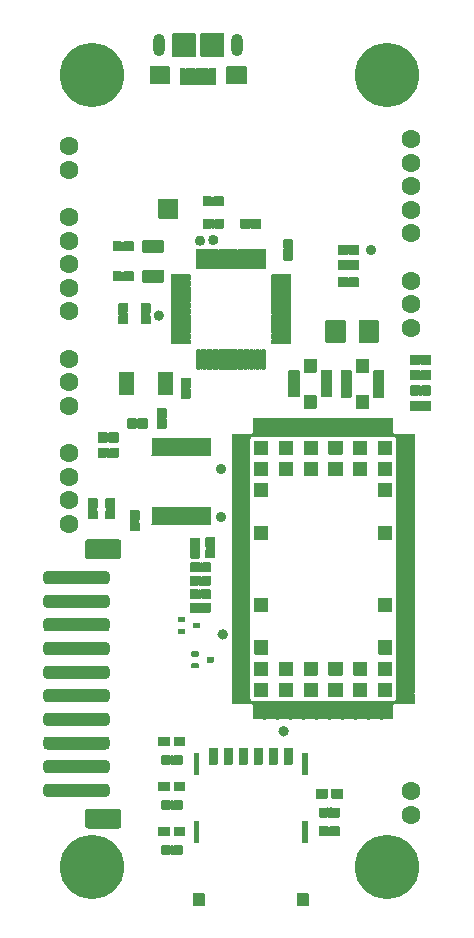
<source format=gbr>
G04 #@! TF.GenerationSoftware,KiCad,Pcbnew,5.1.8+dfsg1-1~bpo10+1*
G04 #@! TF.CreationDate,2021-02-15T21:00:24+01:00*
G04 #@! TF.ProjectId,easyhive,65617379-6869-4766-952e-6b696361645f,rev?*
G04 #@! TF.SameCoordinates,Original*
G04 #@! TF.FileFunction,Soldermask,Top*
G04 #@! TF.FilePolarity,Negative*
%FSLAX46Y46*%
G04 Gerber Fmt 4.6, Leading zero omitted, Abs format (unit mm)*
G04 Created by KiCad (PCBNEW 5.1.8+dfsg1-1~bpo10+1) date 2021-02-15 21:00:24*
%MOMM*%
%LPD*%
G01*
G04 APERTURE LIST*
%ADD10O,1.002000X1.902000*%
%ADD11C,1.602000*%
%ADD12C,0.610000*%
%ADD13C,5.436000*%
%ADD14C,0.100000*%
G04 APERTURE END LIST*
G36*
G01*
X145622598Y-108035001D02*
X145977398Y-108035001D01*
G75*
G02*
X146028398Y-108086001I0J-51000D01*
G01*
X146028398Y-109547999D01*
G75*
G02*
X145977398Y-109598999I-51000J0D01*
G01*
X145622598Y-109598999D01*
G75*
G02*
X145571598Y-109547999I0J51000D01*
G01*
X145571598Y-108086001D01*
G75*
G02*
X145622598Y-108035001I51000J0D01*
G01*
G37*
G36*
G01*
X144972597Y-108035001D02*
X145327397Y-108035001D01*
G75*
G02*
X145378397Y-108086001I0J-51000D01*
G01*
X145378397Y-109547999D01*
G75*
G02*
X145327397Y-109598999I-51000J0D01*
G01*
X144972597Y-109598999D01*
G75*
G02*
X144921597Y-109547999I0J51000D01*
G01*
X144921597Y-108086001D01*
G75*
G02*
X144972597Y-108035001I51000J0D01*
G01*
G37*
G36*
G01*
X144322598Y-108035001D02*
X144677398Y-108035001D01*
G75*
G02*
X144728398Y-108086001I0J-51000D01*
G01*
X144728398Y-109547999D01*
G75*
G02*
X144677398Y-109598999I-51000J0D01*
G01*
X144322598Y-109598999D01*
G75*
G02*
X144271598Y-109547999I0J51000D01*
G01*
X144271598Y-108086001D01*
G75*
G02*
X144322598Y-108035001I51000J0D01*
G01*
G37*
G36*
G01*
X143672597Y-108035001D02*
X144027397Y-108035001D01*
G75*
G02*
X144078397Y-108086001I0J-51000D01*
G01*
X144078397Y-109547999D01*
G75*
G02*
X144027397Y-109598999I-51000J0D01*
G01*
X143672597Y-109598999D01*
G75*
G02*
X143621597Y-109547999I0J51000D01*
G01*
X143621597Y-108086001D01*
G75*
G02*
X143672597Y-108035001I51000J0D01*
G01*
G37*
G36*
G01*
X143022598Y-108035001D02*
X143377398Y-108035001D01*
G75*
G02*
X143428398Y-108086001I0J-51000D01*
G01*
X143428398Y-109547999D01*
G75*
G02*
X143377398Y-109598999I-51000J0D01*
G01*
X143022598Y-109598999D01*
G75*
G02*
X142971598Y-109547999I0J51000D01*
G01*
X142971598Y-108086001D01*
G75*
G02*
X143022598Y-108035001I51000J0D01*
G01*
G37*
G36*
G01*
X142372600Y-108035001D02*
X142727400Y-108035001D01*
G75*
G02*
X142778400Y-108086001I0J-51000D01*
G01*
X142778400Y-109547999D01*
G75*
G02*
X142727400Y-109598999I-51000J0D01*
G01*
X142372600Y-109598999D01*
G75*
G02*
X142321600Y-109547999I0J51000D01*
G01*
X142321600Y-108086001D01*
G75*
G02*
X142372600Y-108035001I51000J0D01*
G01*
G37*
G36*
G01*
X141722598Y-108035001D02*
X142077398Y-108035001D01*
G75*
G02*
X142128398Y-108086001I0J-51000D01*
G01*
X142128398Y-109547999D01*
G75*
G02*
X142077398Y-109598999I-51000J0D01*
G01*
X141722598Y-109598999D01*
G75*
G02*
X141671598Y-109547999I0J51000D01*
G01*
X141671598Y-108086001D01*
G75*
G02*
X141722598Y-108035001I51000J0D01*
G01*
G37*
G36*
G01*
X141072600Y-108035001D02*
X141427400Y-108035001D01*
G75*
G02*
X141478400Y-108086001I0J-51000D01*
G01*
X141478400Y-109547999D01*
G75*
G02*
X141427400Y-109598999I-51000J0D01*
G01*
X141072600Y-109598999D01*
G75*
G02*
X141021600Y-109547999I0J51000D01*
G01*
X141021600Y-108086001D01*
G75*
G02*
X141072600Y-108035001I51000J0D01*
G01*
G37*
G36*
G01*
X141072600Y-102193001D02*
X141427400Y-102193001D01*
G75*
G02*
X141478400Y-102244001I0J-51000D01*
G01*
X141478400Y-103705999D01*
G75*
G02*
X141427400Y-103756999I-51000J0D01*
G01*
X141072600Y-103756999D01*
G75*
G02*
X141021600Y-103705999I0J51000D01*
G01*
X141021600Y-102244001D01*
G75*
G02*
X141072600Y-102193001I51000J0D01*
G01*
G37*
G36*
G01*
X141722601Y-102193001D02*
X142077401Y-102193001D01*
G75*
G02*
X142128401Y-102244001I0J-51000D01*
G01*
X142128401Y-103705999D01*
G75*
G02*
X142077401Y-103756999I-51000J0D01*
G01*
X141722601Y-103756999D01*
G75*
G02*
X141671601Y-103705999I0J51000D01*
G01*
X141671601Y-102244001D01*
G75*
G02*
X141722601Y-102193001I51000J0D01*
G01*
G37*
G36*
G01*
X142372600Y-102193001D02*
X142727400Y-102193001D01*
G75*
G02*
X142778400Y-102244001I0J-51000D01*
G01*
X142778400Y-103705999D01*
G75*
G02*
X142727400Y-103756999I-51000J0D01*
G01*
X142372600Y-103756999D01*
G75*
G02*
X142321600Y-103705999I0J51000D01*
G01*
X142321600Y-102244001D01*
G75*
G02*
X142372600Y-102193001I51000J0D01*
G01*
G37*
G36*
G01*
X143022601Y-102193001D02*
X143377401Y-102193001D01*
G75*
G02*
X143428401Y-102244001I0J-51000D01*
G01*
X143428401Y-103705999D01*
G75*
G02*
X143377401Y-103756999I-51000J0D01*
G01*
X143022601Y-103756999D01*
G75*
G02*
X142971601Y-103705999I0J51000D01*
G01*
X142971601Y-102244001D01*
G75*
G02*
X143022601Y-102193001I51000J0D01*
G01*
G37*
G36*
G01*
X143672600Y-102193001D02*
X144027400Y-102193001D01*
G75*
G02*
X144078400Y-102244001I0J-51000D01*
G01*
X144078400Y-103705999D01*
G75*
G02*
X144027400Y-103756999I-51000J0D01*
G01*
X143672600Y-103756999D01*
G75*
G02*
X143621600Y-103705999I0J51000D01*
G01*
X143621600Y-102244001D01*
G75*
G02*
X143672600Y-102193001I51000J0D01*
G01*
G37*
G36*
G01*
X144322598Y-102193001D02*
X144677398Y-102193001D01*
G75*
G02*
X144728398Y-102244001I0J-51000D01*
G01*
X144728398Y-103705999D01*
G75*
G02*
X144677398Y-103756999I-51000J0D01*
G01*
X144322598Y-103756999D01*
G75*
G02*
X144271598Y-103705999I0J51000D01*
G01*
X144271598Y-102244001D01*
G75*
G02*
X144322598Y-102193001I51000J0D01*
G01*
G37*
G36*
G01*
X144972600Y-102193001D02*
X145327400Y-102193001D01*
G75*
G02*
X145378400Y-102244001I0J-51000D01*
G01*
X145378400Y-103705999D01*
G75*
G02*
X145327400Y-103756999I-51000J0D01*
G01*
X144972600Y-103756999D01*
G75*
G02*
X144921600Y-103705999I0J51000D01*
G01*
X144921600Y-102244001D01*
G75*
G02*
X144972600Y-102193001I51000J0D01*
G01*
G37*
G36*
G01*
X145622598Y-102193001D02*
X145977398Y-102193001D01*
G75*
G02*
X146028398Y-102244001I0J-51000D01*
G01*
X146028398Y-103705999D01*
G75*
G02*
X145977398Y-103756999I-51000J0D01*
G01*
X145622598Y-103756999D01*
G75*
G02*
X145571598Y-103705999I0J51000D01*
G01*
X145571598Y-102244001D01*
G75*
G02*
X145622598Y-102193001I51000J0D01*
G01*
G37*
D10*
X141671100Y-68962600D03*
X148271100Y-68962600D03*
G36*
G01*
X144772100Y-68012600D02*
X144772100Y-69912600D01*
G75*
G02*
X144721100Y-69963600I-51000J0D01*
G01*
X142821100Y-69963600D01*
G75*
G02*
X142770100Y-69912600I0J51000D01*
G01*
X142770100Y-68012600D01*
G75*
G02*
X142821100Y-67961600I51000J0D01*
G01*
X144721100Y-67961600D01*
G75*
G02*
X144772100Y-68012600I0J-51000D01*
G01*
G37*
G36*
G01*
X147172100Y-68012600D02*
X147172100Y-69912600D01*
G75*
G02*
X147121100Y-69963600I-51000J0D01*
G01*
X145221100Y-69963600D01*
G75*
G02*
X145170100Y-69912600I0J51000D01*
G01*
X145170100Y-68012600D01*
G75*
G02*
X145221100Y-67961600I51000J0D01*
G01*
X147121100Y-67961600D01*
G75*
G02*
X147172100Y-68012600I0J-51000D01*
G01*
G37*
G36*
G01*
X142572100Y-70812600D02*
X142572100Y-72212600D01*
G75*
G02*
X142521100Y-72263600I-51000J0D01*
G01*
X140921100Y-72263600D01*
G75*
G02*
X140870100Y-72212600I0J51000D01*
G01*
X140870100Y-70812600D01*
G75*
G02*
X140921100Y-70761600I51000J0D01*
G01*
X142521100Y-70761600D01*
G75*
G02*
X142572100Y-70812600I0J-51000D01*
G01*
G37*
G36*
G01*
X149072100Y-70812600D02*
X149072100Y-72212600D01*
G75*
G02*
X149021100Y-72263600I-51000J0D01*
G01*
X147421100Y-72263600D01*
G75*
G02*
X147370100Y-72212600I0J51000D01*
G01*
X147370100Y-70812600D01*
G75*
G02*
X147421100Y-70761600I51000J0D01*
G01*
X149021100Y-70761600D01*
G75*
G02*
X149072100Y-70812600I0J-51000D01*
G01*
G37*
G36*
G01*
X146522100Y-70962600D02*
X146522100Y-72312600D01*
G75*
G02*
X146471100Y-72363600I-51000J0D01*
G01*
X146071100Y-72363600D01*
G75*
G02*
X146020100Y-72312600I0J51000D01*
G01*
X146020100Y-70962600D01*
G75*
G02*
X146071100Y-70911600I51000J0D01*
G01*
X146471100Y-70911600D01*
G75*
G02*
X146522100Y-70962600I0J-51000D01*
G01*
G37*
G36*
G01*
X145872100Y-70962600D02*
X145872100Y-72312600D01*
G75*
G02*
X145821100Y-72363600I-51000J0D01*
G01*
X145421100Y-72363600D01*
G75*
G02*
X145370100Y-72312600I0J51000D01*
G01*
X145370100Y-70962600D01*
G75*
G02*
X145421100Y-70911600I51000J0D01*
G01*
X145821100Y-70911600D01*
G75*
G02*
X145872100Y-70962600I0J-51000D01*
G01*
G37*
G36*
G01*
X143922100Y-70962600D02*
X143922100Y-72312600D01*
G75*
G02*
X143871100Y-72363600I-51000J0D01*
G01*
X143471100Y-72363600D01*
G75*
G02*
X143420100Y-72312600I0J51000D01*
G01*
X143420100Y-70962600D01*
G75*
G02*
X143471100Y-70911600I51000J0D01*
G01*
X143871100Y-70911600D01*
G75*
G02*
X143922100Y-70962600I0J-51000D01*
G01*
G37*
G36*
G01*
X144572100Y-70962600D02*
X144572100Y-72312600D01*
G75*
G02*
X144521100Y-72363600I-51000J0D01*
G01*
X144121100Y-72363600D01*
G75*
G02*
X144070100Y-72312600I0J51000D01*
G01*
X144070100Y-70962600D01*
G75*
G02*
X144121100Y-70911600I51000J0D01*
G01*
X144521100Y-70911600D01*
G75*
G02*
X144572100Y-70962600I0J-51000D01*
G01*
G37*
G36*
G01*
X145222100Y-70962600D02*
X145222100Y-72312600D01*
G75*
G02*
X145171100Y-72363600I-51000J0D01*
G01*
X144771100Y-72363600D01*
G75*
G02*
X144720100Y-72312600I0J51000D01*
G01*
X144720100Y-70962600D01*
G75*
G02*
X144771100Y-70911600I51000J0D01*
G01*
X145171100Y-70911600D01*
G75*
G02*
X145222100Y-70962600I0J-51000D01*
G01*
G37*
D11*
X163000000Y-134100000D03*
X163000000Y-132100000D03*
G36*
G01*
X146254000Y-121228999D02*
X145746000Y-121228999D01*
G75*
G02*
X145695000Y-121177999I0J51000D01*
G01*
X145695000Y-120822001D01*
G75*
G02*
X145746000Y-120771001I51000J0D01*
G01*
X146254000Y-120771001D01*
G75*
G02*
X146305000Y-120822001I0J-51000D01*
G01*
X146305000Y-121177999D01*
G75*
G02*
X146254000Y-121228999I-51000J0D01*
G01*
G37*
G36*
G01*
X144958999Y-121729002D02*
X144450999Y-121729002D01*
G75*
G02*
X144399999Y-121678002I0J51000D01*
G01*
X144399999Y-121322004D01*
G75*
G02*
X144450999Y-121271004I51000J0D01*
G01*
X144958999Y-121271004D01*
G75*
G02*
X145009999Y-121322004I0J-51000D01*
G01*
X145009999Y-121678002D01*
G75*
G02*
X144958999Y-121729002I-51000J0D01*
G01*
G37*
G36*
G01*
X144958999Y-120729001D02*
X144450999Y-120729001D01*
G75*
G02*
X144399999Y-120678001I0J51000D01*
G01*
X144399999Y-120322003D01*
G75*
G02*
X144450999Y-120271003I51000J0D01*
G01*
X144958999Y-120271003D01*
G75*
G02*
X145009999Y-120322003I0J-51000D01*
G01*
X145009999Y-120678001D01*
G75*
G02*
X144958999Y-120729001I-51000J0D01*
G01*
G37*
G36*
G01*
X145099001Y-118328996D02*
X144591001Y-118328996D01*
G75*
G02*
X144540001Y-118277996I0J51000D01*
G01*
X144540001Y-117921998D01*
G75*
G02*
X144591001Y-117870998I51000J0D01*
G01*
X145099001Y-117870998D01*
G75*
G02*
X145150001Y-117921998I0J-51000D01*
G01*
X145150001Y-118277996D01*
G75*
G02*
X145099001Y-118328996I-51000J0D01*
G01*
G37*
G36*
G01*
X143804000Y-118828999D02*
X143296000Y-118828999D01*
G75*
G02*
X143245000Y-118777999I0J51000D01*
G01*
X143245000Y-118422001D01*
G75*
G02*
X143296000Y-118371001I51000J0D01*
G01*
X143804000Y-118371001D01*
G75*
G02*
X143855000Y-118422001I0J-51000D01*
G01*
X143855000Y-118777999D01*
G75*
G02*
X143804000Y-118828999I-51000J0D01*
G01*
G37*
G36*
G01*
X143804000Y-117828998D02*
X143296000Y-117828998D01*
G75*
G02*
X143245000Y-117777998I0J51000D01*
G01*
X143245000Y-117422000D01*
G75*
G02*
X143296000Y-117371000I51000J0D01*
G01*
X143804000Y-117371000D01*
G75*
G02*
X143855000Y-117422000I0J-51000D01*
G01*
X143855000Y-117777998D01*
G75*
G02*
X143804000Y-117828998I-51000J0D01*
G01*
G37*
X163000000Y-88900000D03*
X163000000Y-90900000D03*
X163000000Y-92900000D03*
X134001100Y-109503600D03*
X134001100Y-107503600D03*
X134001100Y-105503600D03*
X134001100Y-103503600D03*
X134001100Y-99503600D03*
X134001100Y-97503600D03*
X134001100Y-95503600D03*
X134001100Y-91503600D03*
X134001100Y-89503600D03*
X134001100Y-87503600D03*
X134001100Y-85503600D03*
X134001100Y-83503600D03*
X163001100Y-84903600D03*
X163001100Y-82903600D03*
X163001100Y-80903600D03*
X163001100Y-78903600D03*
X163001100Y-76903600D03*
X134001100Y-77503600D03*
X134001100Y-79503600D03*
G36*
G01*
X157451000Y-92300000D02*
X157451000Y-94100000D01*
G75*
G02*
X157400000Y-94151000I-51000J0D01*
G01*
X155800000Y-94151000D01*
G75*
G02*
X155749000Y-94100000I0J51000D01*
G01*
X155749000Y-92300000D01*
G75*
G02*
X155800000Y-92249000I51000J0D01*
G01*
X157400000Y-92249000D01*
G75*
G02*
X157451000Y-92300000I0J-51000D01*
G01*
G37*
G36*
G01*
X160251000Y-92300000D02*
X160251000Y-94100000D01*
G75*
G02*
X160200000Y-94151000I-51000J0D01*
G01*
X158600000Y-94151000D01*
G75*
G02*
X158549000Y-94100000I0J51000D01*
G01*
X158549000Y-92300000D01*
G75*
G02*
X158600000Y-92249000I51000J0D01*
G01*
X160200000Y-92249000D01*
G75*
G02*
X160251000Y-92300000I0J-51000D01*
G01*
G37*
G36*
G01*
X146900000Y-108449000D02*
X146900000Y-108449000D01*
G75*
G02*
X147351000Y-108900000I0J-451000D01*
G01*
X147351000Y-108900000D01*
G75*
G02*
X146900000Y-109351000I-451000J0D01*
G01*
X146900000Y-109351000D01*
G75*
G02*
X146449000Y-108900000I0J451000D01*
G01*
X146449000Y-108900000D01*
G75*
G02*
X146900000Y-108449000I451000J0D01*
G01*
G37*
G36*
G01*
X159149000Y-86300000D02*
X159149000Y-86300000D01*
G75*
G02*
X159600000Y-85849000I451000J0D01*
G01*
X159600000Y-85849000D01*
G75*
G02*
X160051000Y-86300000I0J-451000D01*
G01*
X160051000Y-86300000D01*
G75*
G02*
X159600000Y-86751000I-451000J0D01*
G01*
X159600000Y-86751000D01*
G75*
G02*
X159149000Y-86300000I0J451000D01*
G01*
G37*
G36*
G01*
X145799000Y-85450000D02*
X145799000Y-85450000D01*
G75*
G02*
X146250000Y-84999000I451000J0D01*
G01*
X146250000Y-84999000D01*
G75*
G02*
X146701000Y-85450000I0J-451000D01*
G01*
X146701000Y-85450000D01*
G75*
G02*
X146250000Y-85901000I-451000J0D01*
G01*
X146250000Y-85901000D01*
G75*
G02*
X145799000Y-85450000I0J451000D01*
G01*
G37*
G36*
G01*
X144678850Y-85512350D02*
X144678850Y-85512350D01*
G75*
G02*
X145129850Y-85061350I451000J0D01*
G01*
X145129850Y-85061350D01*
G75*
G02*
X145580850Y-85512350I0J-451000D01*
G01*
X145580850Y-85512350D01*
G75*
G02*
X145129850Y-85963350I-451000J0D01*
G01*
X145129850Y-85963350D01*
G75*
G02*
X144678850Y-85512350I0J451000D01*
G01*
G37*
G36*
G01*
X141186350Y-91862350D02*
X141186350Y-91862350D01*
G75*
G02*
X141637350Y-91411350I451000J0D01*
G01*
X141637350Y-91411350D01*
G75*
G02*
X142088350Y-91862350I0J-451000D01*
G01*
X142088350Y-91862350D01*
G75*
G02*
X141637350Y-92313350I-451000J0D01*
G01*
X141637350Y-92313350D01*
G75*
G02*
X141186350Y-91862350I0J451000D01*
G01*
G37*
G36*
G01*
X151749000Y-127050000D02*
X151749000Y-127050000D01*
G75*
G02*
X152200000Y-126599000I451000J0D01*
G01*
X152200000Y-126599000D01*
G75*
G02*
X152651000Y-127050000I0J-451000D01*
G01*
X152651000Y-127050000D01*
G75*
G02*
X152200000Y-127501000I-451000J0D01*
G01*
X152200000Y-127501000D01*
G75*
G02*
X151749000Y-127050000I0J451000D01*
G01*
G37*
G36*
G01*
X146599000Y-118850000D02*
X146599000Y-118850000D01*
G75*
G02*
X147050000Y-118399000I451000J0D01*
G01*
X147050000Y-118399000D01*
G75*
G02*
X147501000Y-118850000I0J-451000D01*
G01*
X147501000Y-118850000D01*
G75*
G02*
X147050000Y-119301000I-451000J0D01*
G01*
X147050000Y-119301000D01*
G75*
G02*
X146599000Y-118850000I0J451000D01*
G01*
G37*
G36*
G01*
X146449000Y-104850000D02*
X146449000Y-104850000D01*
G75*
G02*
X146900000Y-104399000I451000J0D01*
G01*
X146900000Y-104399000D01*
G75*
G02*
X147351000Y-104850000I0J-451000D01*
G01*
X147351000Y-104850000D01*
G75*
G02*
X146900000Y-105301000I-451000J0D01*
G01*
X146900000Y-105301000D01*
G75*
G02*
X146449000Y-104850000I0J451000D01*
G01*
G37*
G36*
G01*
X140024400Y-108407200D02*
X140024400Y-109048800D01*
G75*
G02*
X139944200Y-109129000I-80200J0D01*
G01*
X139252600Y-109129000D01*
G75*
G02*
X139172400Y-109048800I0J80200D01*
G01*
X139172400Y-108407200D01*
G75*
G02*
X139252600Y-108327000I80200J0D01*
G01*
X139944200Y-108327000D01*
G75*
G02*
X140024400Y-108407200I0J-80200D01*
G01*
G37*
G36*
G01*
X140024400Y-109407200D02*
X140024400Y-110048800D01*
G75*
G02*
X139944200Y-110129000I-80200J0D01*
G01*
X139252600Y-110129000D01*
G75*
G02*
X139172400Y-110048800I0J80200D01*
G01*
X139172400Y-109407200D01*
G75*
G02*
X139252600Y-109327000I80200J0D01*
G01*
X139944200Y-109327000D01*
G75*
G02*
X140024400Y-109407200I0J-80200D01*
G01*
G37*
G36*
G01*
X140647800Y-101416400D02*
X140006200Y-101416400D01*
G75*
G02*
X139926000Y-101336200I0J80200D01*
G01*
X139926000Y-100644600D01*
G75*
G02*
X140006200Y-100564400I80200J0D01*
G01*
X140647800Y-100564400D01*
G75*
G02*
X140728000Y-100644600I0J-80200D01*
G01*
X140728000Y-101336200D01*
G75*
G02*
X140647800Y-101416400I-80200J0D01*
G01*
G37*
G36*
G01*
X139647800Y-101416400D02*
X139006200Y-101416400D01*
G75*
G02*
X138926000Y-101336200I0J80200D01*
G01*
X138926000Y-100644600D01*
G75*
G02*
X139006200Y-100564400I80200J0D01*
G01*
X139647800Y-100564400D01*
G75*
G02*
X139728000Y-100644600I0J-80200D01*
G01*
X139728000Y-101336200D01*
G75*
G02*
X139647800Y-101416400I-80200J0D01*
G01*
G37*
G36*
G01*
X141458400Y-101387400D02*
X141458400Y-100745800D01*
G75*
G02*
X141538600Y-100665600I80200J0D01*
G01*
X142230200Y-100665600D01*
G75*
G02*
X142310400Y-100745800I0J-80200D01*
G01*
X142310400Y-101387400D01*
G75*
G02*
X142230200Y-101467600I-80200J0D01*
G01*
X141538600Y-101467600D01*
G75*
G02*
X141458400Y-101387400I0J80200D01*
G01*
G37*
G36*
G01*
X141458400Y-100387400D02*
X141458400Y-99745800D01*
G75*
G02*
X141538600Y-99665600I80200J0D01*
G01*
X142230200Y-99665600D01*
G75*
G02*
X142310400Y-99745800I0J-80200D01*
G01*
X142310400Y-100387400D01*
G75*
G02*
X142230200Y-100467600I-80200J0D01*
G01*
X141538600Y-100467600D01*
G75*
G02*
X141458400Y-100387400I0J80200D01*
G01*
G37*
G36*
G01*
X138174200Y-102601200D02*
X137532600Y-102601200D01*
G75*
G02*
X137452400Y-102521000I0J80200D01*
G01*
X137452400Y-101829400D01*
G75*
G02*
X137532600Y-101749200I80200J0D01*
G01*
X138174200Y-101749200D01*
G75*
G02*
X138254400Y-101829400I0J-80200D01*
G01*
X138254400Y-102521000D01*
G75*
G02*
X138174200Y-102601200I-80200J0D01*
G01*
G37*
G36*
G01*
X137174200Y-102601200D02*
X136532600Y-102601200D01*
G75*
G02*
X136452400Y-102521000I0J80200D01*
G01*
X136452400Y-101829400D01*
G75*
G02*
X136532600Y-101749200I80200J0D01*
G01*
X137174200Y-101749200D01*
G75*
G02*
X137254400Y-101829400I0J-80200D01*
G01*
X137254400Y-102521000D01*
G75*
G02*
X137174200Y-102601200I-80200J0D01*
G01*
G37*
G36*
G01*
X138174200Y-103901200D02*
X137532600Y-103901200D01*
G75*
G02*
X137452400Y-103821000I0J80200D01*
G01*
X137452400Y-103129400D01*
G75*
G02*
X137532600Y-103049200I80200J0D01*
G01*
X138174200Y-103049200D01*
G75*
G02*
X138254400Y-103129400I0J-80200D01*
G01*
X138254400Y-103821000D01*
G75*
G02*
X138174200Y-103901200I-80200J0D01*
G01*
G37*
G36*
G01*
X137174200Y-103901200D02*
X136532600Y-103901200D01*
G75*
G02*
X136452400Y-103821000I0J80200D01*
G01*
X136452400Y-103129400D01*
G75*
G02*
X136532600Y-103049200I80200J0D01*
G01*
X137174200Y-103049200D01*
G75*
G02*
X137254400Y-103129400I0J-80200D01*
G01*
X137254400Y-103821000D01*
G75*
G02*
X137174200Y-103901200I-80200J0D01*
G01*
G37*
G36*
G01*
X137115000Y-109024800D02*
X137115000Y-108383200D01*
G75*
G02*
X137195200Y-108303000I80200J0D01*
G01*
X137886800Y-108303000D01*
G75*
G02*
X137967000Y-108383200I0J-80200D01*
G01*
X137967000Y-109024800D01*
G75*
G02*
X137886800Y-109105000I-80200J0D01*
G01*
X137195200Y-109105000D01*
G75*
G02*
X137115000Y-109024800I0J80200D01*
G01*
G37*
G36*
G01*
X137115000Y-108024800D02*
X137115000Y-107383200D01*
G75*
G02*
X137195200Y-107303000I80200J0D01*
G01*
X137886800Y-107303000D01*
G75*
G02*
X137967000Y-107383200I0J-80200D01*
G01*
X137967000Y-108024800D01*
G75*
G02*
X137886800Y-108105000I-80200J0D01*
G01*
X137195200Y-108105000D01*
G75*
G02*
X137115000Y-108024800I0J80200D01*
G01*
G37*
G36*
G01*
X135616400Y-109032800D02*
X135616400Y-108391200D01*
G75*
G02*
X135696600Y-108311000I80200J0D01*
G01*
X136388200Y-108311000D01*
G75*
G02*
X136468400Y-108391200I0J-80200D01*
G01*
X136468400Y-109032800D01*
G75*
G02*
X136388200Y-109113000I-80200J0D01*
G01*
X135696600Y-109113000D01*
G75*
G02*
X135616400Y-109032800I0J80200D01*
G01*
G37*
G36*
G01*
X135616400Y-108032800D02*
X135616400Y-107391200D01*
G75*
G02*
X135696600Y-107311000I80200J0D01*
G01*
X136388200Y-107311000D01*
G75*
G02*
X136468400Y-107391200I0J-80200D01*
G01*
X136468400Y-108032800D01*
G75*
G02*
X136388200Y-108113000I-80200J0D01*
G01*
X135696600Y-108113000D01*
G75*
G02*
X135616400Y-108032800I0J80200D01*
G01*
G37*
G36*
G01*
X144329200Y-113874000D02*
X144970800Y-113874000D01*
G75*
G02*
X145051000Y-113954200I0J-80200D01*
G01*
X145051000Y-114645800D01*
G75*
G02*
X144970800Y-114726000I-80200J0D01*
G01*
X144329200Y-114726000D01*
G75*
G02*
X144249000Y-114645800I0J80200D01*
G01*
X144249000Y-113954200D01*
G75*
G02*
X144329200Y-113874000I80200J0D01*
G01*
G37*
G36*
G01*
X145329200Y-113874000D02*
X145970800Y-113874000D01*
G75*
G02*
X146051000Y-113954200I0J-80200D01*
G01*
X146051000Y-114645800D01*
G75*
G02*
X145970800Y-114726000I-80200J0D01*
G01*
X145329200Y-114726000D01*
G75*
G02*
X145249000Y-114645800I0J80200D01*
G01*
X145249000Y-113954200D01*
G75*
G02*
X145329200Y-113874000I80200J0D01*
G01*
G37*
G36*
G01*
X144354200Y-112749000D02*
X144995800Y-112749000D01*
G75*
G02*
X145076000Y-112829200I0J-80200D01*
G01*
X145076000Y-113520800D01*
G75*
G02*
X144995800Y-113601000I-80200J0D01*
G01*
X144354200Y-113601000D01*
G75*
G02*
X144274000Y-113520800I0J80200D01*
G01*
X144274000Y-112829200D01*
G75*
G02*
X144354200Y-112749000I80200J0D01*
G01*
G37*
G36*
G01*
X145354200Y-112749000D02*
X145995800Y-112749000D01*
G75*
G02*
X146076000Y-112829200I0J-80200D01*
G01*
X146076000Y-113520800D01*
G75*
G02*
X145995800Y-113601000I-80200J0D01*
G01*
X145354200Y-113601000D01*
G75*
G02*
X145274000Y-113520800I0J80200D01*
G01*
X145274000Y-112829200D01*
G75*
G02*
X145354200Y-112749000I80200J0D01*
G01*
G37*
G36*
G01*
X158520800Y-87996000D02*
X157879200Y-87996000D01*
G75*
G02*
X157799000Y-87915800I0J80200D01*
G01*
X157799000Y-87224200D01*
G75*
G02*
X157879200Y-87144000I80200J0D01*
G01*
X158520800Y-87144000D01*
G75*
G02*
X158601000Y-87224200I0J-80200D01*
G01*
X158601000Y-87915800D01*
G75*
G02*
X158520800Y-87996000I-80200J0D01*
G01*
G37*
G36*
G01*
X157520800Y-87996000D02*
X156879200Y-87996000D01*
G75*
G02*
X156799000Y-87915800I0J80200D01*
G01*
X156799000Y-87224200D01*
G75*
G02*
X156879200Y-87144000I80200J0D01*
G01*
X157520800Y-87144000D01*
G75*
G02*
X157601000Y-87224200I0J-80200D01*
G01*
X157601000Y-87915800D01*
G75*
G02*
X157520800Y-87996000I-80200J0D01*
G01*
G37*
G36*
G01*
X156879200Y-85864000D02*
X157520800Y-85864000D01*
G75*
G02*
X157601000Y-85944200I0J-80200D01*
G01*
X157601000Y-86635800D01*
G75*
G02*
X157520800Y-86716000I-80200J0D01*
G01*
X156879200Y-86716000D01*
G75*
G02*
X156799000Y-86635800I0J80200D01*
G01*
X156799000Y-85944200D01*
G75*
G02*
X156879200Y-85864000I80200J0D01*
G01*
G37*
G36*
G01*
X157879200Y-85864000D02*
X158520800Y-85864000D01*
G75*
G02*
X158601000Y-85944200I0J-80200D01*
G01*
X158601000Y-86635800D01*
G75*
G02*
X158520800Y-86716000I-80200J0D01*
G01*
X157879200Y-86716000D01*
G75*
G02*
X157799000Y-86635800I0J80200D01*
G01*
X157799000Y-85944200D01*
G75*
G02*
X157879200Y-85864000I80200J0D01*
G01*
G37*
G36*
G01*
X140347850Y-87957600D02*
X141974350Y-87957600D01*
G75*
G02*
X142112100Y-88095350I0J-137750D01*
G01*
X142112100Y-88921850D01*
G75*
G02*
X141974350Y-89059600I-137750J0D01*
G01*
X140347850Y-89059600D01*
G75*
G02*
X140210100Y-88921850I0J137750D01*
G01*
X140210100Y-88095350D01*
G75*
G02*
X140347850Y-87957600I137750J0D01*
G01*
G37*
G36*
G01*
X140347850Y-85457600D02*
X141974350Y-85457600D01*
G75*
G02*
X142112100Y-85595350I0J-137750D01*
G01*
X142112100Y-86421850D01*
G75*
G02*
X141974350Y-86559600I-137750J0D01*
G01*
X140347850Y-86559600D01*
G75*
G02*
X140210100Y-86421850I0J137750D01*
G01*
X140210100Y-85595350D01*
G75*
G02*
X140347850Y-85457600I137750J0D01*
G01*
G37*
G36*
G01*
X141549000Y-98500001D02*
X141549000Y-96699999D01*
G75*
G02*
X141599999Y-96649000I50999J0D01*
G01*
X142800001Y-96649000D01*
G75*
G02*
X142851000Y-96699999I0J-50999D01*
G01*
X142851000Y-98500001D01*
G75*
G02*
X142800001Y-98551000I-50999J0D01*
G01*
X141599999Y-98551000D01*
G75*
G02*
X141549000Y-98500001I0J50999D01*
G01*
G37*
G36*
G01*
X138249000Y-98500001D02*
X138249000Y-96699999D01*
G75*
G02*
X138299999Y-96649000I50999J0D01*
G01*
X139500001Y-96649000D01*
G75*
G02*
X139551000Y-96699999I0J-50999D01*
G01*
X139551000Y-98500001D01*
G75*
G02*
X139500001Y-98551000I-50999J0D01*
G01*
X138299999Y-98551000D01*
G75*
G02*
X138249000Y-98500001I0J50999D01*
G01*
G37*
G36*
G01*
X153785100Y-136488600D02*
X153785100Y-134688600D01*
G75*
G02*
X153836100Y-134637600I51000J0D01*
G01*
X154186100Y-134637600D01*
G75*
G02*
X154237100Y-134688600I0J-51000D01*
G01*
X154237100Y-136488600D01*
G75*
G02*
X154186100Y-136539600I-51000J0D01*
G01*
X153836100Y-136539600D01*
G75*
G02*
X153785100Y-136488600I0J51000D01*
G01*
G37*
G36*
G01*
X144594100Y-136488600D02*
X144594100Y-134688600D01*
G75*
G02*
X144645100Y-134637600I51000J0D01*
G01*
X144995100Y-134637600D01*
G75*
G02*
X145046100Y-134688600I0J-51000D01*
G01*
X145046100Y-136488600D01*
G75*
G02*
X144995100Y-136539600I-51000J0D01*
G01*
X144645100Y-136539600D01*
G75*
G02*
X144594100Y-136488600I0J51000D01*
G01*
G37*
G36*
G01*
X153785100Y-130738600D02*
X153785100Y-128938600D01*
G75*
G02*
X153836100Y-128887600I51000J0D01*
G01*
X154186100Y-128887600D01*
G75*
G02*
X154237100Y-128938600I0J-51000D01*
G01*
X154237100Y-130738600D01*
G75*
G02*
X154186100Y-130789600I-51000J0D01*
G01*
X153836100Y-130789600D01*
G75*
G02*
X153785100Y-130738600I0J51000D01*
G01*
G37*
G36*
G01*
X144594100Y-130738600D02*
X144594100Y-128938600D01*
G75*
G02*
X144645100Y-128887600I51000J0D01*
G01*
X144995100Y-128887600D01*
G75*
G02*
X145046100Y-128938600I0J-51000D01*
G01*
X145046100Y-130738600D01*
G75*
G02*
X144995100Y-130789600I-51000J0D01*
G01*
X144645100Y-130789600D01*
G75*
G02*
X144594100Y-130738600I0J51000D01*
G01*
G37*
G36*
G01*
X145870100Y-129818601D02*
X145870100Y-128518599D01*
G75*
G02*
X145921099Y-128467600I50999J0D01*
G01*
X146571101Y-128467600D01*
G75*
G02*
X146622100Y-128518599I0J-50999D01*
G01*
X146622100Y-129818601D01*
G75*
G02*
X146571101Y-129869600I-50999J0D01*
G01*
X145921099Y-129869600D01*
G75*
G02*
X145870100Y-129818601I0J50999D01*
G01*
G37*
G36*
G01*
X147140100Y-129818601D02*
X147140100Y-128518599D01*
G75*
G02*
X147191099Y-128467600I50999J0D01*
G01*
X147841101Y-128467600D01*
G75*
G02*
X147892100Y-128518599I0J-50999D01*
G01*
X147892100Y-129818601D01*
G75*
G02*
X147841101Y-129869600I-50999J0D01*
G01*
X147191099Y-129869600D01*
G75*
G02*
X147140100Y-129818601I0J50999D01*
G01*
G37*
G36*
G01*
X148410100Y-129818601D02*
X148410100Y-128518599D01*
G75*
G02*
X148461099Y-128467600I50999J0D01*
G01*
X149111101Y-128467600D01*
G75*
G02*
X149162100Y-128518599I0J-50999D01*
G01*
X149162100Y-129818601D01*
G75*
G02*
X149111101Y-129869600I-50999J0D01*
G01*
X148461099Y-129869600D01*
G75*
G02*
X148410100Y-129818601I0J50999D01*
G01*
G37*
G36*
G01*
X149680100Y-129818601D02*
X149680100Y-128518599D01*
G75*
G02*
X149731099Y-128467600I50999J0D01*
G01*
X150381101Y-128467600D01*
G75*
G02*
X150432100Y-128518599I0J-50999D01*
G01*
X150432100Y-129818601D01*
G75*
G02*
X150381101Y-129869600I-50999J0D01*
G01*
X149731099Y-129869600D01*
G75*
G02*
X149680100Y-129818601I0J50999D01*
G01*
G37*
G36*
G01*
X150950100Y-129818601D02*
X150950100Y-128518599D01*
G75*
G02*
X151001099Y-128467600I50999J0D01*
G01*
X151651101Y-128467600D01*
G75*
G02*
X151702100Y-128518599I0J-50999D01*
G01*
X151702100Y-129818601D01*
G75*
G02*
X151651101Y-129869600I-50999J0D01*
G01*
X151001099Y-129869600D01*
G75*
G02*
X150950100Y-129818601I0J50999D01*
G01*
G37*
G36*
G01*
X152220100Y-129818601D02*
X152220100Y-128518599D01*
G75*
G02*
X152271099Y-128467600I50999J0D01*
G01*
X152921101Y-128467600D01*
G75*
G02*
X152972100Y-128518599I0J-50999D01*
G01*
X152972100Y-129818601D01*
G75*
G02*
X152921101Y-129869600I-50999J0D01*
G01*
X152271099Y-129869600D01*
G75*
G02*
X152220100Y-129818601I0J50999D01*
G01*
G37*
G36*
G01*
X154266100Y-141859600D02*
X153366100Y-141859600D01*
G75*
G02*
X153315100Y-141808600I0J51000D01*
G01*
X153315100Y-140808600D01*
G75*
G02*
X153366100Y-140757600I51000J0D01*
G01*
X154266100Y-140757600D01*
G75*
G02*
X154317100Y-140808600I0J-51000D01*
G01*
X154317100Y-141808600D01*
G75*
G02*
X154266100Y-141859600I-51000J0D01*
G01*
G37*
G36*
G01*
X145466100Y-141859600D02*
X144566100Y-141859600D01*
G75*
G02*
X144515100Y-141808600I0J51000D01*
G01*
X144515100Y-140808600D01*
G75*
G02*
X144566100Y-140757600I51000J0D01*
G01*
X145466100Y-140757600D01*
G75*
G02*
X145517100Y-140808600I0J-51000D01*
G01*
X145517100Y-141808600D01*
G75*
G02*
X145466100Y-141859600I-51000J0D01*
G01*
G37*
G36*
G01*
X153957400Y-95536600D02*
X154957400Y-95536600D01*
G75*
G02*
X155008400Y-95587600I0J-51000D01*
G01*
X155008400Y-96637600D01*
G75*
G02*
X154957400Y-96688600I-51000J0D01*
G01*
X153957400Y-96688600D01*
G75*
G02*
X153906400Y-96637600I0J51000D01*
G01*
X153906400Y-95587600D01*
G75*
G02*
X153957400Y-95536600I51000J0D01*
G01*
G37*
G36*
G01*
X153957400Y-98586600D02*
X154957400Y-98586600D01*
G75*
G02*
X155008400Y-98637600I0J-51000D01*
G01*
X155008400Y-99687600D01*
G75*
G02*
X154957400Y-99738600I-51000J0D01*
G01*
X153957400Y-99738600D01*
G75*
G02*
X153906400Y-99687600I0J51000D01*
G01*
X153906400Y-98637600D01*
G75*
G02*
X153957400Y-98586600I51000J0D01*
G01*
G37*
G36*
G01*
X152657400Y-96486600D02*
X153507400Y-96486600D01*
G75*
G02*
X153558400Y-96537600I0J-51000D01*
G01*
X153558400Y-98737600D01*
G75*
G02*
X153507400Y-98788600I-51000J0D01*
G01*
X152657400Y-98788600D01*
G75*
G02*
X152606400Y-98737600I0J51000D01*
G01*
X152606400Y-96537600D01*
G75*
G02*
X152657400Y-96486600I51000J0D01*
G01*
G37*
G36*
G01*
X155407400Y-96486600D02*
X156257400Y-96486600D01*
G75*
G02*
X156308400Y-96537600I0J-51000D01*
G01*
X156308400Y-98737600D01*
G75*
G02*
X156257400Y-98788600I-51000J0D01*
G01*
X155407400Y-98788600D01*
G75*
G02*
X155356400Y-98737600I0J51000D01*
G01*
X155356400Y-96537600D01*
G75*
G02*
X155407400Y-96486600I51000J0D01*
G01*
G37*
G36*
G01*
X158375000Y-95549000D02*
X159375000Y-95549000D01*
G75*
G02*
X159426000Y-95600000I0J-51000D01*
G01*
X159426000Y-96650000D01*
G75*
G02*
X159375000Y-96701000I-51000J0D01*
G01*
X158375000Y-96701000D01*
G75*
G02*
X158324000Y-96650000I0J51000D01*
G01*
X158324000Y-95600000D01*
G75*
G02*
X158375000Y-95549000I51000J0D01*
G01*
G37*
G36*
G01*
X158375000Y-98599000D02*
X159375000Y-98599000D01*
G75*
G02*
X159426000Y-98650000I0J-51000D01*
G01*
X159426000Y-99700000D01*
G75*
G02*
X159375000Y-99751000I-51000J0D01*
G01*
X158375000Y-99751000D01*
G75*
G02*
X158324000Y-99700000I0J51000D01*
G01*
X158324000Y-98650000D01*
G75*
G02*
X158375000Y-98599000I51000J0D01*
G01*
G37*
G36*
G01*
X157075000Y-96499000D02*
X157925000Y-96499000D01*
G75*
G02*
X157976000Y-96550000I0J-51000D01*
G01*
X157976000Y-98750000D01*
G75*
G02*
X157925000Y-98801000I-51000J0D01*
G01*
X157075000Y-98801000D01*
G75*
G02*
X157024000Y-98750000I0J51000D01*
G01*
X157024000Y-96550000D01*
G75*
G02*
X157075000Y-96499000I51000J0D01*
G01*
G37*
G36*
G01*
X159825000Y-96499000D02*
X160675000Y-96499000D01*
G75*
G02*
X160726000Y-96550000I0J-51000D01*
G01*
X160726000Y-98750000D01*
G75*
G02*
X160675000Y-98801000I-51000J0D01*
G01*
X159825000Y-98801000D01*
G75*
G02*
X159774000Y-98750000I0J51000D01*
G01*
X159774000Y-96550000D01*
G75*
G02*
X159825000Y-96499000I51000J0D01*
G01*
G37*
G36*
G01*
X160199000Y-120500000D02*
X160199000Y-119400000D01*
G75*
G02*
X160250000Y-119349000I51000J0D01*
G01*
X161350000Y-119349000D01*
G75*
G02*
X161401000Y-119400000I0J-51000D01*
G01*
X161401000Y-120500000D01*
G75*
G02*
X161350000Y-120551000I-51000J0D01*
G01*
X160250000Y-120551000D01*
G75*
G02*
X160199000Y-120500000I0J51000D01*
G01*
G37*
G36*
G01*
X149699000Y-120500000D02*
X149699000Y-119400000D01*
G75*
G02*
X149750000Y-119349000I51000J0D01*
G01*
X150850000Y-119349000D01*
G75*
G02*
X150901000Y-119400000I0J-51000D01*
G01*
X150901000Y-120500000D01*
G75*
G02*
X150850000Y-120551000I-51000J0D01*
G01*
X149750000Y-120551000D01*
G75*
G02*
X149699000Y-120500000I0J51000D01*
G01*
G37*
G36*
G01*
X160199000Y-116900000D02*
X160199000Y-115800000D01*
G75*
G02*
X160250000Y-115749000I51000J0D01*
G01*
X161350000Y-115749000D01*
G75*
G02*
X161401000Y-115800000I0J-51000D01*
G01*
X161401000Y-116900000D01*
G75*
G02*
X161350000Y-116951000I-51000J0D01*
G01*
X160250000Y-116951000D01*
G75*
G02*
X160199000Y-116900000I0J51000D01*
G01*
G37*
G36*
G01*
X149699000Y-116900000D02*
X149699000Y-115800000D01*
G75*
G02*
X149750000Y-115749000I51000J0D01*
G01*
X150850000Y-115749000D01*
G75*
G02*
X150901000Y-115800000I0J-51000D01*
G01*
X150901000Y-116900000D01*
G75*
G02*
X150850000Y-116951000I-51000J0D01*
G01*
X149750000Y-116951000D01*
G75*
G02*
X149699000Y-116900000I0J51000D01*
G01*
G37*
G36*
G01*
X149699000Y-124100000D02*
X149699000Y-123000000D01*
G75*
G02*
X149750000Y-122949000I51000J0D01*
G01*
X150850000Y-122949000D01*
G75*
G02*
X150901000Y-123000000I0J-51000D01*
G01*
X150901000Y-124100000D01*
G75*
G02*
X150850000Y-124151000I-51000J0D01*
G01*
X149750000Y-124151000D01*
G75*
G02*
X149699000Y-124100000I0J51000D01*
G01*
G37*
G36*
G01*
X151799000Y-124100000D02*
X151799000Y-123000000D01*
G75*
G02*
X151850000Y-122949000I51000J0D01*
G01*
X152950000Y-122949000D01*
G75*
G02*
X153001000Y-123000000I0J-51000D01*
G01*
X153001000Y-124100000D01*
G75*
G02*
X152950000Y-124151000I-51000J0D01*
G01*
X151850000Y-124151000D01*
G75*
G02*
X151799000Y-124100000I0J51000D01*
G01*
G37*
G36*
G01*
X153899000Y-124100000D02*
X153899000Y-123000000D01*
G75*
G02*
X153950000Y-122949000I51000J0D01*
G01*
X155050000Y-122949000D01*
G75*
G02*
X155101000Y-123000000I0J-51000D01*
G01*
X155101000Y-124100000D01*
G75*
G02*
X155050000Y-124151000I-51000J0D01*
G01*
X153950000Y-124151000D01*
G75*
G02*
X153899000Y-124100000I0J51000D01*
G01*
G37*
G36*
G01*
X155999000Y-124100000D02*
X155999000Y-123000000D01*
G75*
G02*
X156050000Y-122949000I51000J0D01*
G01*
X157150000Y-122949000D01*
G75*
G02*
X157201000Y-123000000I0J-51000D01*
G01*
X157201000Y-124100000D01*
G75*
G02*
X157150000Y-124151000I-51000J0D01*
G01*
X156050000Y-124151000D01*
G75*
G02*
X155999000Y-124100000I0J51000D01*
G01*
G37*
G36*
G01*
X158099000Y-124100000D02*
X158099000Y-123000000D01*
G75*
G02*
X158150000Y-122949000I51000J0D01*
G01*
X159250000Y-122949000D01*
G75*
G02*
X159301000Y-123000000I0J-51000D01*
G01*
X159301000Y-124100000D01*
G75*
G02*
X159250000Y-124151000I-51000J0D01*
G01*
X158150000Y-124151000D01*
G75*
G02*
X158099000Y-124100000I0J51000D01*
G01*
G37*
G36*
G01*
X160199000Y-124100000D02*
X160199000Y-123000000D01*
G75*
G02*
X160250000Y-122949000I51000J0D01*
G01*
X161350000Y-122949000D01*
G75*
G02*
X161401000Y-123000000I0J-51000D01*
G01*
X161401000Y-124100000D01*
G75*
G02*
X161350000Y-124151000I-51000J0D01*
G01*
X160250000Y-124151000D01*
G75*
G02*
X160199000Y-124100000I0J51000D01*
G01*
G37*
G36*
G01*
X160199000Y-122300000D02*
X160199000Y-121200000D01*
G75*
G02*
X160250000Y-121149000I51000J0D01*
G01*
X161350000Y-121149000D01*
G75*
G02*
X161401000Y-121200000I0J-51000D01*
G01*
X161401000Y-122300000D01*
G75*
G02*
X161350000Y-122351000I-51000J0D01*
G01*
X160250000Y-122351000D01*
G75*
G02*
X160199000Y-122300000I0J51000D01*
G01*
G37*
G36*
G01*
X158099000Y-122300000D02*
X158099000Y-121200000D01*
G75*
G02*
X158150000Y-121149000I51000J0D01*
G01*
X159250000Y-121149000D01*
G75*
G02*
X159301000Y-121200000I0J-51000D01*
G01*
X159301000Y-122300000D01*
G75*
G02*
X159250000Y-122351000I-51000J0D01*
G01*
X158150000Y-122351000D01*
G75*
G02*
X158099000Y-122300000I0J51000D01*
G01*
G37*
G36*
G01*
X155999000Y-122300000D02*
X155999000Y-121200000D01*
G75*
G02*
X156050000Y-121149000I51000J0D01*
G01*
X157150000Y-121149000D01*
G75*
G02*
X157201000Y-121200000I0J-51000D01*
G01*
X157201000Y-122300000D01*
G75*
G02*
X157150000Y-122351000I-51000J0D01*
G01*
X156050000Y-122351000D01*
G75*
G02*
X155999000Y-122300000I0J51000D01*
G01*
G37*
G36*
G01*
X153899000Y-122300000D02*
X153899000Y-121200000D01*
G75*
G02*
X153950000Y-121149000I51000J0D01*
G01*
X155050000Y-121149000D01*
G75*
G02*
X155101000Y-121200000I0J-51000D01*
G01*
X155101000Y-122300000D01*
G75*
G02*
X155050000Y-122351000I-51000J0D01*
G01*
X153950000Y-122351000D01*
G75*
G02*
X153899000Y-122300000I0J51000D01*
G01*
G37*
G36*
G01*
X151799000Y-122300000D02*
X151799000Y-121200000D01*
G75*
G02*
X151850000Y-121149000I51000J0D01*
G01*
X152950000Y-121149000D01*
G75*
G02*
X153001000Y-121200000I0J-51000D01*
G01*
X153001000Y-122300000D01*
G75*
G02*
X152950000Y-122351000I-51000J0D01*
G01*
X151850000Y-122351000D01*
G75*
G02*
X151799000Y-122300000I0J51000D01*
G01*
G37*
G36*
G01*
X149699000Y-122300000D02*
X149699000Y-121200000D01*
G75*
G02*
X149750000Y-121149000I51000J0D01*
G01*
X150850000Y-121149000D01*
G75*
G02*
X150901000Y-121200000I0J-51000D01*
G01*
X150901000Y-122300000D01*
G75*
G02*
X150850000Y-122351000I-51000J0D01*
G01*
X149750000Y-122351000D01*
G75*
G02*
X149699000Y-122300000I0J51000D01*
G01*
G37*
G36*
G01*
X160199000Y-110800000D02*
X160199000Y-109700000D01*
G75*
G02*
X160250000Y-109649000I51000J0D01*
G01*
X161350000Y-109649000D01*
G75*
G02*
X161401000Y-109700000I0J-51000D01*
G01*
X161401000Y-110800000D01*
G75*
G02*
X161350000Y-110851000I-51000J0D01*
G01*
X160250000Y-110851000D01*
G75*
G02*
X160199000Y-110800000I0J51000D01*
G01*
G37*
G36*
G01*
X149699000Y-110800000D02*
X149699000Y-109700000D01*
G75*
G02*
X149750000Y-109649000I51000J0D01*
G01*
X150850000Y-109649000D01*
G75*
G02*
X150901000Y-109700000I0J-51000D01*
G01*
X150901000Y-110800000D01*
G75*
G02*
X150850000Y-110851000I-51000J0D01*
G01*
X149750000Y-110851000D01*
G75*
G02*
X149699000Y-110800000I0J51000D01*
G01*
G37*
G36*
G01*
X160199000Y-107200000D02*
X160199000Y-106100000D01*
G75*
G02*
X160250000Y-106049000I51000J0D01*
G01*
X161350000Y-106049000D01*
G75*
G02*
X161401000Y-106100000I0J-51000D01*
G01*
X161401000Y-107200000D01*
G75*
G02*
X161350000Y-107251000I-51000J0D01*
G01*
X160250000Y-107251000D01*
G75*
G02*
X160199000Y-107200000I0J51000D01*
G01*
G37*
G36*
G01*
X149699000Y-107200000D02*
X149699000Y-106100000D01*
G75*
G02*
X149750000Y-106049000I51000J0D01*
G01*
X150850000Y-106049000D01*
G75*
G02*
X150901000Y-106100000I0J-51000D01*
G01*
X150901000Y-107200000D01*
G75*
G02*
X150850000Y-107251000I-51000J0D01*
G01*
X149750000Y-107251000D01*
G75*
G02*
X149699000Y-107200000I0J51000D01*
G01*
G37*
G36*
G01*
X149699000Y-105400000D02*
X149699000Y-104300000D01*
G75*
G02*
X149750000Y-104249000I51000J0D01*
G01*
X150850000Y-104249000D01*
G75*
G02*
X150901000Y-104300000I0J-51000D01*
G01*
X150901000Y-105400000D01*
G75*
G02*
X150850000Y-105451000I-51000J0D01*
G01*
X149750000Y-105451000D01*
G75*
G02*
X149699000Y-105400000I0J51000D01*
G01*
G37*
G36*
G01*
X151799000Y-105400000D02*
X151799000Y-104300000D01*
G75*
G02*
X151850000Y-104249000I51000J0D01*
G01*
X152950000Y-104249000D01*
G75*
G02*
X153001000Y-104300000I0J-51000D01*
G01*
X153001000Y-105400000D01*
G75*
G02*
X152950000Y-105451000I-51000J0D01*
G01*
X151850000Y-105451000D01*
G75*
G02*
X151799000Y-105400000I0J51000D01*
G01*
G37*
G36*
G01*
X153899000Y-105400000D02*
X153899000Y-104300000D01*
G75*
G02*
X153950000Y-104249000I51000J0D01*
G01*
X155050000Y-104249000D01*
G75*
G02*
X155101000Y-104300000I0J-51000D01*
G01*
X155101000Y-105400000D01*
G75*
G02*
X155050000Y-105451000I-51000J0D01*
G01*
X153950000Y-105451000D01*
G75*
G02*
X153899000Y-105400000I0J51000D01*
G01*
G37*
G36*
G01*
X155999000Y-105400000D02*
X155999000Y-104300000D01*
G75*
G02*
X156050000Y-104249000I51000J0D01*
G01*
X157150000Y-104249000D01*
G75*
G02*
X157201000Y-104300000I0J-51000D01*
G01*
X157201000Y-105400000D01*
G75*
G02*
X157150000Y-105451000I-51000J0D01*
G01*
X156050000Y-105451000D01*
G75*
G02*
X155999000Y-105400000I0J51000D01*
G01*
G37*
G36*
G01*
X158099000Y-105400000D02*
X158099000Y-104300000D01*
G75*
G02*
X158150000Y-104249000I51000J0D01*
G01*
X159250000Y-104249000D01*
G75*
G02*
X159301000Y-104300000I0J-51000D01*
G01*
X159301000Y-105400000D01*
G75*
G02*
X159250000Y-105451000I-51000J0D01*
G01*
X158150000Y-105451000D01*
G75*
G02*
X158099000Y-105400000I0J51000D01*
G01*
G37*
G36*
G01*
X160199000Y-105400000D02*
X160199000Y-104300000D01*
G75*
G02*
X160250000Y-104249000I51000J0D01*
G01*
X161350000Y-104249000D01*
G75*
G02*
X161401000Y-104300000I0J-51000D01*
G01*
X161401000Y-105400000D01*
G75*
G02*
X161350000Y-105451000I-51000J0D01*
G01*
X160250000Y-105451000D01*
G75*
G02*
X160199000Y-105400000I0J51000D01*
G01*
G37*
G36*
G01*
X160199000Y-103600000D02*
X160199000Y-102500000D01*
G75*
G02*
X160250000Y-102449000I51000J0D01*
G01*
X161350000Y-102449000D01*
G75*
G02*
X161401000Y-102500000I0J-51000D01*
G01*
X161401000Y-103600000D01*
G75*
G02*
X161350000Y-103651000I-51000J0D01*
G01*
X160250000Y-103651000D01*
G75*
G02*
X160199000Y-103600000I0J51000D01*
G01*
G37*
G36*
G01*
X158099000Y-103600000D02*
X158099000Y-102500000D01*
G75*
G02*
X158150000Y-102449000I51000J0D01*
G01*
X159250000Y-102449000D01*
G75*
G02*
X159301000Y-102500000I0J-51000D01*
G01*
X159301000Y-103600000D01*
G75*
G02*
X159250000Y-103651000I-51000J0D01*
G01*
X158150000Y-103651000D01*
G75*
G02*
X158099000Y-103600000I0J51000D01*
G01*
G37*
G36*
G01*
X155999000Y-103600000D02*
X155999000Y-102500000D01*
G75*
G02*
X156050000Y-102449000I51000J0D01*
G01*
X157150000Y-102449000D01*
G75*
G02*
X157201000Y-102500000I0J-51000D01*
G01*
X157201000Y-103600000D01*
G75*
G02*
X157150000Y-103651000I-51000J0D01*
G01*
X156050000Y-103651000D01*
G75*
G02*
X155999000Y-103600000I0J51000D01*
G01*
G37*
G36*
G01*
X153899000Y-103600000D02*
X153899000Y-102500000D01*
G75*
G02*
X153950000Y-102449000I51000J0D01*
G01*
X155050000Y-102449000D01*
G75*
G02*
X155101000Y-102500000I0J-51000D01*
G01*
X155101000Y-103600000D01*
G75*
G02*
X155050000Y-103651000I-51000J0D01*
G01*
X153950000Y-103651000D01*
G75*
G02*
X153899000Y-103600000I0J51000D01*
G01*
G37*
G36*
G01*
X151799000Y-103600000D02*
X151799000Y-102500000D01*
G75*
G02*
X151850000Y-102449000I51000J0D01*
G01*
X152950000Y-102449000D01*
G75*
G02*
X153001000Y-102500000I0J-51000D01*
G01*
X153001000Y-103600000D01*
G75*
G02*
X152950000Y-103651000I-51000J0D01*
G01*
X151850000Y-103651000D01*
G75*
G02*
X151799000Y-103600000I0J51000D01*
G01*
G37*
G36*
G01*
X149699000Y-103600000D02*
X149699000Y-102500000D01*
G75*
G02*
X149750000Y-102449000I51000J0D01*
G01*
X150850000Y-102449000D01*
G75*
G02*
X150901000Y-102500000I0J-51000D01*
G01*
X150901000Y-103600000D01*
G75*
G02*
X150850000Y-103651000I-51000J0D01*
G01*
X149750000Y-103651000D01*
G75*
G02*
X149699000Y-103600000I0J51000D01*
G01*
G37*
G36*
G01*
X160599000Y-126000000D02*
X160599000Y-124500000D01*
G75*
G02*
X160650000Y-124449000I51000J0D01*
G01*
X161450000Y-124449000D01*
G75*
G02*
X161501000Y-124500000I0J-51000D01*
G01*
X161501000Y-126000000D01*
G75*
G02*
X161450000Y-126051000I-51000J0D01*
G01*
X160650000Y-126051000D01*
G75*
G02*
X160599000Y-126000000I0J51000D01*
G01*
G37*
G36*
G01*
X150699000Y-126000000D02*
X150699000Y-124500000D01*
G75*
G02*
X150750000Y-124449000I51000J0D01*
G01*
X151550000Y-124449000D01*
G75*
G02*
X151601000Y-124500000I0J-51000D01*
G01*
X151601000Y-126000000D01*
G75*
G02*
X151550000Y-126051000I-51000J0D01*
G01*
X150750000Y-126051000D01*
G75*
G02*
X150699000Y-126000000I0J51000D01*
G01*
G37*
G36*
G01*
X149599000Y-126000000D02*
X149599000Y-124500000D01*
G75*
G02*
X149650000Y-124449000I51000J0D01*
G01*
X150450000Y-124449000D01*
G75*
G02*
X150501000Y-124500000I0J-51000D01*
G01*
X150501000Y-126000000D01*
G75*
G02*
X150450000Y-126051000I-51000J0D01*
G01*
X149650000Y-126051000D01*
G75*
G02*
X149599000Y-126000000I0J51000D01*
G01*
G37*
G36*
G01*
X159499000Y-126000000D02*
X159499000Y-124500000D01*
G75*
G02*
X159550000Y-124449000I51000J0D01*
G01*
X160350000Y-124449000D01*
G75*
G02*
X160401000Y-124500000I0J-51000D01*
G01*
X160401000Y-126000000D01*
G75*
G02*
X160350000Y-126051000I-51000J0D01*
G01*
X159550000Y-126051000D01*
G75*
G02*
X159499000Y-126000000I0J51000D01*
G01*
G37*
G36*
G01*
X158399000Y-126000000D02*
X158399000Y-124500000D01*
G75*
G02*
X158450000Y-124449000I51000J0D01*
G01*
X159250000Y-124449000D01*
G75*
G02*
X159301000Y-124500000I0J-51000D01*
G01*
X159301000Y-126000000D01*
G75*
G02*
X159250000Y-126051000I-51000J0D01*
G01*
X158450000Y-126051000D01*
G75*
G02*
X158399000Y-126000000I0J51000D01*
G01*
G37*
G36*
G01*
X157299000Y-126000000D02*
X157299000Y-124500000D01*
G75*
G02*
X157350000Y-124449000I51000J0D01*
G01*
X158150000Y-124449000D01*
G75*
G02*
X158201000Y-124500000I0J-51000D01*
G01*
X158201000Y-126000000D01*
G75*
G02*
X158150000Y-126051000I-51000J0D01*
G01*
X157350000Y-126051000D01*
G75*
G02*
X157299000Y-126000000I0J51000D01*
G01*
G37*
G36*
G01*
X156199000Y-126000000D02*
X156199000Y-124500000D01*
G75*
G02*
X156250000Y-124449000I51000J0D01*
G01*
X157050000Y-124449000D01*
G75*
G02*
X157101000Y-124500000I0J-51000D01*
G01*
X157101000Y-126000000D01*
G75*
G02*
X157050000Y-126051000I-51000J0D01*
G01*
X156250000Y-126051000D01*
G75*
G02*
X156199000Y-126000000I0J51000D01*
G01*
G37*
G36*
G01*
X155099000Y-126000000D02*
X155099000Y-124500000D01*
G75*
G02*
X155150000Y-124449000I51000J0D01*
G01*
X155950000Y-124449000D01*
G75*
G02*
X156001000Y-124500000I0J-51000D01*
G01*
X156001000Y-126000000D01*
G75*
G02*
X155950000Y-126051000I-51000J0D01*
G01*
X155150000Y-126051000D01*
G75*
G02*
X155099000Y-126000000I0J51000D01*
G01*
G37*
G36*
G01*
X153999000Y-126000000D02*
X153999000Y-124500000D01*
G75*
G02*
X154050000Y-124449000I51000J0D01*
G01*
X154850000Y-124449000D01*
G75*
G02*
X154901000Y-124500000I0J-51000D01*
G01*
X154901000Y-126000000D01*
G75*
G02*
X154850000Y-126051000I-51000J0D01*
G01*
X154050000Y-126051000D01*
G75*
G02*
X153999000Y-126000000I0J51000D01*
G01*
G37*
G36*
G01*
X152899000Y-126000000D02*
X152899000Y-124500000D01*
G75*
G02*
X152950000Y-124449000I51000J0D01*
G01*
X153750000Y-124449000D01*
G75*
G02*
X153801000Y-124500000I0J-51000D01*
G01*
X153801000Y-126000000D01*
G75*
G02*
X153750000Y-126051000I-51000J0D01*
G01*
X152950000Y-126051000D01*
G75*
G02*
X152899000Y-126000000I0J51000D01*
G01*
G37*
G36*
G01*
X151799000Y-126000000D02*
X151799000Y-124500000D01*
G75*
G02*
X151850000Y-124449000I51000J0D01*
G01*
X152650000Y-124449000D01*
G75*
G02*
X152701000Y-124500000I0J-51000D01*
G01*
X152701000Y-126000000D01*
G75*
G02*
X152650000Y-126051000I-51000J0D01*
G01*
X151850000Y-126051000D01*
G75*
G02*
X151799000Y-126000000I0J51000D01*
G01*
G37*
G36*
G01*
X163250000Y-124751000D02*
X161750000Y-124751000D01*
G75*
G02*
X161699000Y-124700000I0J51000D01*
G01*
X161699000Y-123900000D01*
G75*
G02*
X161750000Y-123849000I51000J0D01*
G01*
X163250000Y-123849000D01*
G75*
G02*
X163301000Y-123900000I0J-51000D01*
G01*
X163301000Y-124700000D01*
G75*
G02*
X163250000Y-124751000I-51000J0D01*
G01*
G37*
G36*
G01*
X163250000Y-123651000D02*
X161750000Y-123651000D01*
G75*
G02*
X161699000Y-123600000I0J51000D01*
G01*
X161699000Y-122800000D01*
G75*
G02*
X161750000Y-122749000I51000J0D01*
G01*
X163250000Y-122749000D01*
G75*
G02*
X163301000Y-122800000I0J-51000D01*
G01*
X163301000Y-123600000D01*
G75*
G02*
X163250000Y-123651000I-51000J0D01*
G01*
G37*
G36*
G01*
X163250000Y-122551000D02*
X161750000Y-122551000D01*
G75*
G02*
X161699000Y-122500000I0J51000D01*
G01*
X161699000Y-121700000D01*
G75*
G02*
X161750000Y-121649000I51000J0D01*
G01*
X163250000Y-121649000D01*
G75*
G02*
X163301000Y-121700000I0J-51000D01*
G01*
X163301000Y-122500000D01*
G75*
G02*
X163250000Y-122551000I-51000J0D01*
G01*
G37*
G36*
G01*
X163250000Y-121451000D02*
X161750000Y-121451000D01*
G75*
G02*
X161699000Y-121400000I0J51000D01*
G01*
X161699000Y-120600000D01*
G75*
G02*
X161750000Y-120549000I51000J0D01*
G01*
X163250000Y-120549000D01*
G75*
G02*
X163301000Y-120600000I0J-51000D01*
G01*
X163301000Y-121400000D01*
G75*
G02*
X163250000Y-121451000I-51000J0D01*
G01*
G37*
G36*
G01*
X163250000Y-120351000D02*
X161750000Y-120351000D01*
G75*
G02*
X161699000Y-120300000I0J51000D01*
G01*
X161699000Y-119500000D01*
G75*
G02*
X161750000Y-119449000I51000J0D01*
G01*
X163250000Y-119449000D01*
G75*
G02*
X163301000Y-119500000I0J-51000D01*
G01*
X163301000Y-120300000D01*
G75*
G02*
X163250000Y-120351000I-51000J0D01*
G01*
G37*
G36*
G01*
X163250000Y-119251000D02*
X161750000Y-119251000D01*
G75*
G02*
X161699000Y-119200000I0J51000D01*
G01*
X161699000Y-118400000D01*
G75*
G02*
X161750000Y-118349000I51000J0D01*
G01*
X163250000Y-118349000D01*
G75*
G02*
X163301000Y-118400000I0J-51000D01*
G01*
X163301000Y-119200000D01*
G75*
G02*
X163250000Y-119251000I-51000J0D01*
G01*
G37*
G36*
G01*
X163250000Y-118151000D02*
X161750000Y-118151000D01*
G75*
G02*
X161699000Y-118100000I0J51000D01*
G01*
X161699000Y-117300000D01*
G75*
G02*
X161750000Y-117249000I51000J0D01*
G01*
X163250000Y-117249000D01*
G75*
G02*
X163301000Y-117300000I0J-51000D01*
G01*
X163301000Y-118100000D01*
G75*
G02*
X163250000Y-118151000I-51000J0D01*
G01*
G37*
G36*
G01*
X163250000Y-117051000D02*
X161750000Y-117051000D01*
G75*
G02*
X161699000Y-117000000I0J51000D01*
G01*
X161699000Y-116200000D01*
G75*
G02*
X161750000Y-116149000I51000J0D01*
G01*
X163250000Y-116149000D01*
G75*
G02*
X163301000Y-116200000I0J-51000D01*
G01*
X163301000Y-117000000D01*
G75*
G02*
X163250000Y-117051000I-51000J0D01*
G01*
G37*
G36*
G01*
X163250000Y-115951000D02*
X161750000Y-115951000D01*
G75*
G02*
X161699000Y-115900000I0J51000D01*
G01*
X161699000Y-115100000D01*
G75*
G02*
X161750000Y-115049000I51000J0D01*
G01*
X163250000Y-115049000D01*
G75*
G02*
X163301000Y-115100000I0J-51000D01*
G01*
X163301000Y-115900000D01*
G75*
G02*
X163250000Y-115951000I-51000J0D01*
G01*
G37*
G36*
G01*
X163250000Y-114851000D02*
X161750000Y-114851000D01*
G75*
G02*
X161699000Y-114800000I0J51000D01*
G01*
X161699000Y-114000000D01*
G75*
G02*
X161750000Y-113949000I51000J0D01*
G01*
X163250000Y-113949000D01*
G75*
G02*
X163301000Y-114000000I0J-51000D01*
G01*
X163301000Y-114800000D01*
G75*
G02*
X163250000Y-114851000I-51000J0D01*
G01*
G37*
G36*
G01*
X163250000Y-113751000D02*
X161750000Y-113751000D01*
G75*
G02*
X161699000Y-113700000I0J51000D01*
G01*
X161699000Y-112900000D01*
G75*
G02*
X161750000Y-112849000I51000J0D01*
G01*
X163250000Y-112849000D01*
G75*
G02*
X163301000Y-112900000I0J-51000D01*
G01*
X163301000Y-113700000D01*
G75*
G02*
X163250000Y-113751000I-51000J0D01*
G01*
G37*
G36*
G01*
X163250000Y-112651000D02*
X161750000Y-112651000D01*
G75*
G02*
X161699000Y-112600000I0J51000D01*
G01*
X161699000Y-111800000D01*
G75*
G02*
X161750000Y-111749000I51000J0D01*
G01*
X163250000Y-111749000D01*
G75*
G02*
X163301000Y-111800000I0J-51000D01*
G01*
X163301000Y-112600000D01*
G75*
G02*
X163250000Y-112651000I-51000J0D01*
G01*
G37*
G36*
G01*
X163250000Y-111551000D02*
X161750000Y-111551000D01*
G75*
G02*
X161699000Y-111500000I0J51000D01*
G01*
X161699000Y-110700000D01*
G75*
G02*
X161750000Y-110649000I51000J0D01*
G01*
X163250000Y-110649000D01*
G75*
G02*
X163301000Y-110700000I0J-51000D01*
G01*
X163301000Y-111500000D01*
G75*
G02*
X163250000Y-111551000I-51000J0D01*
G01*
G37*
G36*
G01*
X163250000Y-110451000D02*
X161750000Y-110451000D01*
G75*
G02*
X161699000Y-110400000I0J51000D01*
G01*
X161699000Y-109600000D01*
G75*
G02*
X161750000Y-109549000I51000J0D01*
G01*
X163250000Y-109549000D01*
G75*
G02*
X163301000Y-109600000I0J-51000D01*
G01*
X163301000Y-110400000D01*
G75*
G02*
X163250000Y-110451000I-51000J0D01*
G01*
G37*
G36*
G01*
X163250000Y-109351000D02*
X161750000Y-109351000D01*
G75*
G02*
X161699000Y-109300000I0J51000D01*
G01*
X161699000Y-108500000D01*
G75*
G02*
X161750000Y-108449000I51000J0D01*
G01*
X163250000Y-108449000D01*
G75*
G02*
X163301000Y-108500000I0J-51000D01*
G01*
X163301000Y-109300000D01*
G75*
G02*
X163250000Y-109351000I-51000J0D01*
G01*
G37*
G36*
G01*
X163250000Y-108251000D02*
X161750000Y-108251000D01*
G75*
G02*
X161699000Y-108200000I0J51000D01*
G01*
X161699000Y-107400000D01*
G75*
G02*
X161750000Y-107349000I51000J0D01*
G01*
X163250000Y-107349000D01*
G75*
G02*
X163301000Y-107400000I0J-51000D01*
G01*
X163301000Y-108200000D01*
G75*
G02*
X163250000Y-108251000I-51000J0D01*
G01*
G37*
G36*
G01*
X163250000Y-107151000D02*
X161750000Y-107151000D01*
G75*
G02*
X161699000Y-107100000I0J51000D01*
G01*
X161699000Y-106300000D01*
G75*
G02*
X161750000Y-106249000I51000J0D01*
G01*
X163250000Y-106249000D01*
G75*
G02*
X163301000Y-106300000I0J-51000D01*
G01*
X163301000Y-107100000D01*
G75*
G02*
X163250000Y-107151000I-51000J0D01*
G01*
G37*
G36*
G01*
X163250000Y-106051000D02*
X161750000Y-106051000D01*
G75*
G02*
X161699000Y-106000000I0J51000D01*
G01*
X161699000Y-105200000D01*
G75*
G02*
X161750000Y-105149000I51000J0D01*
G01*
X163250000Y-105149000D01*
G75*
G02*
X163301000Y-105200000I0J-51000D01*
G01*
X163301000Y-106000000D01*
G75*
G02*
X163250000Y-106051000I-51000J0D01*
G01*
G37*
G36*
G01*
X163250000Y-104951000D02*
X161750000Y-104951000D01*
G75*
G02*
X161699000Y-104900000I0J51000D01*
G01*
X161699000Y-104100000D01*
G75*
G02*
X161750000Y-104049000I51000J0D01*
G01*
X163250000Y-104049000D01*
G75*
G02*
X163301000Y-104100000I0J-51000D01*
G01*
X163301000Y-104900000D01*
G75*
G02*
X163250000Y-104951000I-51000J0D01*
G01*
G37*
G36*
G01*
X163250000Y-103851000D02*
X161750000Y-103851000D01*
G75*
G02*
X161699000Y-103800000I0J51000D01*
G01*
X161699000Y-103000000D01*
G75*
G02*
X161750000Y-102949000I51000J0D01*
G01*
X163250000Y-102949000D01*
G75*
G02*
X163301000Y-103000000I0J-51000D01*
G01*
X163301000Y-103800000D01*
G75*
G02*
X163250000Y-103851000I-51000J0D01*
G01*
G37*
G36*
G01*
X163250000Y-102751000D02*
X161750000Y-102751000D01*
G75*
G02*
X161699000Y-102700000I0J51000D01*
G01*
X161699000Y-101900000D01*
G75*
G02*
X161750000Y-101849000I51000J0D01*
G01*
X163250000Y-101849000D01*
G75*
G02*
X163301000Y-101900000I0J-51000D01*
G01*
X163301000Y-102700000D01*
G75*
G02*
X163250000Y-102751000I-51000J0D01*
G01*
G37*
G36*
G01*
X149350000Y-124751000D02*
X147850000Y-124751000D01*
G75*
G02*
X147799000Y-124700000I0J51000D01*
G01*
X147799000Y-123900000D01*
G75*
G02*
X147850000Y-123849000I51000J0D01*
G01*
X149350000Y-123849000D01*
G75*
G02*
X149401000Y-123900000I0J-51000D01*
G01*
X149401000Y-124700000D01*
G75*
G02*
X149350000Y-124751000I-51000J0D01*
G01*
G37*
G36*
G01*
X149350000Y-123651000D02*
X147850000Y-123651000D01*
G75*
G02*
X147799000Y-123600000I0J51000D01*
G01*
X147799000Y-122800000D01*
G75*
G02*
X147850000Y-122749000I51000J0D01*
G01*
X149350000Y-122749000D01*
G75*
G02*
X149401000Y-122800000I0J-51000D01*
G01*
X149401000Y-123600000D01*
G75*
G02*
X149350000Y-123651000I-51000J0D01*
G01*
G37*
G36*
G01*
X149350000Y-122551000D02*
X147850000Y-122551000D01*
G75*
G02*
X147799000Y-122500000I0J51000D01*
G01*
X147799000Y-121700000D01*
G75*
G02*
X147850000Y-121649000I51000J0D01*
G01*
X149350000Y-121649000D01*
G75*
G02*
X149401000Y-121700000I0J-51000D01*
G01*
X149401000Y-122500000D01*
G75*
G02*
X149350000Y-122551000I-51000J0D01*
G01*
G37*
G36*
G01*
X149350000Y-121451000D02*
X147850000Y-121451000D01*
G75*
G02*
X147799000Y-121400000I0J51000D01*
G01*
X147799000Y-120600000D01*
G75*
G02*
X147850000Y-120549000I51000J0D01*
G01*
X149350000Y-120549000D01*
G75*
G02*
X149401000Y-120600000I0J-51000D01*
G01*
X149401000Y-121400000D01*
G75*
G02*
X149350000Y-121451000I-51000J0D01*
G01*
G37*
G36*
G01*
X149350000Y-120351000D02*
X147850000Y-120351000D01*
G75*
G02*
X147799000Y-120300000I0J51000D01*
G01*
X147799000Y-119500000D01*
G75*
G02*
X147850000Y-119449000I51000J0D01*
G01*
X149350000Y-119449000D01*
G75*
G02*
X149401000Y-119500000I0J-51000D01*
G01*
X149401000Y-120300000D01*
G75*
G02*
X149350000Y-120351000I-51000J0D01*
G01*
G37*
G36*
G01*
X149350000Y-119251000D02*
X147850000Y-119251000D01*
G75*
G02*
X147799000Y-119200000I0J51000D01*
G01*
X147799000Y-118400000D01*
G75*
G02*
X147850000Y-118349000I51000J0D01*
G01*
X149350000Y-118349000D01*
G75*
G02*
X149401000Y-118400000I0J-51000D01*
G01*
X149401000Y-119200000D01*
G75*
G02*
X149350000Y-119251000I-51000J0D01*
G01*
G37*
G36*
G01*
X149350000Y-118151000D02*
X147850000Y-118151000D01*
G75*
G02*
X147799000Y-118100000I0J51000D01*
G01*
X147799000Y-117300000D01*
G75*
G02*
X147850000Y-117249000I51000J0D01*
G01*
X149350000Y-117249000D01*
G75*
G02*
X149401000Y-117300000I0J-51000D01*
G01*
X149401000Y-118100000D01*
G75*
G02*
X149350000Y-118151000I-51000J0D01*
G01*
G37*
G36*
G01*
X149350000Y-117051000D02*
X147850000Y-117051000D01*
G75*
G02*
X147799000Y-117000000I0J51000D01*
G01*
X147799000Y-116200000D01*
G75*
G02*
X147850000Y-116149000I51000J0D01*
G01*
X149350000Y-116149000D01*
G75*
G02*
X149401000Y-116200000I0J-51000D01*
G01*
X149401000Y-117000000D01*
G75*
G02*
X149350000Y-117051000I-51000J0D01*
G01*
G37*
G36*
G01*
X149350000Y-115951000D02*
X147850000Y-115951000D01*
G75*
G02*
X147799000Y-115900000I0J51000D01*
G01*
X147799000Y-115100000D01*
G75*
G02*
X147850000Y-115049000I51000J0D01*
G01*
X149350000Y-115049000D01*
G75*
G02*
X149401000Y-115100000I0J-51000D01*
G01*
X149401000Y-115900000D01*
G75*
G02*
X149350000Y-115951000I-51000J0D01*
G01*
G37*
G36*
G01*
X149350000Y-114851000D02*
X147850000Y-114851000D01*
G75*
G02*
X147799000Y-114800000I0J51000D01*
G01*
X147799000Y-114000000D01*
G75*
G02*
X147850000Y-113949000I51000J0D01*
G01*
X149350000Y-113949000D01*
G75*
G02*
X149401000Y-114000000I0J-51000D01*
G01*
X149401000Y-114800000D01*
G75*
G02*
X149350000Y-114851000I-51000J0D01*
G01*
G37*
G36*
G01*
X149350000Y-113751000D02*
X147850000Y-113751000D01*
G75*
G02*
X147799000Y-113700000I0J51000D01*
G01*
X147799000Y-112900000D01*
G75*
G02*
X147850000Y-112849000I51000J0D01*
G01*
X149350000Y-112849000D01*
G75*
G02*
X149401000Y-112900000I0J-51000D01*
G01*
X149401000Y-113700000D01*
G75*
G02*
X149350000Y-113751000I-51000J0D01*
G01*
G37*
G36*
G01*
X149350000Y-112651000D02*
X147850000Y-112651000D01*
G75*
G02*
X147799000Y-112600000I0J51000D01*
G01*
X147799000Y-111800000D01*
G75*
G02*
X147850000Y-111749000I51000J0D01*
G01*
X149350000Y-111749000D01*
G75*
G02*
X149401000Y-111800000I0J-51000D01*
G01*
X149401000Y-112600000D01*
G75*
G02*
X149350000Y-112651000I-51000J0D01*
G01*
G37*
G36*
G01*
X149350000Y-111551000D02*
X147850000Y-111551000D01*
G75*
G02*
X147799000Y-111500000I0J51000D01*
G01*
X147799000Y-110700000D01*
G75*
G02*
X147850000Y-110649000I51000J0D01*
G01*
X149350000Y-110649000D01*
G75*
G02*
X149401000Y-110700000I0J-51000D01*
G01*
X149401000Y-111500000D01*
G75*
G02*
X149350000Y-111551000I-51000J0D01*
G01*
G37*
G36*
G01*
X149350000Y-110451000D02*
X147850000Y-110451000D01*
G75*
G02*
X147799000Y-110400000I0J51000D01*
G01*
X147799000Y-109600000D01*
G75*
G02*
X147850000Y-109549000I51000J0D01*
G01*
X149350000Y-109549000D01*
G75*
G02*
X149401000Y-109600000I0J-51000D01*
G01*
X149401000Y-110400000D01*
G75*
G02*
X149350000Y-110451000I-51000J0D01*
G01*
G37*
G36*
G01*
X149350000Y-109351000D02*
X147850000Y-109351000D01*
G75*
G02*
X147799000Y-109300000I0J51000D01*
G01*
X147799000Y-108500000D01*
G75*
G02*
X147850000Y-108449000I51000J0D01*
G01*
X149350000Y-108449000D01*
G75*
G02*
X149401000Y-108500000I0J-51000D01*
G01*
X149401000Y-109300000D01*
G75*
G02*
X149350000Y-109351000I-51000J0D01*
G01*
G37*
G36*
G01*
X149350000Y-108251000D02*
X147850000Y-108251000D01*
G75*
G02*
X147799000Y-108200000I0J51000D01*
G01*
X147799000Y-107400000D01*
G75*
G02*
X147850000Y-107349000I51000J0D01*
G01*
X149350000Y-107349000D01*
G75*
G02*
X149401000Y-107400000I0J-51000D01*
G01*
X149401000Y-108200000D01*
G75*
G02*
X149350000Y-108251000I-51000J0D01*
G01*
G37*
G36*
G01*
X149350000Y-107151000D02*
X147850000Y-107151000D01*
G75*
G02*
X147799000Y-107100000I0J51000D01*
G01*
X147799000Y-106300000D01*
G75*
G02*
X147850000Y-106249000I51000J0D01*
G01*
X149350000Y-106249000D01*
G75*
G02*
X149401000Y-106300000I0J-51000D01*
G01*
X149401000Y-107100000D01*
G75*
G02*
X149350000Y-107151000I-51000J0D01*
G01*
G37*
G36*
G01*
X149350000Y-106051000D02*
X147850000Y-106051000D01*
G75*
G02*
X147799000Y-106000000I0J51000D01*
G01*
X147799000Y-105200000D01*
G75*
G02*
X147850000Y-105149000I51000J0D01*
G01*
X149350000Y-105149000D01*
G75*
G02*
X149401000Y-105200000I0J-51000D01*
G01*
X149401000Y-106000000D01*
G75*
G02*
X149350000Y-106051000I-51000J0D01*
G01*
G37*
G36*
G01*
X149350000Y-104951000D02*
X147850000Y-104951000D01*
G75*
G02*
X147799000Y-104900000I0J51000D01*
G01*
X147799000Y-104100000D01*
G75*
G02*
X147850000Y-104049000I51000J0D01*
G01*
X149350000Y-104049000D01*
G75*
G02*
X149401000Y-104100000I0J-51000D01*
G01*
X149401000Y-104900000D01*
G75*
G02*
X149350000Y-104951000I-51000J0D01*
G01*
G37*
G36*
G01*
X149350000Y-103851000D02*
X147850000Y-103851000D01*
G75*
G02*
X147799000Y-103800000I0J51000D01*
G01*
X147799000Y-103000000D01*
G75*
G02*
X147850000Y-102949000I51000J0D01*
G01*
X149350000Y-102949000D01*
G75*
G02*
X149401000Y-103000000I0J-51000D01*
G01*
X149401000Y-103800000D01*
G75*
G02*
X149350000Y-103851000I-51000J0D01*
G01*
G37*
G36*
G01*
X160599000Y-102100000D02*
X160599000Y-100600000D01*
G75*
G02*
X160650000Y-100549000I51000J0D01*
G01*
X161450000Y-100549000D01*
G75*
G02*
X161501000Y-100600000I0J-51000D01*
G01*
X161501000Y-102100000D01*
G75*
G02*
X161450000Y-102151000I-51000J0D01*
G01*
X160650000Y-102151000D01*
G75*
G02*
X160599000Y-102100000I0J51000D01*
G01*
G37*
G36*
G01*
X149350000Y-102751000D02*
X147850000Y-102751000D01*
G75*
G02*
X147799000Y-102700000I0J51000D01*
G01*
X147799000Y-101900000D01*
G75*
G02*
X147850000Y-101849000I51000J0D01*
G01*
X149350000Y-101849000D01*
G75*
G02*
X149401000Y-101900000I0J-51000D01*
G01*
X149401000Y-102700000D01*
G75*
G02*
X149350000Y-102751000I-51000J0D01*
G01*
G37*
G36*
G01*
X150699000Y-102100000D02*
X150699000Y-100600000D01*
G75*
G02*
X150750000Y-100549000I51000J0D01*
G01*
X151550000Y-100549000D01*
G75*
G02*
X151601000Y-100600000I0J-51000D01*
G01*
X151601000Y-102100000D01*
G75*
G02*
X151550000Y-102151000I-51000J0D01*
G01*
X150750000Y-102151000D01*
G75*
G02*
X150699000Y-102100000I0J51000D01*
G01*
G37*
G36*
G01*
X149599000Y-102100000D02*
X149599000Y-100600000D01*
G75*
G02*
X149650000Y-100549000I51000J0D01*
G01*
X150450000Y-100549000D01*
G75*
G02*
X150501000Y-100600000I0J-51000D01*
G01*
X150501000Y-102100000D01*
G75*
G02*
X150450000Y-102151000I-51000J0D01*
G01*
X149650000Y-102151000D01*
G75*
G02*
X149599000Y-102100000I0J51000D01*
G01*
G37*
G36*
G01*
X159499000Y-102100000D02*
X159499000Y-100600000D01*
G75*
G02*
X159550000Y-100549000I51000J0D01*
G01*
X160350000Y-100549000D01*
G75*
G02*
X160401000Y-100600000I0J-51000D01*
G01*
X160401000Y-102100000D01*
G75*
G02*
X160350000Y-102151000I-51000J0D01*
G01*
X159550000Y-102151000D01*
G75*
G02*
X159499000Y-102100000I0J51000D01*
G01*
G37*
G36*
G01*
X158399000Y-102100000D02*
X158399000Y-100600000D01*
G75*
G02*
X158450000Y-100549000I51000J0D01*
G01*
X159250000Y-100549000D01*
G75*
G02*
X159301000Y-100600000I0J-51000D01*
G01*
X159301000Y-102100000D01*
G75*
G02*
X159250000Y-102151000I-51000J0D01*
G01*
X158450000Y-102151000D01*
G75*
G02*
X158399000Y-102100000I0J51000D01*
G01*
G37*
G36*
G01*
X157299000Y-102100000D02*
X157299000Y-100600000D01*
G75*
G02*
X157350000Y-100549000I51000J0D01*
G01*
X158150000Y-100549000D01*
G75*
G02*
X158201000Y-100600000I0J-51000D01*
G01*
X158201000Y-102100000D01*
G75*
G02*
X158150000Y-102151000I-51000J0D01*
G01*
X157350000Y-102151000D01*
G75*
G02*
X157299000Y-102100000I0J51000D01*
G01*
G37*
G36*
G01*
X156199000Y-102100000D02*
X156199000Y-100600000D01*
G75*
G02*
X156250000Y-100549000I51000J0D01*
G01*
X157050000Y-100549000D01*
G75*
G02*
X157101000Y-100600000I0J-51000D01*
G01*
X157101000Y-102100000D01*
G75*
G02*
X157050000Y-102151000I-51000J0D01*
G01*
X156250000Y-102151000D01*
G75*
G02*
X156199000Y-102100000I0J51000D01*
G01*
G37*
G36*
G01*
X155099000Y-102100000D02*
X155099000Y-100600000D01*
G75*
G02*
X155150000Y-100549000I51000J0D01*
G01*
X155950000Y-100549000D01*
G75*
G02*
X156001000Y-100600000I0J-51000D01*
G01*
X156001000Y-102100000D01*
G75*
G02*
X155950000Y-102151000I-51000J0D01*
G01*
X155150000Y-102151000D01*
G75*
G02*
X155099000Y-102100000I0J51000D01*
G01*
G37*
G36*
G01*
X153999000Y-102100000D02*
X153999000Y-100600000D01*
G75*
G02*
X154050000Y-100549000I51000J0D01*
G01*
X154850000Y-100549000D01*
G75*
G02*
X154901000Y-100600000I0J-51000D01*
G01*
X154901000Y-102100000D01*
G75*
G02*
X154850000Y-102151000I-51000J0D01*
G01*
X154050000Y-102151000D01*
G75*
G02*
X153999000Y-102100000I0J51000D01*
G01*
G37*
G36*
G01*
X152899000Y-102100000D02*
X152899000Y-100600000D01*
G75*
G02*
X152950000Y-100549000I51000J0D01*
G01*
X153750000Y-100549000D01*
G75*
G02*
X153801000Y-100600000I0J-51000D01*
G01*
X153801000Y-102100000D01*
G75*
G02*
X153750000Y-102151000I-51000J0D01*
G01*
X152950000Y-102151000D01*
G75*
G02*
X152899000Y-102100000I0J51000D01*
G01*
G37*
G36*
G01*
X151799000Y-102100000D02*
X151799000Y-100600000D01*
G75*
G02*
X151850000Y-100549000I51000J0D01*
G01*
X152650000Y-100549000D01*
G75*
G02*
X152701000Y-100600000I0J-51000D01*
G01*
X152701000Y-102100000D01*
G75*
G02*
X152650000Y-102151000I-51000J0D01*
G01*
X151850000Y-102151000D01*
G75*
G02*
X151799000Y-102100000I0J51000D01*
G01*
G37*
D12*
X142981100Y-82263600D03*
X142931100Y-83313600D03*
X142431100Y-82813600D03*
X141881100Y-82263600D03*
G36*
G01*
X143282100Y-82047700D02*
X143282100Y-83579500D01*
G75*
G02*
X143197000Y-83664600I-85100J0D01*
G01*
X141665200Y-83664600D01*
G75*
G02*
X141580100Y-83579500I0J85100D01*
G01*
X141580100Y-82047700D01*
G75*
G02*
X141665200Y-81962600I85100J0D01*
G01*
X143197000Y-81962600D01*
G75*
G02*
X143282100Y-82047700I0J-85100D01*
G01*
G37*
G36*
G01*
X145197100Y-86268600D02*
X145197100Y-87868600D01*
G75*
G02*
X145146100Y-87919600I-51000J0D01*
G01*
X144846100Y-87919600D01*
G75*
G02*
X144795100Y-87868600I0J51000D01*
G01*
X144795100Y-86268600D01*
G75*
G02*
X144846100Y-86217600I51000J0D01*
G01*
X145146100Y-86217600D01*
G75*
G02*
X145197100Y-86268600I0J-51000D01*
G01*
G37*
G36*
G01*
X145697100Y-86268600D02*
X145697100Y-87868600D01*
G75*
G02*
X145646100Y-87919600I-51000J0D01*
G01*
X145346100Y-87919600D01*
G75*
G02*
X145295100Y-87868600I0J51000D01*
G01*
X145295100Y-86268600D01*
G75*
G02*
X145346100Y-86217600I51000J0D01*
G01*
X145646100Y-86217600D01*
G75*
G02*
X145697100Y-86268600I0J-51000D01*
G01*
G37*
G36*
G01*
X146197100Y-86268600D02*
X146197100Y-87868600D01*
G75*
G02*
X146146100Y-87919600I-51000J0D01*
G01*
X145846100Y-87919600D01*
G75*
G02*
X145795100Y-87868600I0J51000D01*
G01*
X145795100Y-86268600D01*
G75*
G02*
X145846100Y-86217600I51000J0D01*
G01*
X146146100Y-86217600D01*
G75*
G02*
X146197100Y-86268600I0J-51000D01*
G01*
G37*
G36*
G01*
X146697100Y-86268600D02*
X146697100Y-87868600D01*
G75*
G02*
X146646100Y-87919600I-51000J0D01*
G01*
X146346100Y-87919600D01*
G75*
G02*
X146295100Y-87868600I0J51000D01*
G01*
X146295100Y-86268600D01*
G75*
G02*
X146346100Y-86217600I51000J0D01*
G01*
X146646100Y-86217600D01*
G75*
G02*
X146697100Y-86268600I0J-51000D01*
G01*
G37*
G36*
G01*
X147197100Y-86268600D02*
X147197100Y-87868600D01*
G75*
G02*
X147146100Y-87919600I-51000J0D01*
G01*
X146846100Y-87919600D01*
G75*
G02*
X146795100Y-87868600I0J51000D01*
G01*
X146795100Y-86268600D01*
G75*
G02*
X146846100Y-86217600I51000J0D01*
G01*
X147146100Y-86217600D01*
G75*
G02*
X147197100Y-86268600I0J-51000D01*
G01*
G37*
G36*
G01*
X147697100Y-86268600D02*
X147697100Y-87868600D01*
G75*
G02*
X147646100Y-87919600I-51000J0D01*
G01*
X147346100Y-87919600D01*
G75*
G02*
X147295100Y-87868600I0J51000D01*
G01*
X147295100Y-86268600D01*
G75*
G02*
X147346100Y-86217600I51000J0D01*
G01*
X147646100Y-86217600D01*
G75*
G02*
X147697100Y-86268600I0J-51000D01*
G01*
G37*
G36*
G01*
X148197100Y-86268600D02*
X148197100Y-87868600D01*
G75*
G02*
X148146100Y-87919600I-51000J0D01*
G01*
X147846100Y-87919600D01*
G75*
G02*
X147795100Y-87868600I0J51000D01*
G01*
X147795100Y-86268600D01*
G75*
G02*
X147846100Y-86217600I51000J0D01*
G01*
X148146100Y-86217600D01*
G75*
G02*
X148197100Y-86268600I0J-51000D01*
G01*
G37*
G36*
G01*
X148697100Y-86268600D02*
X148697100Y-87868600D01*
G75*
G02*
X148646100Y-87919600I-51000J0D01*
G01*
X148346100Y-87919600D01*
G75*
G02*
X148295100Y-87868600I0J51000D01*
G01*
X148295100Y-86268600D01*
G75*
G02*
X148346100Y-86217600I51000J0D01*
G01*
X148646100Y-86217600D01*
G75*
G02*
X148697100Y-86268600I0J-51000D01*
G01*
G37*
G36*
G01*
X149197100Y-86268600D02*
X149197100Y-87868600D01*
G75*
G02*
X149146100Y-87919600I-51000J0D01*
G01*
X148846100Y-87919600D01*
G75*
G02*
X148795100Y-87868600I0J51000D01*
G01*
X148795100Y-86268600D01*
G75*
G02*
X148846100Y-86217600I51000J0D01*
G01*
X149146100Y-86217600D01*
G75*
G02*
X149197100Y-86268600I0J-51000D01*
G01*
G37*
G36*
G01*
X149697100Y-86268600D02*
X149697100Y-87868600D01*
G75*
G02*
X149646100Y-87919600I-51000J0D01*
G01*
X149346100Y-87919600D01*
G75*
G02*
X149295100Y-87868600I0J51000D01*
G01*
X149295100Y-86268600D01*
G75*
G02*
X149346100Y-86217600I51000J0D01*
G01*
X149646100Y-86217600D01*
G75*
G02*
X149697100Y-86268600I0J-51000D01*
G01*
G37*
G36*
G01*
X150197100Y-86268600D02*
X150197100Y-87868600D01*
G75*
G02*
X150146100Y-87919600I-51000J0D01*
G01*
X149846100Y-87919600D01*
G75*
G02*
X149795100Y-87868600I0J51000D01*
G01*
X149795100Y-86268600D01*
G75*
G02*
X149846100Y-86217600I51000J0D01*
G01*
X150146100Y-86217600D01*
G75*
G02*
X150197100Y-86268600I0J-51000D01*
G01*
G37*
G36*
G01*
X150697100Y-86268600D02*
X150697100Y-87868600D01*
G75*
G02*
X150646100Y-87919600I-51000J0D01*
G01*
X150346100Y-87919600D01*
G75*
G02*
X150295100Y-87868600I0J51000D01*
G01*
X150295100Y-86268600D01*
G75*
G02*
X150346100Y-86217600I51000J0D01*
G01*
X150646100Y-86217600D01*
G75*
G02*
X150697100Y-86268600I0J-51000D01*
G01*
G37*
G36*
G01*
X152796100Y-88769600D02*
X151196100Y-88769600D01*
G75*
G02*
X151145100Y-88718600I0J51000D01*
G01*
X151145100Y-88418600D01*
G75*
G02*
X151196100Y-88367600I51000J0D01*
G01*
X152796100Y-88367600D01*
G75*
G02*
X152847100Y-88418600I0J-51000D01*
G01*
X152847100Y-88718600D01*
G75*
G02*
X152796100Y-88769600I-51000J0D01*
G01*
G37*
G36*
G01*
X152796100Y-89269600D02*
X151196100Y-89269600D01*
G75*
G02*
X151145100Y-89218600I0J51000D01*
G01*
X151145100Y-88918600D01*
G75*
G02*
X151196100Y-88867600I51000J0D01*
G01*
X152796100Y-88867600D01*
G75*
G02*
X152847100Y-88918600I0J-51000D01*
G01*
X152847100Y-89218600D01*
G75*
G02*
X152796100Y-89269600I-51000J0D01*
G01*
G37*
G36*
G01*
X152796100Y-89769600D02*
X151196100Y-89769600D01*
G75*
G02*
X151145100Y-89718600I0J51000D01*
G01*
X151145100Y-89418600D01*
G75*
G02*
X151196100Y-89367600I51000J0D01*
G01*
X152796100Y-89367600D01*
G75*
G02*
X152847100Y-89418600I0J-51000D01*
G01*
X152847100Y-89718600D01*
G75*
G02*
X152796100Y-89769600I-51000J0D01*
G01*
G37*
G36*
G01*
X152796100Y-90269600D02*
X151196100Y-90269600D01*
G75*
G02*
X151145100Y-90218600I0J51000D01*
G01*
X151145100Y-89918600D01*
G75*
G02*
X151196100Y-89867600I51000J0D01*
G01*
X152796100Y-89867600D01*
G75*
G02*
X152847100Y-89918600I0J-51000D01*
G01*
X152847100Y-90218600D01*
G75*
G02*
X152796100Y-90269600I-51000J0D01*
G01*
G37*
G36*
G01*
X152796100Y-90769600D02*
X151196100Y-90769600D01*
G75*
G02*
X151145100Y-90718600I0J51000D01*
G01*
X151145100Y-90418600D01*
G75*
G02*
X151196100Y-90367600I51000J0D01*
G01*
X152796100Y-90367600D01*
G75*
G02*
X152847100Y-90418600I0J-51000D01*
G01*
X152847100Y-90718600D01*
G75*
G02*
X152796100Y-90769600I-51000J0D01*
G01*
G37*
G36*
G01*
X152796100Y-91269600D02*
X151196100Y-91269600D01*
G75*
G02*
X151145100Y-91218600I0J51000D01*
G01*
X151145100Y-90918600D01*
G75*
G02*
X151196100Y-90867600I51000J0D01*
G01*
X152796100Y-90867600D01*
G75*
G02*
X152847100Y-90918600I0J-51000D01*
G01*
X152847100Y-91218600D01*
G75*
G02*
X152796100Y-91269600I-51000J0D01*
G01*
G37*
G36*
G01*
X152796100Y-92269600D02*
X151196100Y-92269600D01*
G75*
G02*
X151145100Y-92218600I0J51000D01*
G01*
X151145100Y-91918600D01*
G75*
G02*
X151196100Y-91867600I51000J0D01*
G01*
X152796100Y-91867600D01*
G75*
G02*
X152847100Y-91918600I0J-51000D01*
G01*
X152847100Y-92218600D01*
G75*
G02*
X152796100Y-92269600I-51000J0D01*
G01*
G37*
G36*
G01*
X152796100Y-91769600D02*
X151196100Y-91769600D01*
G75*
G02*
X151145100Y-91718600I0J51000D01*
G01*
X151145100Y-91418600D01*
G75*
G02*
X151196100Y-91367600I51000J0D01*
G01*
X152796100Y-91367600D01*
G75*
G02*
X152847100Y-91418600I0J-51000D01*
G01*
X152847100Y-91718600D01*
G75*
G02*
X152796100Y-91769600I-51000J0D01*
G01*
G37*
G36*
G01*
X152796100Y-92769600D02*
X151196100Y-92769600D01*
G75*
G02*
X151145100Y-92718600I0J51000D01*
G01*
X151145100Y-92418600D01*
G75*
G02*
X151196100Y-92367600I51000J0D01*
G01*
X152796100Y-92367600D01*
G75*
G02*
X152847100Y-92418600I0J-51000D01*
G01*
X152847100Y-92718600D01*
G75*
G02*
X152796100Y-92769600I-51000J0D01*
G01*
G37*
G36*
G01*
X152796100Y-93269600D02*
X151196100Y-93269600D01*
G75*
G02*
X151145100Y-93218600I0J51000D01*
G01*
X151145100Y-92918600D01*
G75*
G02*
X151196100Y-92867600I51000J0D01*
G01*
X152796100Y-92867600D01*
G75*
G02*
X152847100Y-92918600I0J-51000D01*
G01*
X152847100Y-93218600D01*
G75*
G02*
X152796100Y-93269600I-51000J0D01*
G01*
G37*
G36*
G01*
X152796100Y-93769600D02*
X151196100Y-93769600D01*
G75*
G02*
X151145100Y-93718600I0J51000D01*
G01*
X151145100Y-93418600D01*
G75*
G02*
X151196100Y-93367600I51000J0D01*
G01*
X152796100Y-93367600D01*
G75*
G02*
X152847100Y-93418600I0J-51000D01*
G01*
X152847100Y-93718600D01*
G75*
G02*
X152796100Y-93769600I-51000J0D01*
G01*
G37*
G36*
G01*
X152796100Y-94269600D02*
X151196100Y-94269600D01*
G75*
G02*
X151145100Y-94218600I0J51000D01*
G01*
X151145100Y-93918600D01*
G75*
G02*
X151196100Y-93867600I51000J0D01*
G01*
X152796100Y-93867600D01*
G75*
G02*
X152847100Y-93918600I0J-51000D01*
G01*
X152847100Y-94218600D01*
G75*
G02*
X152796100Y-94269600I-51000J0D01*
G01*
G37*
G36*
G01*
X150295100Y-96368600D02*
X150295100Y-94768600D01*
G75*
G02*
X150346100Y-94717600I51000J0D01*
G01*
X150646100Y-94717600D01*
G75*
G02*
X150697100Y-94768600I0J-51000D01*
G01*
X150697100Y-96368600D01*
G75*
G02*
X150646100Y-96419600I-51000J0D01*
G01*
X150346100Y-96419600D01*
G75*
G02*
X150295100Y-96368600I0J51000D01*
G01*
G37*
G36*
G01*
X149795100Y-96368600D02*
X149795100Y-94768600D01*
G75*
G02*
X149846100Y-94717600I51000J0D01*
G01*
X150146100Y-94717600D01*
G75*
G02*
X150197100Y-94768600I0J-51000D01*
G01*
X150197100Y-96368600D01*
G75*
G02*
X150146100Y-96419600I-51000J0D01*
G01*
X149846100Y-96419600D01*
G75*
G02*
X149795100Y-96368600I0J51000D01*
G01*
G37*
G36*
G01*
X149295100Y-96368600D02*
X149295100Y-94768600D01*
G75*
G02*
X149346100Y-94717600I51000J0D01*
G01*
X149646100Y-94717600D01*
G75*
G02*
X149697100Y-94768600I0J-51000D01*
G01*
X149697100Y-96368600D01*
G75*
G02*
X149646100Y-96419600I-51000J0D01*
G01*
X149346100Y-96419600D01*
G75*
G02*
X149295100Y-96368600I0J51000D01*
G01*
G37*
G36*
G01*
X148795100Y-96368600D02*
X148795100Y-94768600D01*
G75*
G02*
X148846100Y-94717600I51000J0D01*
G01*
X149146100Y-94717600D01*
G75*
G02*
X149197100Y-94768600I0J-51000D01*
G01*
X149197100Y-96368600D01*
G75*
G02*
X149146100Y-96419600I-51000J0D01*
G01*
X148846100Y-96419600D01*
G75*
G02*
X148795100Y-96368600I0J51000D01*
G01*
G37*
G36*
G01*
X148295100Y-96368600D02*
X148295100Y-94768600D01*
G75*
G02*
X148346100Y-94717600I51000J0D01*
G01*
X148646100Y-94717600D01*
G75*
G02*
X148697100Y-94768600I0J-51000D01*
G01*
X148697100Y-96368600D01*
G75*
G02*
X148646100Y-96419600I-51000J0D01*
G01*
X148346100Y-96419600D01*
G75*
G02*
X148295100Y-96368600I0J51000D01*
G01*
G37*
G36*
G01*
X147795100Y-96368600D02*
X147795100Y-94768600D01*
G75*
G02*
X147846100Y-94717600I51000J0D01*
G01*
X148146100Y-94717600D01*
G75*
G02*
X148197100Y-94768600I0J-51000D01*
G01*
X148197100Y-96368600D01*
G75*
G02*
X148146100Y-96419600I-51000J0D01*
G01*
X147846100Y-96419600D01*
G75*
G02*
X147795100Y-96368600I0J51000D01*
G01*
G37*
G36*
G01*
X147295100Y-96368600D02*
X147295100Y-94768600D01*
G75*
G02*
X147346100Y-94717600I51000J0D01*
G01*
X147646100Y-94717600D01*
G75*
G02*
X147697100Y-94768600I0J-51000D01*
G01*
X147697100Y-96368600D01*
G75*
G02*
X147646100Y-96419600I-51000J0D01*
G01*
X147346100Y-96419600D01*
G75*
G02*
X147295100Y-96368600I0J51000D01*
G01*
G37*
G36*
G01*
X146795100Y-96368600D02*
X146795100Y-94768600D01*
G75*
G02*
X146846100Y-94717600I51000J0D01*
G01*
X147146100Y-94717600D01*
G75*
G02*
X147197100Y-94768600I0J-51000D01*
G01*
X147197100Y-96368600D01*
G75*
G02*
X147146100Y-96419600I-51000J0D01*
G01*
X146846100Y-96419600D01*
G75*
G02*
X146795100Y-96368600I0J51000D01*
G01*
G37*
G36*
G01*
X146295100Y-96368600D02*
X146295100Y-94768600D01*
G75*
G02*
X146346100Y-94717600I51000J0D01*
G01*
X146646100Y-94717600D01*
G75*
G02*
X146697100Y-94768600I0J-51000D01*
G01*
X146697100Y-96368600D01*
G75*
G02*
X146646100Y-96419600I-51000J0D01*
G01*
X146346100Y-96419600D01*
G75*
G02*
X146295100Y-96368600I0J51000D01*
G01*
G37*
G36*
G01*
X145795100Y-96368600D02*
X145795100Y-94768600D01*
G75*
G02*
X145846100Y-94717600I51000J0D01*
G01*
X146146100Y-94717600D01*
G75*
G02*
X146197100Y-94768600I0J-51000D01*
G01*
X146197100Y-96368600D01*
G75*
G02*
X146146100Y-96419600I-51000J0D01*
G01*
X145846100Y-96419600D01*
G75*
G02*
X145795100Y-96368600I0J51000D01*
G01*
G37*
G36*
G01*
X145295100Y-96368600D02*
X145295100Y-94768600D01*
G75*
G02*
X145346100Y-94717600I51000J0D01*
G01*
X145646100Y-94717600D01*
G75*
G02*
X145697100Y-94768600I0J-51000D01*
G01*
X145697100Y-96368600D01*
G75*
G02*
X145646100Y-96419600I-51000J0D01*
G01*
X145346100Y-96419600D01*
G75*
G02*
X145295100Y-96368600I0J51000D01*
G01*
G37*
G36*
G01*
X144795100Y-96368600D02*
X144795100Y-94768600D01*
G75*
G02*
X144846100Y-94717600I51000J0D01*
G01*
X145146100Y-94717600D01*
G75*
G02*
X145197100Y-94768600I0J-51000D01*
G01*
X145197100Y-96368600D01*
G75*
G02*
X145146100Y-96419600I-51000J0D01*
G01*
X144846100Y-96419600D01*
G75*
G02*
X144795100Y-96368600I0J51000D01*
G01*
G37*
G36*
G01*
X142696100Y-93867600D02*
X144296100Y-93867600D01*
G75*
G02*
X144347100Y-93918600I0J-51000D01*
G01*
X144347100Y-94218600D01*
G75*
G02*
X144296100Y-94269600I-51000J0D01*
G01*
X142696100Y-94269600D01*
G75*
G02*
X142645100Y-94218600I0J51000D01*
G01*
X142645100Y-93918600D01*
G75*
G02*
X142696100Y-93867600I51000J0D01*
G01*
G37*
G36*
G01*
X142696100Y-93367600D02*
X144296100Y-93367600D01*
G75*
G02*
X144347100Y-93418600I0J-51000D01*
G01*
X144347100Y-93718600D01*
G75*
G02*
X144296100Y-93769600I-51000J0D01*
G01*
X142696100Y-93769600D01*
G75*
G02*
X142645100Y-93718600I0J51000D01*
G01*
X142645100Y-93418600D01*
G75*
G02*
X142696100Y-93367600I51000J0D01*
G01*
G37*
G36*
G01*
X142696100Y-92867600D02*
X144296100Y-92867600D01*
G75*
G02*
X144347100Y-92918600I0J-51000D01*
G01*
X144347100Y-93218600D01*
G75*
G02*
X144296100Y-93269600I-51000J0D01*
G01*
X142696100Y-93269600D01*
G75*
G02*
X142645100Y-93218600I0J51000D01*
G01*
X142645100Y-92918600D01*
G75*
G02*
X142696100Y-92867600I51000J0D01*
G01*
G37*
G36*
G01*
X142696100Y-92367600D02*
X144296100Y-92367600D01*
G75*
G02*
X144347100Y-92418600I0J-51000D01*
G01*
X144347100Y-92718600D01*
G75*
G02*
X144296100Y-92769600I-51000J0D01*
G01*
X142696100Y-92769600D01*
G75*
G02*
X142645100Y-92718600I0J51000D01*
G01*
X142645100Y-92418600D01*
G75*
G02*
X142696100Y-92367600I51000J0D01*
G01*
G37*
G36*
G01*
X142696100Y-91867600D02*
X144296100Y-91867600D01*
G75*
G02*
X144347100Y-91918600I0J-51000D01*
G01*
X144347100Y-92218600D01*
G75*
G02*
X144296100Y-92269600I-51000J0D01*
G01*
X142696100Y-92269600D01*
G75*
G02*
X142645100Y-92218600I0J51000D01*
G01*
X142645100Y-91918600D01*
G75*
G02*
X142696100Y-91867600I51000J0D01*
G01*
G37*
G36*
G01*
X142696100Y-91367600D02*
X144296100Y-91367600D01*
G75*
G02*
X144347100Y-91418600I0J-51000D01*
G01*
X144347100Y-91718600D01*
G75*
G02*
X144296100Y-91769600I-51000J0D01*
G01*
X142696100Y-91769600D01*
G75*
G02*
X142645100Y-91718600I0J51000D01*
G01*
X142645100Y-91418600D01*
G75*
G02*
X142696100Y-91367600I51000J0D01*
G01*
G37*
G36*
G01*
X142696100Y-90867600D02*
X144296100Y-90867600D01*
G75*
G02*
X144347100Y-90918600I0J-51000D01*
G01*
X144347100Y-91218600D01*
G75*
G02*
X144296100Y-91269600I-51000J0D01*
G01*
X142696100Y-91269600D01*
G75*
G02*
X142645100Y-91218600I0J51000D01*
G01*
X142645100Y-90918600D01*
G75*
G02*
X142696100Y-90867600I51000J0D01*
G01*
G37*
G36*
G01*
X142696100Y-90367600D02*
X144296100Y-90367600D01*
G75*
G02*
X144347100Y-90418600I0J-51000D01*
G01*
X144347100Y-90718600D01*
G75*
G02*
X144296100Y-90769600I-51000J0D01*
G01*
X142696100Y-90769600D01*
G75*
G02*
X142645100Y-90718600I0J51000D01*
G01*
X142645100Y-90418600D01*
G75*
G02*
X142696100Y-90367600I51000J0D01*
G01*
G37*
G36*
G01*
X142696100Y-89867600D02*
X144296100Y-89867600D01*
G75*
G02*
X144347100Y-89918600I0J-51000D01*
G01*
X144347100Y-90218600D01*
G75*
G02*
X144296100Y-90269600I-51000J0D01*
G01*
X142696100Y-90269600D01*
G75*
G02*
X142645100Y-90218600I0J51000D01*
G01*
X142645100Y-89918600D01*
G75*
G02*
X142696100Y-89867600I51000J0D01*
G01*
G37*
G36*
G01*
X142696100Y-89367600D02*
X144296100Y-89367600D01*
G75*
G02*
X144347100Y-89418600I0J-51000D01*
G01*
X144347100Y-89718600D01*
G75*
G02*
X144296100Y-89769600I-51000J0D01*
G01*
X142696100Y-89769600D01*
G75*
G02*
X142645100Y-89718600I0J51000D01*
G01*
X142645100Y-89418600D01*
G75*
G02*
X142696100Y-89367600I51000J0D01*
G01*
G37*
G36*
G01*
X142696100Y-88867600D02*
X144296100Y-88867600D01*
G75*
G02*
X144347100Y-88918600I0J-51000D01*
G01*
X144347100Y-89218600D01*
G75*
G02*
X144296100Y-89269600I-51000J0D01*
G01*
X142696100Y-89269600D01*
G75*
G02*
X142645100Y-89218600I0J51000D01*
G01*
X142645100Y-88918600D01*
G75*
G02*
X142696100Y-88867600I51000J0D01*
G01*
G37*
G36*
G01*
X142696100Y-88367600D02*
X144296100Y-88367600D01*
G75*
G02*
X144347100Y-88418600I0J-51000D01*
G01*
X144347100Y-88718600D01*
G75*
G02*
X144296100Y-88769600I-51000J0D01*
G01*
X142696100Y-88769600D01*
G75*
G02*
X142645100Y-88718600I0J51000D01*
G01*
X142645100Y-88418600D01*
G75*
G02*
X142696100Y-88367600I51000J0D01*
G01*
G37*
D13*
X161001100Y-138503600D03*
X161001100Y-71503600D03*
X136001100Y-71503600D03*
X135991600Y-138506200D03*
G36*
G01*
X142599600Y-127537700D02*
X142599600Y-128259500D01*
G75*
G02*
X142559500Y-128299600I-40100J0D01*
G01*
X141637700Y-128299600D01*
G75*
G02*
X141597600Y-128259500I0J40100D01*
G01*
X141597600Y-127537700D01*
G75*
G02*
X141637700Y-127497600I40100J0D01*
G01*
X142559500Y-127497600D01*
G75*
G02*
X142599600Y-127537700I0J-40100D01*
G01*
G37*
G36*
G01*
X143899600Y-127537700D02*
X143899600Y-128259500D01*
G75*
G02*
X143859500Y-128299600I-40100J0D01*
G01*
X142937700Y-128299600D01*
G75*
G02*
X142897600Y-128259500I0J40100D01*
G01*
X142897600Y-127537700D01*
G75*
G02*
X142937700Y-127497600I40100J0D01*
G01*
X143859500Y-127497600D01*
G75*
G02*
X143899600Y-127537700I0J-40100D01*
G01*
G37*
G36*
G01*
X142599600Y-131347700D02*
X142599600Y-132069500D01*
G75*
G02*
X142559500Y-132109600I-40100J0D01*
G01*
X141637700Y-132109600D01*
G75*
G02*
X141597600Y-132069500I0J40100D01*
G01*
X141597600Y-131347700D01*
G75*
G02*
X141637700Y-131307600I40100J0D01*
G01*
X142559500Y-131307600D01*
G75*
G02*
X142599600Y-131347700I0J-40100D01*
G01*
G37*
G36*
G01*
X143899600Y-131347700D02*
X143899600Y-132069500D01*
G75*
G02*
X143859500Y-132109600I-40100J0D01*
G01*
X142937700Y-132109600D01*
G75*
G02*
X142897600Y-132069500I0J40100D01*
G01*
X142897600Y-131347700D01*
G75*
G02*
X142937700Y-131307600I40100J0D01*
G01*
X143859500Y-131307600D01*
G75*
G02*
X143899600Y-131347700I0J-40100D01*
G01*
G37*
G36*
G01*
X156232600Y-132704500D02*
X156232600Y-131982700D01*
G75*
G02*
X156272700Y-131942600I40100J0D01*
G01*
X157194500Y-131942600D01*
G75*
G02*
X157234600Y-131982700I0J-40100D01*
G01*
X157234600Y-132704500D01*
G75*
G02*
X157194500Y-132744600I-40100J0D01*
G01*
X156272700Y-132744600D01*
G75*
G02*
X156232600Y-132704500I0J40100D01*
G01*
G37*
G36*
G01*
X154932600Y-132704500D02*
X154932600Y-131982700D01*
G75*
G02*
X154972700Y-131942600I40100J0D01*
G01*
X155894500Y-131942600D01*
G75*
G02*
X155934600Y-131982700I0J-40100D01*
G01*
X155934600Y-132704500D01*
G75*
G02*
X155894500Y-132744600I-40100J0D01*
G01*
X154972700Y-132744600D01*
G75*
G02*
X154932600Y-132704500I0J40100D01*
G01*
G37*
G36*
G01*
X142599600Y-135157700D02*
X142599600Y-135879500D01*
G75*
G02*
X142559500Y-135919600I-40100J0D01*
G01*
X141637700Y-135919600D01*
G75*
G02*
X141597600Y-135879500I0J40100D01*
G01*
X141597600Y-135157700D01*
G75*
G02*
X141637700Y-135117600I40100J0D01*
G01*
X142559500Y-135117600D01*
G75*
G02*
X142599600Y-135157700I0J-40100D01*
G01*
G37*
G36*
G01*
X143899600Y-135157700D02*
X143899600Y-135879500D01*
G75*
G02*
X143859500Y-135919600I-40100J0D01*
G01*
X142937700Y-135919600D01*
G75*
G02*
X142897600Y-135879500I0J40100D01*
G01*
X142897600Y-135157700D01*
G75*
G02*
X142937700Y-135117600I40100J0D01*
G01*
X143859500Y-135117600D01*
G75*
G02*
X143899600Y-135157700I0J-40100D01*
G01*
G37*
G36*
G01*
X145126000Y-110729200D02*
X145126000Y-111370800D01*
G75*
G02*
X145045800Y-111451000I-80200J0D01*
G01*
X144354200Y-111451000D01*
G75*
G02*
X144274000Y-111370800I0J80200D01*
G01*
X144274000Y-110729200D01*
G75*
G02*
X144354200Y-110649000I80200J0D01*
G01*
X145045800Y-110649000D01*
G75*
G02*
X145126000Y-110729200I0J-80200D01*
G01*
G37*
G36*
G01*
X145126000Y-111729200D02*
X145126000Y-112370800D01*
G75*
G02*
X145045800Y-112451000I-80200J0D01*
G01*
X144354200Y-112451000D01*
G75*
G02*
X144274000Y-112370800I0J80200D01*
G01*
X144274000Y-111729200D01*
G75*
G02*
X144354200Y-111649000I80200J0D01*
G01*
X145045800Y-111649000D01*
G75*
G02*
X145126000Y-111729200I0J-80200D01*
G01*
G37*
G36*
G01*
X146426000Y-110679200D02*
X146426000Y-111320800D01*
G75*
G02*
X146345800Y-111401000I-80200J0D01*
G01*
X145654200Y-111401000D01*
G75*
G02*
X145574000Y-111320800I0J80200D01*
G01*
X145574000Y-110679200D01*
G75*
G02*
X145654200Y-110599000I80200J0D01*
G01*
X146345800Y-110599000D01*
G75*
G02*
X146426000Y-110679200I0J-80200D01*
G01*
G37*
G36*
G01*
X146426000Y-111679200D02*
X146426000Y-112320800D01*
G75*
G02*
X146345800Y-112401000I-80200J0D01*
G01*
X145654200Y-112401000D01*
G75*
G02*
X145574000Y-112320800I0J80200D01*
G01*
X145574000Y-111679200D01*
G75*
G02*
X145654200Y-111599000I80200J0D01*
G01*
X146345800Y-111599000D01*
G75*
G02*
X146426000Y-111679200I0J-80200D01*
G01*
G37*
G36*
G01*
X164620800Y-97326000D02*
X163979200Y-97326000D01*
G75*
G02*
X163899000Y-97245800I0J80200D01*
G01*
X163899000Y-96554200D01*
G75*
G02*
X163979200Y-96474000I80200J0D01*
G01*
X164620800Y-96474000D01*
G75*
G02*
X164701000Y-96554200I0J-80200D01*
G01*
X164701000Y-97245800D01*
G75*
G02*
X164620800Y-97326000I-80200J0D01*
G01*
G37*
G36*
G01*
X163620800Y-97326000D02*
X162979200Y-97326000D01*
G75*
G02*
X162899000Y-97245800I0J80200D01*
G01*
X162899000Y-96554200D01*
G75*
G02*
X162979200Y-96474000I80200J0D01*
G01*
X163620800Y-96474000D01*
G75*
G02*
X163701000Y-96554200I0J-80200D01*
G01*
X163701000Y-97245800D01*
G75*
G02*
X163620800Y-97326000I-80200J0D01*
G01*
G37*
G36*
G01*
X164620800Y-99926000D02*
X163979200Y-99926000D01*
G75*
G02*
X163899000Y-99845800I0J80200D01*
G01*
X163899000Y-99154200D01*
G75*
G02*
X163979200Y-99074000I80200J0D01*
G01*
X164620800Y-99074000D01*
G75*
G02*
X164701000Y-99154200I0J-80200D01*
G01*
X164701000Y-99845800D01*
G75*
G02*
X164620800Y-99926000I-80200J0D01*
G01*
G37*
G36*
G01*
X163620800Y-99926000D02*
X162979200Y-99926000D01*
G75*
G02*
X162899000Y-99845800I0J80200D01*
G01*
X162899000Y-99154200D01*
G75*
G02*
X162979200Y-99074000I80200J0D01*
G01*
X163620800Y-99074000D01*
G75*
G02*
X163701000Y-99154200I0J-80200D01*
G01*
X163701000Y-99845800D01*
G75*
G02*
X163620800Y-99926000I-80200J0D01*
G01*
G37*
G36*
G01*
X164620800Y-98626000D02*
X163979200Y-98626000D01*
G75*
G02*
X163899000Y-98545800I0J80200D01*
G01*
X163899000Y-97854200D01*
G75*
G02*
X163979200Y-97774000I80200J0D01*
G01*
X164620800Y-97774000D01*
G75*
G02*
X164701000Y-97854200I0J-80200D01*
G01*
X164701000Y-98545800D01*
G75*
G02*
X164620800Y-98626000I-80200J0D01*
G01*
G37*
G36*
G01*
X163620800Y-98626000D02*
X162979200Y-98626000D01*
G75*
G02*
X162899000Y-98545800I0J80200D01*
G01*
X162899000Y-97854200D01*
G75*
G02*
X162979200Y-97774000I80200J0D01*
G01*
X163620800Y-97774000D01*
G75*
G02*
X163701000Y-97854200I0J-80200D01*
G01*
X163701000Y-98545800D01*
G75*
G02*
X163620800Y-98626000I-80200J0D01*
G01*
G37*
G36*
G01*
X164620800Y-96026000D02*
X163979200Y-96026000D01*
G75*
G02*
X163899000Y-95945800I0J80200D01*
G01*
X163899000Y-95254200D01*
G75*
G02*
X163979200Y-95174000I80200J0D01*
G01*
X164620800Y-95174000D01*
G75*
G02*
X164701000Y-95254200I0J-80200D01*
G01*
X164701000Y-95945800D01*
G75*
G02*
X164620800Y-96026000I-80200J0D01*
G01*
G37*
G36*
G01*
X163620800Y-96026000D02*
X162979200Y-96026000D01*
G75*
G02*
X162899000Y-95945800I0J80200D01*
G01*
X162899000Y-95254200D01*
G75*
G02*
X162979200Y-95174000I80200J0D01*
G01*
X163620800Y-95174000D01*
G75*
G02*
X163701000Y-95254200I0J-80200D01*
G01*
X163701000Y-95945800D01*
G75*
G02*
X163620800Y-96026000I-80200J0D01*
G01*
G37*
G36*
G01*
X156904400Y-135944600D02*
X156262800Y-135944600D01*
G75*
G02*
X156182600Y-135864400I0J80200D01*
G01*
X156182600Y-135172800D01*
G75*
G02*
X156262800Y-135092600I80200J0D01*
G01*
X156904400Y-135092600D01*
G75*
G02*
X156984600Y-135172800I0J-80200D01*
G01*
X156984600Y-135864400D01*
G75*
G02*
X156904400Y-135944600I-80200J0D01*
G01*
G37*
G36*
G01*
X155904400Y-135944600D02*
X155262800Y-135944600D01*
G75*
G02*
X155182600Y-135864400I0J80200D01*
G01*
X155182600Y-135172800D01*
G75*
G02*
X155262800Y-135092600I80200J0D01*
G01*
X155904400Y-135092600D01*
G75*
G02*
X155984600Y-135172800I0J-80200D01*
G01*
X155984600Y-135864400D01*
G75*
G02*
X155904400Y-135944600I-80200J0D01*
G01*
G37*
G36*
G01*
X156904400Y-134357100D02*
X156262800Y-134357100D01*
G75*
G02*
X156182600Y-134276900I0J80200D01*
G01*
X156182600Y-133585300D01*
G75*
G02*
X156262800Y-133505100I80200J0D01*
G01*
X156904400Y-133505100D01*
G75*
G02*
X156984600Y-133585300I0J-80200D01*
G01*
X156984600Y-134276900D01*
G75*
G02*
X156904400Y-134357100I-80200J0D01*
G01*
G37*
G36*
G01*
X155904400Y-134357100D02*
X155262800Y-134357100D01*
G75*
G02*
X155182600Y-134276900I0J80200D01*
G01*
X155182600Y-133585300D01*
G75*
G02*
X155262800Y-133505100I80200J0D01*
G01*
X155904400Y-133505100D01*
G75*
G02*
X155984600Y-133585300I0J-80200D01*
G01*
X155984600Y-134276900D01*
G75*
G02*
X155904400Y-134357100I-80200J0D01*
G01*
G37*
G36*
G01*
X141927800Y-136680100D02*
X142569400Y-136680100D01*
G75*
G02*
X142649600Y-136760300I0J-80200D01*
G01*
X142649600Y-137451900D01*
G75*
G02*
X142569400Y-137532100I-80200J0D01*
G01*
X141927800Y-137532100D01*
G75*
G02*
X141847600Y-137451900I0J80200D01*
G01*
X141847600Y-136760300D01*
G75*
G02*
X141927800Y-136680100I80200J0D01*
G01*
G37*
G36*
G01*
X142927800Y-136680100D02*
X143569400Y-136680100D01*
G75*
G02*
X143649600Y-136760300I0J-80200D01*
G01*
X143649600Y-137451900D01*
G75*
G02*
X143569400Y-137532100I-80200J0D01*
G01*
X142927800Y-137532100D01*
G75*
G02*
X142847600Y-137451900I0J80200D01*
G01*
X142847600Y-136760300D01*
G75*
G02*
X142927800Y-136680100I80200J0D01*
G01*
G37*
G36*
G01*
X141927800Y-132870100D02*
X142569400Y-132870100D01*
G75*
G02*
X142649600Y-132950300I0J-80200D01*
G01*
X142649600Y-133641900D01*
G75*
G02*
X142569400Y-133722100I-80200J0D01*
G01*
X141927800Y-133722100D01*
G75*
G02*
X141847600Y-133641900I0J80200D01*
G01*
X141847600Y-132950300D01*
G75*
G02*
X141927800Y-132870100I80200J0D01*
G01*
G37*
G36*
G01*
X142927800Y-132870100D02*
X143569400Y-132870100D01*
G75*
G02*
X143649600Y-132950300I0J-80200D01*
G01*
X143649600Y-133641900D01*
G75*
G02*
X143569400Y-133722100I-80200J0D01*
G01*
X142927800Y-133722100D01*
G75*
G02*
X142847600Y-133641900I0J80200D01*
G01*
X142847600Y-132950300D01*
G75*
G02*
X142927800Y-132870100I80200J0D01*
G01*
G37*
G36*
G01*
X141927800Y-129060100D02*
X142569400Y-129060100D01*
G75*
G02*
X142649600Y-129140300I0J-80200D01*
G01*
X142649600Y-129831900D01*
G75*
G02*
X142569400Y-129912100I-80200J0D01*
G01*
X141927800Y-129912100D01*
G75*
G02*
X141847600Y-129831900I0J80200D01*
G01*
X141847600Y-129140300D01*
G75*
G02*
X141927800Y-129060100I80200J0D01*
G01*
G37*
G36*
G01*
X142927800Y-129060100D02*
X143569400Y-129060100D01*
G75*
G02*
X143649600Y-129140300I0J-80200D01*
G01*
X143649600Y-129831900D01*
G75*
G02*
X143569400Y-129912100I-80200J0D01*
G01*
X142927800Y-129912100D01*
G75*
G02*
X142847600Y-129831900I0J80200D01*
G01*
X142847600Y-129140300D01*
G75*
G02*
X142927800Y-129060100I80200J0D01*
G01*
G37*
G36*
G01*
X156869200Y-88604000D02*
X157510800Y-88604000D01*
G75*
G02*
X157591000Y-88684200I0J-80200D01*
G01*
X157591000Y-89375800D01*
G75*
G02*
X157510800Y-89456000I-80200J0D01*
G01*
X156869200Y-89456000D01*
G75*
G02*
X156789000Y-89375800I0J80200D01*
G01*
X156789000Y-88684200D01*
G75*
G02*
X156869200Y-88604000I80200J0D01*
G01*
G37*
G36*
G01*
X157869200Y-88604000D02*
X158510800Y-88604000D01*
G75*
G02*
X158591000Y-88684200I0J-80200D01*
G01*
X158591000Y-89375800D01*
G75*
G02*
X158510800Y-89456000I-80200J0D01*
G01*
X157869200Y-89456000D01*
G75*
G02*
X157789000Y-89375800I0J80200D01*
G01*
X157789000Y-88684200D01*
G75*
G02*
X157869200Y-88604000I80200J0D01*
G01*
G37*
G36*
G01*
X138195100Y-92524400D02*
X138195100Y-91882800D01*
G75*
G02*
X138275300Y-91802600I80200J0D01*
G01*
X138966900Y-91802600D01*
G75*
G02*
X139047100Y-91882800I0J-80200D01*
G01*
X139047100Y-92524400D01*
G75*
G02*
X138966900Y-92604600I-80200J0D01*
G01*
X138275300Y-92604600D01*
G75*
G02*
X138195100Y-92524400I0J80200D01*
G01*
G37*
G36*
G01*
X138195100Y-91524400D02*
X138195100Y-90882800D01*
G75*
G02*
X138275300Y-90802600I80200J0D01*
G01*
X138966900Y-90802600D01*
G75*
G02*
X139047100Y-90882800I0J-80200D01*
G01*
X139047100Y-91524400D01*
G75*
G02*
X138966900Y-91604600I-80200J0D01*
G01*
X138275300Y-91604600D01*
G75*
G02*
X138195100Y-91524400I0J80200D01*
G01*
G37*
G36*
G01*
X145420300Y-81752600D02*
X146061900Y-81752600D01*
G75*
G02*
X146142100Y-81832800I0J-80200D01*
G01*
X146142100Y-82524400D01*
G75*
G02*
X146061900Y-82604600I-80200J0D01*
G01*
X145420300Y-82604600D01*
G75*
G02*
X145340100Y-82524400I0J80200D01*
G01*
X145340100Y-81832800D01*
G75*
G02*
X145420300Y-81752600I80200J0D01*
G01*
G37*
G36*
G01*
X146420300Y-81752600D02*
X147061900Y-81752600D01*
G75*
G02*
X147142100Y-81832800I0J-80200D01*
G01*
X147142100Y-82524400D01*
G75*
G02*
X147061900Y-82604600I-80200J0D01*
G01*
X146420300Y-82604600D01*
G75*
G02*
X146340100Y-82524400I0J80200D01*
G01*
X146340100Y-81832800D01*
G75*
G02*
X146420300Y-81752600I80200J0D01*
G01*
G37*
G36*
G01*
X140100100Y-92524400D02*
X140100100Y-91882800D01*
G75*
G02*
X140180300Y-91802600I80200J0D01*
G01*
X140871900Y-91802600D01*
G75*
G02*
X140952100Y-91882800I0J-80200D01*
G01*
X140952100Y-92524400D01*
G75*
G02*
X140871900Y-92604600I-80200J0D01*
G01*
X140180300Y-92604600D01*
G75*
G02*
X140100100Y-92524400I0J80200D01*
G01*
G37*
G36*
G01*
X140100100Y-91524400D02*
X140100100Y-90882800D01*
G75*
G02*
X140180300Y-90802600I80200J0D01*
G01*
X140871900Y-90802600D01*
G75*
G02*
X140952100Y-90882800I0J-80200D01*
G01*
X140952100Y-91524400D01*
G75*
G02*
X140871900Y-91604600I-80200J0D01*
G01*
X140180300Y-91604600D01*
G75*
G02*
X140100100Y-91524400I0J80200D01*
G01*
G37*
G36*
G01*
X153017100Y-85485300D02*
X153017100Y-86126900D01*
G75*
G02*
X152936900Y-86207100I-80200J0D01*
G01*
X152245300Y-86207100D01*
G75*
G02*
X152165100Y-86126900I0J80200D01*
G01*
X152165100Y-85485300D01*
G75*
G02*
X152245300Y-85405100I80200J0D01*
G01*
X152936900Y-85405100D01*
G75*
G02*
X153017100Y-85485300I0J-80200D01*
G01*
G37*
G36*
G01*
X153017100Y-86485300D02*
X153017100Y-87126900D01*
G75*
G02*
X152936900Y-87207100I-80200J0D01*
G01*
X152245300Y-87207100D01*
G75*
G02*
X152165100Y-87126900I0J80200D01*
G01*
X152165100Y-86485300D01*
G75*
G02*
X152245300Y-86405100I80200J0D01*
G01*
X152936900Y-86405100D01*
G75*
G02*
X153017100Y-86485300I0J-80200D01*
G01*
G37*
G36*
G01*
X143499000Y-98845800D02*
X143499000Y-98204200D01*
G75*
G02*
X143579200Y-98124000I80200J0D01*
G01*
X144270800Y-98124000D01*
G75*
G02*
X144351000Y-98204200I0J-80200D01*
G01*
X144351000Y-98845800D01*
G75*
G02*
X144270800Y-98926000I-80200J0D01*
G01*
X143579200Y-98926000D01*
G75*
G02*
X143499000Y-98845800I0J80200D01*
G01*
G37*
G36*
G01*
X143499000Y-97845800D02*
X143499000Y-97204200D01*
G75*
G02*
X143579200Y-97124000I80200J0D01*
G01*
X144270800Y-97124000D01*
G75*
G02*
X144351000Y-97204200I0J-80200D01*
G01*
X144351000Y-97845800D01*
G75*
G02*
X144270800Y-97926000I-80200J0D01*
G01*
X143579200Y-97926000D01*
G75*
G02*
X143499000Y-97845800I0J80200D01*
G01*
G37*
G36*
G01*
X137800300Y-88102600D02*
X138441900Y-88102600D01*
G75*
G02*
X138522100Y-88182800I0J-80200D01*
G01*
X138522100Y-88874400D01*
G75*
G02*
X138441900Y-88954600I-80200J0D01*
G01*
X137800300Y-88954600D01*
G75*
G02*
X137720100Y-88874400I0J80200D01*
G01*
X137720100Y-88182800D01*
G75*
G02*
X137800300Y-88102600I80200J0D01*
G01*
G37*
G36*
G01*
X138800300Y-88102600D02*
X139441900Y-88102600D01*
G75*
G02*
X139522100Y-88182800I0J-80200D01*
G01*
X139522100Y-88874400D01*
G75*
G02*
X139441900Y-88954600I-80200J0D01*
G01*
X138800300Y-88954600D01*
G75*
G02*
X138720100Y-88874400I0J80200D01*
G01*
X138720100Y-88182800D01*
G75*
G02*
X138800300Y-88102600I80200J0D01*
G01*
G37*
G36*
G01*
X137800300Y-85562600D02*
X138441900Y-85562600D01*
G75*
G02*
X138522100Y-85642800I0J-80200D01*
G01*
X138522100Y-86334400D01*
G75*
G02*
X138441900Y-86414600I-80200J0D01*
G01*
X137800300Y-86414600D01*
G75*
G02*
X137720100Y-86334400I0J80200D01*
G01*
X137720100Y-85642800D01*
G75*
G02*
X137800300Y-85562600I80200J0D01*
G01*
G37*
G36*
G01*
X138800300Y-85562600D02*
X139441900Y-85562600D01*
G75*
G02*
X139522100Y-85642800I0J-80200D01*
G01*
X139522100Y-86334400D01*
G75*
G02*
X139441900Y-86414600I-80200J0D01*
G01*
X138800300Y-86414600D01*
G75*
G02*
X138720100Y-86334400I0J80200D01*
G01*
X138720100Y-85642800D01*
G75*
G02*
X138800300Y-85562600I80200J0D01*
G01*
G37*
G36*
G01*
X150236900Y-84509600D02*
X149595300Y-84509600D01*
G75*
G02*
X149515100Y-84429400I0J80200D01*
G01*
X149515100Y-83737800D01*
G75*
G02*
X149595300Y-83657600I80200J0D01*
G01*
X150236900Y-83657600D01*
G75*
G02*
X150317100Y-83737800I0J-80200D01*
G01*
X150317100Y-84429400D01*
G75*
G02*
X150236900Y-84509600I-80200J0D01*
G01*
G37*
G36*
G01*
X149236900Y-84509600D02*
X148595300Y-84509600D01*
G75*
G02*
X148515100Y-84429400I0J80200D01*
G01*
X148515100Y-83737800D01*
G75*
G02*
X148595300Y-83657600I80200J0D01*
G01*
X149236900Y-83657600D01*
G75*
G02*
X149317100Y-83737800I0J-80200D01*
G01*
X149317100Y-84429400D01*
G75*
G02*
X149236900Y-84509600I-80200J0D01*
G01*
G37*
G36*
G01*
X145420300Y-83657600D02*
X146061900Y-83657600D01*
G75*
G02*
X146142100Y-83737800I0J-80200D01*
G01*
X146142100Y-84429400D01*
G75*
G02*
X146061900Y-84509600I-80200J0D01*
G01*
X145420300Y-84509600D01*
G75*
G02*
X145340100Y-84429400I0J80200D01*
G01*
X145340100Y-83737800D01*
G75*
G02*
X145420300Y-83657600I80200J0D01*
G01*
G37*
G36*
G01*
X146420300Y-83657600D02*
X147061900Y-83657600D01*
G75*
G02*
X147142100Y-83737800I0J-80200D01*
G01*
X147142100Y-84429400D01*
G75*
G02*
X147061900Y-84509600I-80200J0D01*
G01*
X146420300Y-84509600D01*
G75*
G02*
X146340100Y-84429400I0J80200D01*
G01*
X146340100Y-83737800D01*
G75*
G02*
X146420300Y-83657600I80200J0D01*
G01*
G37*
G36*
G01*
X135635737Y-133592400D02*
X138205863Y-133592400D01*
G75*
G02*
X138471800Y-133858337I0J-265937D01*
G01*
X138471800Y-135028463D01*
G75*
G02*
X138205863Y-135294400I-265937J0D01*
G01*
X135635737Y-135294400D01*
G75*
G02*
X135369800Y-135028463I0J265937D01*
G01*
X135369800Y-133858337D01*
G75*
G02*
X135635737Y-133592400I265937J0D01*
G01*
G37*
G36*
G01*
X135635737Y-110792400D02*
X138205863Y-110792400D01*
G75*
G02*
X138471800Y-111058337I0J-265937D01*
G01*
X138471800Y-112228463D01*
G75*
G02*
X138205863Y-112494400I-265937J0D01*
G01*
X135635737Y-112494400D01*
G75*
G02*
X135369800Y-112228463I0J265937D01*
G01*
X135369800Y-111058337D01*
G75*
G02*
X135635737Y-110792400I265937J0D01*
G01*
G37*
G36*
G01*
X132145300Y-131492400D02*
X137196300Y-131492400D01*
G75*
G02*
X137471800Y-131767900I0J-275500D01*
G01*
X137471800Y-132318900D01*
G75*
G02*
X137196300Y-132594400I-275500J0D01*
G01*
X132145300Y-132594400D01*
G75*
G02*
X131869800Y-132318900I0J275500D01*
G01*
X131869800Y-131767900D01*
G75*
G02*
X132145300Y-131492400I275500J0D01*
G01*
G37*
G36*
G01*
X132145300Y-129492400D02*
X137196300Y-129492400D01*
G75*
G02*
X137471800Y-129767900I0J-275500D01*
G01*
X137471800Y-130318900D01*
G75*
G02*
X137196300Y-130594400I-275500J0D01*
G01*
X132145300Y-130594400D01*
G75*
G02*
X131869800Y-130318900I0J275500D01*
G01*
X131869800Y-129767900D01*
G75*
G02*
X132145300Y-129492400I275500J0D01*
G01*
G37*
G36*
G01*
X132145300Y-127492400D02*
X137196300Y-127492400D01*
G75*
G02*
X137471800Y-127767900I0J-275500D01*
G01*
X137471800Y-128318900D01*
G75*
G02*
X137196300Y-128594400I-275500J0D01*
G01*
X132145300Y-128594400D01*
G75*
G02*
X131869800Y-128318900I0J275500D01*
G01*
X131869800Y-127767900D01*
G75*
G02*
X132145300Y-127492400I275500J0D01*
G01*
G37*
G36*
G01*
X132145300Y-125492400D02*
X137196300Y-125492400D01*
G75*
G02*
X137471800Y-125767900I0J-275500D01*
G01*
X137471800Y-126318900D01*
G75*
G02*
X137196300Y-126594400I-275500J0D01*
G01*
X132145300Y-126594400D01*
G75*
G02*
X131869800Y-126318900I0J275500D01*
G01*
X131869800Y-125767900D01*
G75*
G02*
X132145300Y-125492400I275500J0D01*
G01*
G37*
G36*
G01*
X132145300Y-123492400D02*
X137196300Y-123492400D01*
G75*
G02*
X137471800Y-123767900I0J-275500D01*
G01*
X137471800Y-124318900D01*
G75*
G02*
X137196300Y-124594400I-275500J0D01*
G01*
X132145300Y-124594400D01*
G75*
G02*
X131869800Y-124318900I0J275500D01*
G01*
X131869800Y-123767900D01*
G75*
G02*
X132145300Y-123492400I275500J0D01*
G01*
G37*
G36*
G01*
X132145300Y-121492400D02*
X137196300Y-121492400D01*
G75*
G02*
X137471800Y-121767900I0J-275500D01*
G01*
X137471800Y-122318900D01*
G75*
G02*
X137196300Y-122594400I-275500J0D01*
G01*
X132145300Y-122594400D01*
G75*
G02*
X131869800Y-122318900I0J275500D01*
G01*
X131869800Y-121767900D01*
G75*
G02*
X132145300Y-121492400I275500J0D01*
G01*
G37*
G36*
G01*
X132145300Y-119492400D02*
X137196300Y-119492400D01*
G75*
G02*
X137471800Y-119767900I0J-275500D01*
G01*
X137471800Y-120318900D01*
G75*
G02*
X137196300Y-120594400I-275500J0D01*
G01*
X132145300Y-120594400D01*
G75*
G02*
X131869800Y-120318900I0J275500D01*
G01*
X131869800Y-119767900D01*
G75*
G02*
X132145300Y-119492400I275500J0D01*
G01*
G37*
G36*
G01*
X132145300Y-117492400D02*
X137196300Y-117492400D01*
G75*
G02*
X137471800Y-117767900I0J-275500D01*
G01*
X137471800Y-118318900D01*
G75*
G02*
X137196300Y-118594400I-275500J0D01*
G01*
X132145300Y-118594400D01*
G75*
G02*
X131869800Y-118318900I0J275500D01*
G01*
X131869800Y-117767900D01*
G75*
G02*
X132145300Y-117492400I275500J0D01*
G01*
G37*
G36*
G01*
X132145300Y-115492400D02*
X137196300Y-115492400D01*
G75*
G02*
X137471800Y-115767900I0J-275500D01*
G01*
X137471800Y-116318900D01*
G75*
G02*
X137196300Y-116594400I-275500J0D01*
G01*
X132145300Y-116594400D01*
G75*
G02*
X131869800Y-116318900I0J275500D01*
G01*
X131869800Y-115767900D01*
G75*
G02*
X132145300Y-115492400I275500J0D01*
G01*
G37*
G36*
G01*
X132145300Y-113492400D02*
X137196300Y-113492400D01*
G75*
G02*
X137471800Y-113767900I0J-275500D01*
G01*
X137471800Y-114318900D01*
G75*
G02*
X137196300Y-114594400I-275500J0D01*
G01*
X132145300Y-114594400D01*
G75*
G02*
X131869800Y-114318900I0J275500D01*
G01*
X131869800Y-113767900D01*
G75*
G02*
X132145300Y-113492400I275500J0D01*
G01*
G37*
G36*
G01*
X144970800Y-117026000D02*
X144329200Y-117026000D01*
G75*
G02*
X144249000Y-116945800I0J80200D01*
G01*
X144249000Y-116254200D01*
G75*
G02*
X144329200Y-116174000I80200J0D01*
G01*
X144970800Y-116174000D01*
G75*
G02*
X145051000Y-116254200I0J-80200D01*
G01*
X145051000Y-116945800D01*
G75*
G02*
X144970800Y-117026000I-80200J0D01*
G01*
G37*
G36*
G01*
X145970800Y-117026000D02*
X145329200Y-117026000D01*
G75*
G02*
X145249000Y-116945800I0J80200D01*
G01*
X145249000Y-116254200D01*
G75*
G02*
X145329200Y-116174000I80200J0D01*
G01*
X145970800Y-116174000D01*
G75*
G02*
X146051000Y-116254200I0J-80200D01*
G01*
X146051000Y-116945800D01*
G75*
G02*
X145970800Y-117026000I-80200J0D01*
G01*
G37*
G36*
G01*
X145970800Y-115876000D02*
X145329200Y-115876000D01*
G75*
G02*
X145249000Y-115795800I0J80200D01*
G01*
X145249000Y-115104200D01*
G75*
G02*
X145329200Y-115024000I80200J0D01*
G01*
X145970800Y-115024000D01*
G75*
G02*
X146051000Y-115104200I0J-80200D01*
G01*
X146051000Y-115795800D01*
G75*
G02*
X145970800Y-115876000I-80200J0D01*
G01*
G37*
G36*
G01*
X144970800Y-115876000D02*
X144329200Y-115876000D01*
G75*
G02*
X144249000Y-115795800I0J80200D01*
G01*
X144249000Y-115104200D01*
G75*
G02*
X144329200Y-115024000I80200J0D01*
G01*
X144970800Y-115024000D01*
G75*
G02*
X145051000Y-115104200I0J-80200D01*
G01*
X145051000Y-115795800D01*
G75*
G02*
X144970800Y-115876000I-80200J0D01*
G01*
G37*
D14*
G36*
X142662412Y-136678686D02*
G01*
X142670573Y-136686847D01*
X142690620Y-136700243D01*
X142712893Y-136709470D01*
X142736543Y-136714175D01*
X142760649Y-136714175D01*
X142784300Y-136709472D01*
X142806574Y-136700246D01*
X142826622Y-136686852D01*
X142834788Y-136678686D01*
X142836202Y-136678100D01*
X142927800Y-136678100D01*
X142929532Y-136679100D01*
X142929532Y-136681100D01*
X142927996Y-136682090D01*
X142912549Y-136683611D01*
X142897878Y-136688062D01*
X142884359Y-136695287D01*
X142872511Y-136705011D01*
X142862787Y-136716859D01*
X142855562Y-136730378D01*
X142851111Y-136745049D01*
X142849600Y-136760394D01*
X142849600Y-137451806D01*
X142851111Y-137467151D01*
X142855562Y-137481822D01*
X142862787Y-137495341D01*
X142872511Y-137507189D01*
X142884359Y-137516913D01*
X142897878Y-137524138D01*
X142912549Y-137528589D01*
X142927996Y-137530110D01*
X142929622Y-137531275D01*
X142929426Y-137533265D01*
X142927800Y-137534100D01*
X142836202Y-137534100D01*
X142834788Y-137533514D01*
X142826627Y-137525353D01*
X142806580Y-137511957D01*
X142784307Y-137502730D01*
X142760657Y-137498025D01*
X142736551Y-137498025D01*
X142712900Y-137502728D01*
X142690626Y-137511954D01*
X142670578Y-137525348D01*
X142662412Y-137533514D01*
X142660998Y-137534100D01*
X142569400Y-137534100D01*
X142567668Y-137533100D01*
X142567668Y-137531100D01*
X142569204Y-137530110D01*
X142584651Y-137528589D01*
X142599322Y-137524138D01*
X142612841Y-137516913D01*
X142624689Y-137507189D01*
X142634413Y-137495341D01*
X142641638Y-137481822D01*
X142646089Y-137467151D01*
X142647600Y-137451806D01*
X142647600Y-136760394D01*
X142646089Y-136745049D01*
X142641638Y-136730378D01*
X142634413Y-136716859D01*
X142624689Y-136705011D01*
X142612841Y-136695287D01*
X142599322Y-136688062D01*
X142584651Y-136683611D01*
X142569204Y-136682090D01*
X142567578Y-136680925D01*
X142567774Y-136678935D01*
X142569400Y-136678100D01*
X142660998Y-136678100D01*
X142662412Y-136678686D01*
G37*
G36*
X155997412Y-135091186D02*
G01*
X156005573Y-135099347D01*
X156025620Y-135112743D01*
X156047893Y-135121970D01*
X156071543Y-135126675D01*
X156095649Y-135126675D01*
X156119300Y-135121972D01*
X156141574Y-135112746D01*
X156161622Y-135099352D01*
X156169788Y-135091186D01*
X156171202Y-135090600D01*
X156262800Y-135090600D01*
X156264532Y-135091600D01*
X156264532Y-135093600D01*
X156262996Y-135094590D01*
X156247549Y-135096111D01*
X156232878Y-135100562D01*
X156219359Y-135107787D01*
X156207511Y-135117511D01*
X156197787Y-135129359D01*
X156190562Y-135142878D01*
X156186111Y-135157549D01*
X156184600Y-135172894D01*
X156184600Y-135864306D01*
X156186111Y-135879651D01*
X156190562Y-135894322D01*
X156197787Y-135907841D01*
X156207511Y-135919689D01*
X156219359Y-135929413D01*
X156232878Y-135936638D01*
X156247549Y-135941089D01*
X156262996Y-135942610D01*
X156264622Y-135943775D01*
X156264426Y-135945765D01*
X156262800Y-135946600D01*
X156171202Y-135946600D01*
X156169788Y-135946014D01*
X156161627Y-135937853D01*
X156141580Y-135924457D01*
X156119307Y-135915230D01*
X156095657Y-135910525D01*
X156071551Y-135910525D01*
X156047900Y-135915228D01*
X156025626Y-135924454D01*
X156005578Y-135937848D01*
X155997412Y-135946014D01*
X155995998Y-135946600D01*
X155904400Y-135946600D01*
X155902668Y-135945600D01*
X155902668Y-135943600D01*
X155904204Y-135942610D01*
X155919651Y-135941089D01*
X155934322Y-135936638D01*
X155947841Y-135929413D01*
X155959689Y-135919689D01*
X155969413Y-135907841D01*
X155976638Y-135894322D01*
X155981089Y-135879651D01*
X155982600Y-135864306D01*
X155982600Y-135172894D01*
X155981089Y-135157549D01*
X155976638Y-135142878D01*
X155969413Y-135129359D01*
X155959689Y-135117511D01*
X155947841Y-135107787D01*
X155934322Y-135100562D01*
X155919651Y-135096111D01*
X155904204Y-135094590D01*
X155902578Y-135093425D01*
X155902774Y-135091435D01*
X155904400Y-135090600D01*
X155995998Y-135090600D01*
X155997412Y-135091186D01*
G37*
G36*
X155997412Y-133503686D02*
G01*
X156005573Y-133511847D01*
X156025620Y-133525243D01*
X156047893Y-133534470D01*
X156071543Y-133539175D01*
X156095649Y-133539175D01*
X156119300Y-133534472D01*
X156141574Y-133525246D01*
X156161622Y-133511852D01*
X156169788Y-133503686D01*
X156171202Y-133503100D01*
X156262800Y-133503100D01*
X156264532Y-133504100D01*
X156264532Y-133506100D01*
X156262996Y-133507090D01*
X156247549Y-133508611D01*
X156232878Y-133513062D01*
X156219359Y-133520287D01*
X156207511Y-133530011D01*
X156197787Y-133541859D01*
X156190562Y-133555378D01*
X156186111Y-133570049D01*
X156184600Y-133585394D01*
X156184600Y-134276806D01*
X156186111Y-134292151D01*
X156190562Y-134306822D01*
X156197787Y-134320341D01*
X156207511Y-134332189D01*
X156219359Y-134341913D01*
X156232878Y-134349138D01*
X156247549Y-134353589D01*
X156262996Y-134355110D01*
X156264622Y-134356275D01*
X156264426Y-134358265D01*
X156262800Y-134359100D01*
X156171202Y-134359100D01*
X156169788Y-134358514D01*
X156161627Y-134350353D01*
X156141580Y-134336957D01*
X156119307Y-134327730D01*
X156095657Y-134323025D01*
X156071551Y-134323025D01*
X156047900Y-134327728D01*
X156025626Y-134336954D01*
X156005578Y-134350348D01*
X155997412Y-134358514D01*
X155995998Y-134359100D01*
X155904400Y-134359100D01*
X155902668Y-134358100D01*
X155902668Y-134356100D01*
X155904204Y-134355110D01*
X155919651Y-134353589D01*
X155934322Y-134349138D01*
X155947841Y-134341913D01*
X155959689Y-134332189D01*
X155969413Y-134320341D01*
X155976638Y-134306822D01*
X155981089Y-134292151D01*
X155982600Y-134276806D01*
X155982600Y-133585394D01*
X155981089Y-133570049D01*
X155976638Y-133555378D01*
X155969413Y-133541859D01*
X155959689Y-133530011D01*
X155947841Y-133520287D01*
X155934322Y-133513062D01*
X155919651Y-133508611D01*
X155904204Y-133507090D01*
X155902578Y-133505925D01*
X155902774Y-133503935D01*
X155904400Y-133503100D01*
X155995998Y-133503100D01*
X155997412Y-133503686D01*
G37*
G36*
X142662412Y-132868686D02*
G01*
X142670573Y-132876847D01*
X142690620Y-132890243D01*
X142712893Y-132899470D01*
X142736543Y-132904175D01*
X142760649Y-132904175D01*
X142784300Y-132899472D01*
X142806574Y-132890246D01*
X142826622Y-132876852D01*
X142834788Y-132868686D01*
X142836202Y-132868100D01*
X142927800Y-132868100D01*
X142929532Y-132869100D01*
X142929532Y-132871100D01*
X142927996Y-132872090D01*
X142912549Y-132873611D01*
X142897878Y-132878062D01*
X142884359Y-132885287D01*
X142872511Y-132895011D01*
X142862787Y-132906859D01*
X142855562Y-132920378D01*
X142851111Y-132935049D01*
X142849600Y-132950394D01*
X142849600Y-133641806D01*
X142851111Y-133657151D01*
X142855562Y-133671822D01*
X142862787Y-133685341D01*
X142872511Y-133697189D01*
X142884359Y-133706913D01*
X142897878Y-133714138D01*
X142912549Y-133718589D01*
X142927996Y-133720110D01*
X142929622Y-133721275D01*
X142929426Y-133723265D01*
X142927800Y-133724100D01*
X142836202Y-133724100D01*
X142834788Y-133723514D01*
X142826627Y-133715353D01*
X142806580Y-133701957D01*
X142784307Y-133692730D01*
X142760657Y-133688025D01*
X142736551Y-133688025D01*
X142712900Y-133692728D01*
X142690626Y-133701954D01*
X142670578Y-133715348D01*
X142662412Y-133723514D01*
X142660998Y-133724100D01*
X142569400Y-133724100D01*
X142567668Y-133723100D01*
X142567668Y-133721100D01*
X142569204Y-133720110D01*
X142584651Y-133718589D01*
X142599322Y-133714138D01*
X142612841Y-133706913D01*
X142624689Y-133697189D01*
X142634413Y-133685341D01*
X142641638Y-133671822D01*
X142646089Y-133657151D01*
X142647600Y-133641806D01*
X142647600Y-132950394D01*
X142646089Y-132935049D01*
X142641638Y-132920378D01*
X142634413Y-132906859D01*
X142624689Y-132895011D01*
X142612841Y-132885287D01*
X142599322Y-132878062D01*
X142584651Y-132873611D01*
X142569204Y-132872090D01*
X142567578Y-132870925D01*
X142567774Y-132868935D01*
X142569400Y-132868100D01*
X142660998Y-132868100D01*
X142662412Y-132868686D01*
G37*
G36*
X142662412Y-129058686D02*
G01*
X142670573Y-129066847D01*
X142690620Y-129080243D01*
X142712893Y-129089470D01*
X142736543Y-129094175D01*
X142760649Y-129094175D01*
X142784300Y-129089472D01*
X142806574Y-129080246D01*
X142826622Y-129066852D01*
X142834788Y-129058686D01*
X142836202Y-129058100D01*
X142927800Y-129058100D01*
X142929532Y-129059100D01*
X142929532Y-129061100D01*
X142927996Y-129062090D01*
X142912549Y-129063611D01*
X142897878Y-129068062D01*
X142884359Y-129075287D01*
X142872511Y-129085011D01*
X142862787Y-129096859D01*
X142855562Y-129110378D01*
X142851111Y-129125049D01*
X142849600Y-129140394D01*
X142849600Y-129831806D01*
X142851111Y-129847151D01*
X142855562Y-129861822D01*
X142862787Y-129875341D01*
X142872511Y-129887189D01*
X142884359Y-129896913D01*
X142897878Y-129904138D01*
X142912549Y-129908589D01*
X142927996Y-129910110D01*
X142929622Y-129911275D01*
X142929426Y-129913265D01*
X142927800Y-129914100D01*
X142836202Y-129914100D01*
X142834788Y-129913514D01*
X142826627Y-129905353D01*
X142806580Y-129891957D01*
X142784307Y-129882730D01*
X142760657Y-129878025D01*
X142736551Y-129878025D01*
X142712900Y-129882728D01*
X142690626Y-129891954D01*
X142670578Y-129905348D01*
X142662412Y-129913514D01*
X142660998Y-129914100D01*
X142569400Y-129914100D01*
X142567668Y-129913100D01*
X142567668Y-129911100D01*
X142569204Y-129910110D01*
X142584651Y-129908589D01*
X142599322Y-129904138D01*
X142612841Y-129896913D01*
X142624689Y-129887189D01*
X142634413Y-129875341D01*
X142641638Y-129861822D01*
X142646089Y-129847151D01*
X142647600Y-129831806D01*
X142647600Y-129140394D01*
X142646089Y-129125049D01*
X142641638Y-129110378D01*
X142634413Y-129096859D01*
X142624689Y-129085011D01*
X142612841Y-129075287D01*
X142599322Y-129068062D01*
X142584651Y-129063611D01*
X142569204Y-129062090D01*
X142567578Y-129060925D01*
X142567774Y-129058935D01*
X142569400Y-129058100D01*
X142660998Y-129058100D01*
X142662412Y-129058686D01*
G37*
G36*
X152900732Y-124448000D02*
G01*
X152901000Y-124449000D01*
X152901000Y-126051000D01*
X152900000Y-126052732D01*
X152899000Y-126053000D01*
X152701000Y-126053000D01*
X152699268Y-126052000D01*
X152699000Y-126051000D01*
X152699000Y-124449000D01*
X152700000Y-124447268D01*
X152701000Y-124447000D01*
X152899000Y-124447000D01*
X152900732Y-124448000D01*
G37*
G36*
X160600732Y-124448000D02*
G01*
X160601000Y-124449000D01*
X160601000Y-126051000D01*
X160600000Y-126052732D01*
X160599000Y-126053000D01*
X160401000Y-126053000D01*
X160399268Y-126052000D01*
X160399000Y-126051000D01*
X160399000Y-124449000D01*
X160400000Y-124447268D01*
X160401000Y-124447000D01*
X160599000Y-124447000D01*
X160600732Y-124448000D01*
G37*
G36*
X159500732Y-124448000D02*
G01*
X159501000Y-124449000D01*
X159501000Y-126051000D01*
X159500000Y-126052732D01*
X159499000Y-126053000D01*
X159301000Y-126053000D01*
X159299268Y-126052000D01*
X159299000Y-126051000D01*
X159299000Y-124449000D01*
X159300000Y-124447268D01*
X159301000Y-124447000D01*
X159499000Y-124447000D01*
X159500732Y-124448000D01*
G37*
G36*
X158400732Y-124448000D02*
G01*
X158401000Y-124449000D01*
X158401000Y-126051000D01*
X158400000Y-126052732D01*
X158399000Y-126053000D01*
X158201000Y-126053000D01*
X158199268Y-126052000D01*
X158199000Y-126051000D01*
X158199000Y-124449000D01*
X158200000Y-124447268D01*
X158201000Y-124447000D01*
X158399000Y-124447000D01*
X158400732Y-124448000D01*
G37*
G36*
X157300732Y-124448000D02*
G01*
X157301000Y-124449000D01*
X157301000Y-126051000D01*
X157300000Y-126052732D01*
X157299000Y-126053000D01*
X157101000Y-126053000D01*
X157099268Y-126052000D01*
X157099000Y-126051000D01*
X157099000Y-124449000D01*
X157100000Y-124447268D01*
X157101000Y-124447000D01*
X157299000Y-124447000D01*
X157300732Y-124448000D01*
G37*
G36*
X156200732Y-124448000D02*
G01*
X156201000Y-124449000D01*
X156201000Y-126051000D01*
X156200000Y-126052732D01*
X156199000Y-126053000D01*
X156001000Y-126053000D01*
X155999268Y-126052000D01*
X155999000Y-126051000D01*
X155999000Y-124449000D01*
X156000000Y-124447268D01*
X156001000Y-124447000D01*
X156199000Y-124447000D01*
X156200732Y-124448000D01*
G37*
G36*
X155100732Y-124448000D02*
G01*
X155101000Y-124449000D01*
X155101000Y-126051000D01*
X155100000Y-126052732D01*
X155099000Y-126053000D01*
X154901000Y-126053000D01*
X154899268Y-126052000D01*
X154899000Y-126051000D01*
X154899000Y-124449000D01*
X154900000Y-124447268D01*
X154901000Y-124447000D01*
X155099000Y-124447000D01*
X155100732Y-124448000D01*
G37*
G36*
X154000732Y-124448000D02*
G01*
X154001000Y-124449000D01*
X154001000Y-126051000D01*
X154000000Y-126052732D01*
X153999000Y-126053000D01*
X153801000Y-126053000D01*
X153799268Y-126052000D01*
X153799000Y-126051000D01*
X153799000Y-124449000D01*
X153800000Y-124447268D01*
X153801000Y-124447000D01*
X153999000Y-124447000D01*
X154000732Y-124448000D01*
G37*
G36*
X150700732Y-124448000D02*
G01*
X150701000Y-124449000D01*
X150701000Y-126051000D01*
X150700000Y-126052732D01*
X150699000Y-126053000D01*
X150501000Y-126053000D01*
X150499268Y-126052000D01*
X150499000Y-126051000D01*
X150499000Y-124449000D01*
X150500000Y-124447268D01*
X150501000Y-124447000D01*
X150699000Y-124447000D01*
X150700732Y-124448000D01*
G37*
G36*
X151800732Y-124448000D02*
G01*
X151801000Y-124449000D01*
X151801000Y-126051000D01*
X151800000Y-126052732D01*
X151799000Y-126053000D01*
X151601000Y-126053000D01*
X151599268Y-126052000D01*
X151599000Y-126051000D01*
X151599000Y-124449000D01*
X151600000Y-124447268D01*
X151601000Y-124447000D01*
X151799000Y-124447000D01*
X151800732Y-124448000D01*
G37*
G36*
X161700165Y-124322375D02*
G01*
X161701000Y-124324001D01*
X161701000Y-124751000D01*
X161700000Y-124752732D01*
X161699000Y-124753000D01*
X161626093Y-124753000D01*
X161602008Y-124755372D01*
X161578933Y-124762372D01*
X161557669Y-124773737D01*
X161539032Y-124789032D01*
X161523737Y-124807669D01*
X161512372Y-124828933D01*
X161505372Y-124852008D01*
X161502990Y-124876195D01*
X161501825Y-124877821D01*
X161499835Y-124877625D01*
X161499000Y-124875999D01*
X161499000Y-124449000D01*
X161500000Y-124447268D01*
X161501000Y-124447000D01*
X161573907Y-124447000D01*
X161597992Y-124444628D01*
X161621067Y-124437628D01*
X161642331Y-124426263D01*
X161660968Y-124410968D01*
X161676263Y-124392331D01*
X161687628Y-124371067D01*
X161694628Y-124347992D01*
X161697010Y-124323805D01*
X161698175Y-124322179D01*
X161700165Y-124322375D01*
G37*
G36*
X149402990Y-124323805D02*
G01*
X149405372Y-124347992D01*
X149412372Y-124371067D01*
X149423737Y-124392331D01*
X149439032Y-124410968D01*
X149457669Y-124426263D01*
X149478933Y-124437628D01*
X149502008Y-124444628D01*
X149526093Y-124447000D01*
X149599000Y-124447000D01*
X149600732Y-124448000D01*
X149601000Y-124449000D01*
X149601000Y-124875999D01*
X149600000Y-124877731D01*
X149598000Y-124877731D01*
X149597010Y-124876195D01*
X149594628Y-124852008D01*
X149587628Y-124828933D01*
X149576263Y-124807669D01*
X149560968Y-124789032D01*
X149542331Y-124773737D01*
X149521067Y-124762372D01*
X149497992Y-124755372D01*
X149473907Y-124753000D01*
X149401000Y-124753000D01*
X149399268Y-124752000D01*
X149399000Y-124751000D01*
X149399000Y-124324001D01*
X149400000Y-124322269D01*
X149402000Y-124322269D01*
X149402990Y-124323805D01*
G37*
G36*
X163302732Y-123650000D02*
G01*
X163303000Y-123651000D01*
X163303000Y-123849000D01*
X163302000Y-123850732D01*
X163301000Y-123851000D01*
X161699000Y-123851000D01*
X161697268Y-123850000D01*
X161697000Y-123849000D01*
X161697000Y-123651000D01*
X161698000Y-123649268D01*
X161699000Y-123649000D01*
X163301000Y-123649000D01*
X163302732Y-123650000D01*
G37*
G36*
X149402732Y-123650000D02*
G01*
X149403000Y-123651000D01*
X149403000Y-123849000D01*
X149402000Y-123850732D01*
X149401000Y-123851000D01*
X147799000Y-123851000D01*
X147797268Y-123850000D01*
X147797000Y-123849000D01*
X147797000Y-123651000D01*
X147798000Y-123649268D01*
X147799000Y-123649000D01*
X149401000Y-123649000D01*
X149402732Y-123650000D01*
G37*
G36*
X163302732Y-122550000D02*
G01*
X163303000Y-122551000D01*
X163303000Y-122749000D01*
X163302000Y-122750732D01*
X163301000Y-122751000D01*
X161699000Y-122751000D01*
X161697268Y-122750000D01*
X161697000Y-122749000D01*
X161697000Y-122551000D01*
X161698000Y-122549268D01*
X161699000Y-122549000D01*
X163301000Y-122549000D01*
X163302732Y-122550000D01*
G37*
G36*
X149402732Y-122550000D02*
G01*
X149403000Y-122551000D01*
X149403000Y-122749000D01*
X149402000Y-122750732D01*
X149401000Y-122751000D01*
X147799000Y-122751000D01*
X147797268Y-122750000D01*
X147797000Y-122749000D01*
X147797000Y-122551000D01*
X147798000Y-122549268D01*
X147799000Y-122549000D01*
X149401000Y-122549000D01*
X149402732Y-122550000D01*
G37*
G36*
X149402732Y-121450000D02*
G01*
X149403000Y-121451000D01*
X149403000Y-121649000D01*
X149402000Y-121650732D01*
X149401000Y-121651000D01*
X147799000Y-121651000D01*
X147797268Y-121650000D01*
X147797000Y-121649000D01*
X147797000Y-121451000D01*
X147798000Y-121449268D01*
X147799000Y-121449000D01*
X149401000Y-121449000D01*
X149402732Y-121450000D01*
G37*
G36*
X163302732Y-121450000D02*
G01*
X163303000Y-121451000D01*
X163303000Y-121649000D01*
X163302000Y-121650732D01*
X163301000Y-121651000D01*
X161699000Y-121651000D01*
X161697268Y-121650000D01*
X161697000Y-121649000D01*
X161697000Y-121451000D01*
X161698000Y-121449268D01*
X161699000Y-121449000D01*
X163301000Y-121449000D01*
X163302732Y-121450000D01*
G37*
G36*
X163302732Y-120350000D02*
G01*
X163303000Y-120351000D01*
X163303000Y-120549000D01*
X163302000Y-120550732D01*
X163301000Y-120551000D01*
X161699000Y-120551000D01*
X161697268Y-120550000D01*
X161697000Y-120549000D01*
X161697000Y-120351000D01*
X161698000Y-120349268D01*
X161699000Y-120349000D01*
X163301000Y-120349000D01*
X163302732Y-120350000D01*
G37*
G36*
X149402732Y-120350000D02*
G01*
X149403000Y-120351000D01*
X149403000Y-120549000D01*
X149402000Y-120550732D01*
X149401000Y-120551000D01*
X147799000Y-120551000D01*
X147797268Y-120550000D01*
X147797000Y-120549000D01*
X147797000Y-120351000D01*
X147798000Y-120349268D01*
X147799000Y-120349000D01*
X149401000Y-120349000D01*
X149402732Y-120350000D01*
G37*
G36*
X149402732Y-119250000D02*
G01*
X149403000Y-119251000D01*
X149403000Y-119449000D01*
X149402000Y-119450732D01*
X149401000Y-119451000D01*
X147799000Y-119451000D01*
X147797268Y-119450000D01*
X147797000Y-119449000D01*
X147797000Y-119251000D01*
X147798000Y-119249268D01*
X147799000Y-119249000D01*
X149401000Y-119249000D01*
X149402732Y-119250000D01*
G37*
G36*
X163302732Y-119250000D02*
G01*
X163303000Y-119251000D01*
X163303000Y-119449000D01*
X163302000Y-119450732D01*
X163301000Y-119451000D01*
X161699000Y-119451000D01*
X161697268Y-119450000D01*
X161697000Y-119449000D01*
X161697000Y-119251000D01*
X161698000Y-119249268D01*
X161699000Y-119249000D01*
X163301000Y-119249000D01*
X163302732Y-119250000D01*
G37*
G36*
X163302732Y-118150000D02*
G01*
X163303000Y-118151000D01*
X163303000Y-118349000D01*
X163302000Y-118350732D01*
X163301000Y-118351000D01*
X161699000Y-118351000D01*
X161697268Y-118350000D01*
X161697000Y-118349000D01*
X161697000Y-118151000D01*
X161698000Y-118149268D01*
X161699000Y-118149000D01*
X163301000Y-118149000D01*
X163302732Y-118150000D01*
G37*
G36*
X149402732Y-118150000D02*
G01*
X149403000Y-118151000D01*
X149403000Y-118349000D01*
X149402000Y-118350732D01*
X149401000Y-118351000D01*
X147799000Y-118351000D01*
X147797268Y-118350000D01*
X147797000Y-118349000D01*
X147797000Y-118151000D01*
X147798000Y-118149268D01*
X147799000Y-118149000D01*
X149401000Y-118149000D01*
X149402732Y-118150000D01*
G37*
G36*
X149402732Y-117050000D02*
G01*
X149403000Y-117051000D01*
X149403000Y-117249000D01*
X149402000Y-117250732D01*
X149401000Y-117251000D01*
X147799000Y-117251000D01*
X147797268Y-117250000D01*
X147797000Y-117249000D01*
X147797000Y-117051000D01*
X147798000Y-117049268D01*
X147799000Y-117049000D01*
X149401000Y-117049000D01*
X149402732Y-117050000D01*
G37*
G36*
X163302732Y-117050000D02*
G01*
X163303000Y-117051000D01*
X163303000Y-117249000D01*
X163302000Y-117250732D01*
X163301000Y-117251000D01*
X161699000Y-117251000D01*
X161697268Y-117250000D01*
X161697000Y-117249000D01*
X161697000Y-117051000D01*
X161698000Y-117049268D01*
X161699000Y-117049000D01*
X163301000Y-117049000D01*
X163302732Y-117050000D01*
G37*
G36*
X145063812Y-116172586D02*
G01*
X145071973Y-116180747D01*
X145092020Y-116194143D01*
X145114293Y-116203370D01*
X145137943Y-116208075D01*
X145162049Y-116208075D01*
X145185700Y-116203372D01*
X145207974Y-116194146D01*
X145228022Y-116180752D01*
X145236188Y-116172586D01*
X145237602Y-116172000D01*
X145329200Y-116172000D01*
X145330932Y-116173000D01*
X145330932Y-116175000D01*
X145329396Y-116175990D01*
X145313949Y-116177511D01*
X145299278Y-116181962D01*
X145285759Y-116189187D01*
X145273911Y-116198911D01*
X145264187Y-116210759D01*
X145256962Y-116224278D01*
X145252511Y-116238949D01*
X145251000Y-116254294D01*
X145251000Y-116945706D01*
X145252511Y-116961051D01*
X145256962Y-116975722D01*
X145264187Y-116989241D01*
X145273911Y-117001089D01*
X145285759Y-117010813D01*
X145299278Y-117018038D01*
X145313949Y-117022489D01*
X145329396Y-117024010D01*
X145331022Y-117025175D01*
X145330826Y-117027165D01*
X145329200Y-117028000D01*
X145237602Y-117028000D01*
X145236188Y-117027414D01*
X145228027Y-117019253D01*
X145207980Y-117005857D01*
X145185707Y-116996630D01*
X145162057Y-116991925D01*
X145137951Y-116991925D01*
X145114300Y-116996628D01*
X145092026Y-117005854D01*
X145071978Y-117019248D01*
X145063812Y-117027414D01*
X145062398Y-117028000D01*
X144970800Y-117028000D01*
X144969068Y-117027000D01*
X144969068Y-117025000D01*
X144970604Y-117024010D01*
X144986051Y-117022489D01*
X145000722Y-117018038D01*
X145014241Y-117010813D01*
X145026089Y-117001089D01*
X145035813Y-116989241D01*
X145043038Y-116975722D01*
X145047489Y-116961051D01*
X145049000Y-116945706D01*
X145049000Y-116254294D01*
X145047489Y-116238949D01*
X145043038Y-116224278D01*
X145035813Y-116210759D01*
X145026089Y-116198911D01*
X145014241Y-116189187D01*
X145000722Y-116181962D01*
X144986051Y-116177511D01*
X144970604Y-116175990D01*
X144968978Y-116174825D01*
X144969174Y-116172835D01*
X144970800Y-116172000D01*
X145062398Y-116172000D01*
X145063812Y-116172586D01*
G37*
G36*
X163302732Y-115950000D02*
G01*
X163303000Y-115951000D01*
X163303000Y-116149000D01*
X163302000Y-116150732D01*
X163301000Y-116151000D01*
X161699000Y-116151000D01*
X161697268Y-116150000D01*
X161697000Y-116149000D01*
X161697000Y-115951000D01*
X161698000Y-115949268D01*
X161699000Y-115949000D01*
X163301000Y-115949000D01*
X163302732Y-115950000D01*
G37*
G36*
X149402732Y-115950000D02*
G01*
X149403000Y-115951000D01*
X149403000Y-116149000D01*
X149402000Y-116150732D01*
X149401000Y-116151000D01*
X147799000Y-116151000D01*
X147797268Y-116150000D01*
X147797000Y-116149000D01*
X147797000Y-115951000D01*
X147798000Y-115949268D01*
X147799000Y-115949000D01*
X149401000Y-115949000D01*
X149402732Y-115950000D01*
G37*
G36*
X145063812Y-115022586D02*
G01*
X145071973Y-115030747D01*
X145092020Y-115044143D01*
X145114293Y-115053370D01*
X145137943Y-115058075D01*
X145162049Y-115058075D01*
X145185700Y-115053372D01*
X145207974Y-115044146D01*
X145228022Y-115030752D01*
X145236188Y-115022586D01*
X145237602Y-115022000D01*
X145329200Y-115022000D01*
X145330932Y-115023000D01*
X145330932Y-115025000D01*
X145329396Y-115025990D01*
X145313949Y-115027511D01*
X145299278Y-115031962D01*
X145285759Y-115039187D01*
X145273911Y-115048911D01*
X145264187Y-115060759D01*
X145256962Y-115074278D01*
X145252511Y-115088949D01*
X145251000Y-115104294D01*
X145251000Y-115795706D01*
X145252511Y-115811051D01*
X145256962Y-115825722D01*
X145264187Y-115839241D01*
X145273911Y-115851089D01*
X145285759Y-115860813D01*
X145299278Y-115868038D01*
X145313949Y-115872489D01*
X145329396Y-115874010D01*
X145331022Y-115875175D01*
X145330826Y-115877165D01*
X145329200Y-115878000D01*
X145237602Y-115878000D01*
X145236188Y-115877414D01*
X145228027Y-115869253D01*
X145207980Y-115855857D01*
X145185707Y-115846630D01*
X145162057Y-115841925D01*
X145137951Y-115841925D01*
X145114300Y-115846628D01*
X145092026Y-115855854D01*
X145071978Y-115869248D01*
X145063812Y-115877414D01*
X145062398Y-115878000D01*
X144970800Y-115878000D01*
X144969068Y-115877000D01*
X144969068Y-115875000D01*
X144970604Y-115874010D01*
X144986051Y-115872489D01*
X145000722Y-115868038D01*
X145014241Y-115860813D01*
X145026089Y-115851089D01*
X145035813Y-115839241D01*
X145043038Y-115825722D01*
X145047489Y-115811051D01*
X145049000Y-115795706D01*
X145049000Y-115104294D01*
X145047489Y-115088949D01*
X145043038Y-115074278D01*
X145035813Y-115060759D01*
X145026089Y-115048911D01*
X145014241Y-115039187D01*
X145000722Y-115031962D01*
X144986051Y-115027511D01*
X144970604Y-115025990D01*
X144968978Y-115024825D01*
X144969174Y-115022835D01*
X144970800Y-115022000D01*
X145062398Y-115022000D01*
X145063812Y-115022586D01*
G37*
G36*
X163302732Y-114850000D02*
G01*
X163303000Y-114851000D01*
X163303000Y-115049000D01*
X163302000Y-115050732D01*
X163301000Y-115051000D01*
X161699000Y-115051000D01*
X161697268Y-115050000D01*
X161697000Y-115049000D01*
X161697000Y-114851000D01*
X161698000Y-114849268D01*
X161699000Y-114849000D01*
X163301000Y-114849000D01*
X163302732Y-114850000D01*
G37*
G36*
X149402732Y-114850000D02*
G01*
X149403000Y-114851000D01*
X149403000Y-115049000D01*
X149402000Y-115050732D01*
X149401000Y-115051000D01*
X147799000Y-115051000D01*
X147797268Y-115050000D01*
X147797000Y-115049000D01*
X147797000Y-114851000D01*
X147798000Y-114849268D01*
X147799000Y-114849000D01*
X149401000Y-114849000D01*
X149402732Y-114850000D01*
G37*
G36*
X145063812Y-113872586D02*
G01*
X145071973Y-113880747D01*
X145092020Y-113894143D01*
X145114293Y-113903370D01*
X145137943Y-113908075D01*
X145162049Y-113908075D01*
X145185700Y-113903372D01*
X145207974Y-113894146D01*
X145228022Y-113880752D01*
X145236188Y-113872586D01*
X145237602Y-113872000D01*
X145329200Y-113872000D01*
X145330932Y-113873000D01*
X145330932Y-113875000D01*
X145329396Y-113875990D01*
X145313949Y-113877511D01*
X145299278Y-113881962D01*
X145285759Y-113889187D01*
X145273911Y-113898911D01*
X145264187Y-113910759D01*
X145256962Y-113924278D01*
X145252511Y-113938949D01*
X145251000Y-113954294D01*
X145251000Y-114645706D01*
X145252511Y-114661051D01*
X145256962Y-114675722D01*
X145264187Y-114689241D01*
X145273911Y-114701089D01*
X145285759Y-114710813D01*
X145299278Y-114718038D01*
X145313949Y-114722489D01*
X145329396Y-114724010D01*
X145331022Y-114725175D01*
X145330826Y-114727165D01*
X145329200Y-114728000D01*
X145237602Y-114728000D01*
X145236188Y-114727414D01*
X145228027Y-114719253D01*
X145207980Y-114705857D01*
X145185707Y-114696630D01*
X145162057Y-114691925D01*
X145137951Y-114691925D01*
X145114300Y-114696628D01*
X145092026Y-114705854D01*
X145071978Y-114719248D01*
X145063812Y-114727414D01*
X145062398Y-114728000D01*
X144970800Y-114728000D01*
X144969068Y-114727000D01*
X144969068Y-114725000D01*
X144970604Y-114724010D01*
X144986051Y-114722489D01*
X145000722Y-114718038D01*
X145014241Y-114710813D01*
X145026089Y-114701089D01*
X145035813Y-114689241D01*
X145043038Y-114675722D01*
X145047489Y-114661051D01*
X145049000Y-114645706D01*
X145049000Y-113954294D01*
X145047489Y-113938949D01*
X145043038Y-113924278D01*
X145035813Y-113910759D01*
X145026089Y-113898911D01*
X145014241Y-113889187D01*
X145000722Y-113881962D01*
X144986051Y-113877511D01*
X144970604Y-113875990D01*
X144968978Y-113874825D01*
X144969174Y-113872835D01*
X144970800Y-113872000D01*
X145062398Y-113872000D01*
X145063812Y-113872586D01*
G37*
G36*
X149402732Y-113750000D02*
G01*
X149403000Y-113751000D01*
X149403000Y-113949000D01*
X149402000Y-113950732D01*
X149401000Y-113951000D01*
X147799000Y-113951000D01*
X147797268Y-113950000D01*
X147797000Y-113949000D01*
X147797000Y-113751000D01*
X147798000Y-113749268D01*
X147799000Y-113749000D01*
X149401000Y-113749000D01*
X149402732Y-113750000D01*
G37*
G36*
X163302732Y-113750000D02*
G01*
X163303000Y-113751000D01*
X163303000Y-113949000D01*
X163302000Y-113950732D01*
X163301000Y-113951000D01*
X161699000Y-113951000D01*
X161697268Y-113950000D01*
X161697000Y-113949000D01*
X161697000Y-113751000D01*
X161698000Y-113749268D01*
X161699000Y-113749000D01*
X163301000Y-113749000D01*
X163302732Y-113750000D01*
G37*
G36*
X145088812Y-112747586D02*
G01*
X145096973Y-112755747D01*
X145117020Y-112769143D01*
X145139293Y-112778370D01*
X145162943Y-112783075D01*
X145187049Y-112783075D01*
X145210700Y-112778372D01*
X145232974Y-112769146D01*
X145253022Y-112755752D01*
X145261188Y-112747586D01*
X145262602Y-112747000D01*
X145354200Y-112747000D01*
X145355932Y-112748000D01*
X145355932Y-112750000D01*
X145354396Y-112750990D01*
X145338949Y-112752511D01*
X145324278Y-112756962D01*
X145310759Y-112764187D01*
X145298911Y-112773911D01*
X145289187Y-112785759D01*
X145281962Y-112799278D01*
X145277511Y-112813949D01*
X145276000Y-112829294D01*
X145276000Y-113520706D01*
X145277511Y-113536051D01*
X145281962Y-113550722D01*
X145289187Y-113564241D01*
X145298911Y-113576089D01*
X145310759Y-113585813D01*
X145324278Y-113593038D01*
X145338949Y-113597489D01*
X145354396Y-113599010D01*
X145356022Y-113600175D01*
X145355826Y-113602165D01*
X145354200Y-113603000D01*
X145262602Y-113603000D01*
X145261188Y-113602414D01*
X145253027Y-113594253D01*
X145232980Y-113580857D01*
X145210707Y-113571630D01*
X145187057Y-113566925D01*
X145162951Y-113566925D01*
X145139300Y-113571628D01*
X145117026Y-113580854D01*
X145096978Y-113594248D01*
X145088812Y-113602414D01*
X145087398Y-113603000D01*
X144995800Y-113603000D01*
X144994068Y-113602000D01*
X144994068Y-113600000D01*
X144995604Y-113599010D01*
X145011051Y-113597489D01*
X145025722Y-113593038D01*
X145039241Y-113585813D01*
X145051089Y-113576089D01*
X145060813Y-113564241D01*
X145068038Y-113550722D01*
X145072489Y-113536051D01*
X145074000Y-113520706D01*
X145074000Y-112829294D01*
X145072489Y-112813949D01*
X145068038Y-112799278D01*
X145060813Y-112785759D01*
X145051089Y-112773911D01*
X145039241Y-112764187D01*
X145025722Y-112756962D01*
X145011051Y-112752511D01*
X144995604Y-112750990D01*
X144993978Y-112749825D01*
X144994174Y-112747835D01*
X144995800Y-112747000D01*
X145087398Y-112747000D01*
X145088812Y-112747586D01*
G37*
G36*
X149402732Y-112650000D02*
G01*
X149403000Y-112651000D01*
X149403000Y-112849000D01*
X149402000Y-112850732D01*
X149401000Y-112851000D01*
X147799000Y-112851000D01*
X147797268Y-112850000D01*
X147797000Y-112849000D01*
X147797000Y-112651000D01*
X147798000Y-112649268D01*
X147799000Y-112649000D01*
X149401000Y-112649000D01*
X149402732Y-112650000D01*
G37*
G36*
X163302732Y-112650000D02*
G01*
X163303000Y-112651000D01*
X163303000Y-112849000D01*
X163302000Y-112850732D01*
X163301000Y-112851000D01*
X161699000Y-112851000D01*
X161697268Y-112850000D01*
X161697000Y-112849000D01*
X161697000Y-112651000D01*
X161698000Y-112649268D01*
X161699000Y-112649000D01*
X163301000Y-112649000D01*
X163302732Y-112650000D01*
G37*
G36*
X163302732Y-111550000D02*
G01*
X163303000Y-111551000D01*
X163303000Y-111749000D01*
X163302000Y-111750732D01*
X163301000Y-111751000D01*
X161699000Y-111751000D01*
X161697268Y-111750000D01*
X161697000Y-111749000D01*
X161697000Y-111551000D01*
X161698000Y-111549268D01*
X161699000Y-111549000D01*
X163301000Y-111549000D01*
X163302732Y-111550000D01*
G37*
G36*
X149402732Y-111550000D02*
G01*
X149403000Y-111551000D01*
X149403000Y-111749000D01*
X149402000Y-111750732D01*
X149401000Y-111751000D01*
X147799000Y-111751000D01*
X147797268Y-111750000D01*
X147797000Y-111749000D01*
X147797000Y-111551000D01*
X147798000Y-111549268D01*
X147799000Y-111549000D01*
X149401000Y-111549000D01*
X149402732Y-111550000D01*
G37*
G36*
X145127165Y-111369174D02*
G01*
X145128000Y-111370800D01*
X145128000Y-111462398D01*
X145127414Y-111463812D01*
X145119253Y-111471973D01*
X145105857Y-111492020D01*
X145096630Y-111514293D01*
X145091925Y-111537943D01*
X145091925Y-111562049D01*
X145096628Y-111585700D01*
X145105854Y-111607974D01*
X145119248Y-111628022D01*
X145127414Y-111636188D01*
X145128000Y-111637602D01*
X145128000Y-111729200D01*
X145127000Y-111730932D01*
X145125000Y-111730932D01*
X145124010Y-111729396D01*
X145122489Y-111713949D01*
X145118038Y-111699278D01*
X145110813Y-111685759D01*
X145101089Y-111673911D01*
X145089241Y-111664187D01*
X145075722Y-111656962D01*
X145061051Y-111652511D01*
X145045706Y-111651000D01*
X144354294Y-111651000D01*
X144338949Y-111652511D01*
X144324278Y-111656962D01*
X144310759Y-111664187D01*
X144298911Y-111673911D01*
X144289187Y-111685759D01*
X144281962Y-111699278D01*
X144277511Y-111713949D01*
X144275990Y-111729396D01*
X144274825Y-111731022D01*
X144272835Y-111730826D01*
X144272000Y-111729200D01*
X144272000Y-111637602D01*
X144272586Y-111636188D01*
X144280747Y-111628027D01*
X144294143Y-111607980D01*
X144303370Y-111585707D01*
X144308075Y-111562057D01*
X144308075Y-111537951D01*
X144303372Y-111514300D01*
X144294146Y-111492026D01*
X144280752Y-111471978D01*
X144272586Y-111463812D01*
X144272000Y-111462398D01*
X144272000Y-111370800D01*
X144273000Y-111369068D01*
X144275000Y-111369068D01*
X144275990Y-111370604D01*
X144277511Y-111386051D01*
X144281962Y-111400722D01*
X144289187Y-111414241D01*
X144298911Y-111426089D01*
X144310759Y-111435813D01*
X144324278Y-111443038D01*
X144338949Y-111447489D01*
X144354294Y-111449000D01*
X145045706Y-111449000D01*
X145061051Y-111447489D01*
X145075722Y-111443038D01*
X145089241Y-111435813D01*
X145101089Y-111426089D01*
X145110813Y-111414241D01*
X145118038Y-111400722D01*
X145122489Y-111386051D01*
X145124010Y-111370604D01*
X145125175Y-111368978D01*
X145127165Y-111369174D01*
G37*
G36*
X146427165Y-111319174D02*
G01*
X146428000Y-111320800D01*
X146428000Y-111412398D01*
X146427414Y-111413812D01*
X146419253Y-111421973D01*
X146405857Y-111442020D01*
X146396630Y-111464293D01*
X146391925Y-111487943D01*
X146391925Y-111512049D01*
X146396628Y-111535700D01*
X146405854Y-111557974D01*
X146419248Y-111578022D01*
X146427414Y-111586188D01*
X146428000Y-111587602D01*
X146428000Y-111679200D01*
X146427000Y-111680932D01*
X146425000Y-111680932D01*
X146424010Y-111679396D01*
X146422489Y-111663949D01*
X146418038Y-111649278D01*
X146410813Y-111635759D01*
X146401089Y-111623911D01*
X146389241Y-111614187D01*
X146375722Y-111606962D01*
X146361051Y-111602511D01*
X146345706Y-111601000D01*
X145654294Y-111601000D01*
X145638949Y-111602511D01*
X145624278Y-111606962D01*
X145610759Y-111614187D01*
X145598911Y-111623911D01*
X145589187Y-111635759D01*
X145581962Y-111649278D01*
X145577511Y-111663949D01*
X145575990Y-111679396D01*
X145574825Y-111681022D01*
X145572835Y-111680826D01*
X145572000Y-111679200D01*
X145572000Y-111587602D01*
X145572586Y-111586188D01*
X145580747Y-111578027D01*
X145594143Y-111557980D01*
X145603370Y-111535707D01*
X145608075Y-111512057D01*
X145608075Y-111487951D01*
X145603372Y-111464300D01*
X145594146Y-111442026D01*
X145580752Y-111421978D01*
X145572586Y-111413812D01*
X145572000Y-111412398D01*
X145572000Y-111320800D01*
X145573000Y-111319068D01*
X145575000Y-111319068D01*
X145575990Y-111320604D01*
X145577511Y-111336051D01*
X145581962Y-111350722D01*
X145589187Y-111364241D01*
X145598911Y-111376089D01*
X145610759Y-111385813D01*
X145624278Y-111393038D01*
X145638949Y-111397489D01*
X145654294Y-111399000D01*
X146345706Y-111399000D01*
X146361051Y-111397489D01*
X146375722Y-111393038D01*
X146389241Y-111385813D01*
X146401089Y-111376089D01*
X146410813Y-111364241D01*
X146418038Y-111350722D01*
X146422489Y-111336051D01*
X146424010Y-111320604D01*
X146425175Y-111318978D01*
X146427165Y-111319174D01*
G37*
G36*
X149402732Y-110450000D02*
G01*
X149403000Y-110451000D01*
X149403000Y-110649000D01*
X149402000Y-110650732D01*
X149401000Y-110651000D01*
X147799000Y-110651000D01*
X147797268Y-110650000D01*
X147797000Y-110649000D01*
X147797000Y-110451000D01*
X147798000Y-110449268D01*
X147799000Y-110449000D01*
X149401000Y-110449000D01*
X149402732Y-110450000D01*
G37*
G36*
X163302732Y-110450000D02*
G01*
X163303000Y-110451000D01*
X163303000Y-110649000D01*
X163302000Y-110650732D01*
X163301000Y-110651000D01*
X161699000Y-110651000D01*
X161697268Y-110650000D01*
X161697000Y-110649000D01*
X161697000Y-110451000D01*
X161698000Y-110449268D01*
X161699000Y-110449000D01*
X163301000Y-110449000D01*
X163302732Y-110450000D01*
G37*
G36*
X145573330Y-108034001D02*
G01*
X145573598Y-108035001D01*
X145573598Y-109598999D01*
X145572598Y-109600731D01*
X145571598Y-109600999D01*
X145378397Y-109600999D01*
X145376665Y-109599999D01*
X145376397Y-109598999D01*
X145376397Y-108037001D01*
X144923597Y-108037001D01*
X144923597Y-109598999D01*
X144922597Y-109600731D01*
X144921597Y-109600999D01*
X144728398Y-109600999D01*
X144726666Y-109599999D01*
X144726398Y-109598999D01*
X144726398Y-108037001D01*
X144273598Y-108037001D01*
X144273598Y-109598999D01*
X144272598Y-109600731D01*
X144271598Y-109600999D01*
X144078397Y-109600999D01*
X144076665Y-109599999D01*
X144076397Y-109598999D01*
X144076397Y-108037001D01*
X143623597Y-108037001D01*
X143623597Y-109598999D01*
X143622597Y-109600731D01*
X143621597Y-109600999D01*
X143428398Y-109600999D01*
X143426666Y-109599999D01*
X143426398Y-109598999D01*
X143426398Y-108037001D01*
X142973598Y-108037001D01*
X142973598Y-109598999D01*
X142972598Y-109600731D01*
X142971598Y-109600999D01*
X142778400Y-109600999D01*
X142776668Y-109599999D01*
X142776400Y-109598999D01*
X142776400Y-108037001D01*
X142323600Y-108037001D01*
X142323600Y-109598999D01*
X142322600Y-109600731D01*
X142321600Y-109600999D01*
X142128398Y-109600999D01*
X142126666Y-109599999D01*
X142126398Y-109598999D01*
X142126398Y-108037001D01*
X141673598Y-108037001D01*
X141673598Y-109598999D01*
X141672598Y-109600731D01*
X141671598Y-109600999D01*
X141478400Y-109600999D01*
X141476668Y-109599999D01*
X141476400Y-109598999D01*
X141476400Y-108035001D01*
X141477400Y-108033269D01*
X141478400Y-108033001D01*
X145571598Y-108033001D01*
X145573330Y-108034001D01*
G37*
G36*
X163302732Y-109350000D02*
G01*
X163303000Y-109351000D01*
X163303000Y-109549000D01*
X163302000Y-109550732D01*
X163301000Y-109551000D01*
X161699000Y-109551000D01*
X161697268Y-109550000D01*
X161697000Y-109549000D01*
X161697000Y-109351000D01*
X161698000Y-109349268D01*
X161699000Y-109349000D01*
X163301000Y-109349000D01*
X163302732Y-109350000D01*
G37*
G36*
X149402732Y-109350000D02*
G01*
X149403000Y-109351000D01*
X149403000Y-109549000D01*
X149402000Y-109550732D01*
X149401000Y-109551000D01*
X147799000Y-109551000D01*
X147797268Y-109550000D01*
X147797000Y-109549000D01*
X147797000Y-109351000D01*
X147798000Y-109349268D01*
X147799000Y-109349000D01*
X149401000Y-109349000D01*
X149402732Y-109350000D01*
G37*
G36*
X140025565Y-109047174D02*
G01*
X140026400Y-109048800D01*
X140026400Y-109140398D01*
X140025814Y-109141812D01*
X140017653Y-109149973D01*
X140004257Y-109170020D01*
X139995030Y-109192293D01*
X139990325Y-109215943D01*
X139990325Y-109240049D01*
X139995028Y-109263700D01*
X140004254Y-109285974D01*
X140017648Y-109306022D01*
X140025814Y-109314188D01*
X140026400Y-109315602D01*
X140026400Y-109407200D01*
X140025400Y-109408932D01*
X140023400Y-109408932D01*
X140022410Y-109407396D01*
X140020889Y-109391949D01*
X140016438Y-109377278D01*
X140009213Y-109363759D01*
X139999489Y-109351911D01*
X139987641Y-109342187D01*
X139974122Y-109334962D01*
X139959451Y-109330511D01*
X139944106Y-109329000D01*
X139252694Y-109329000D01*
X139237349Y-109330511D01*
X139222678Y-109334962D01*
X139209159Y-109342187D01*
X139197311Y-109351911D01*
X139187587Y-109363759D01*
X139180362Y-109377278D01*
X139175911Y-109391949D01*
X139174390Y-109407396D01*
X139173225Y-109409022D01*
X139171235Y-109408826D01*
X139170400Y-109407200D01*
X139170400Y-109315602D01*
X139170986Y-109314188D01*
X139179147Y-109306027D01*
X139192543Y-109285980D01*
X139201770Y-109263707D01*
X139206475Y-109240057D01*
X139206475Y-109215951D01*
X139201772Y-109192300D01*
X139192546Y-109170026D01*
X139179152Y-109149978D01*
X139170986Y-109141812D01*
X139170400Y-109140398D01*
X139170400Y-109048800D01*
X139171400Y-109047068D01*
X139173400Y-109047068D01*
X139174390Y-109048604D01*
X139175911Y-109064051D01*
X139180362Y-109078722D01*
X139187587Y-109092241D01*
X139197311Y-109104089D01*
X139209159Y-109113813D01*
X139222678Y-109121038D01*
X139237349Y-109125489D01*
X139252694Y-109127000D01*
X139944106Y-109127000D01*
X139959451Y-109125489D01*
X139974122Y-109121038D01*
X139987641Y-109113813D01*
X139999489Y-109104089D01*
X140009213Y-109092241D01*
X140016438Y-109078722D01*
X140020889Y-109064051D01*
X140022410Y-109048604D01*
X140023575Y-109046978D01*
X140025565Y-109047174D01*
G37*
G36*
X163302732Y-108250000D02*
G01*
X163303000Y-108251000D01*
X163303000Y-108449000D01*
X163302000Y-108450732D01*
X163301000Y-108451000D01*
X161699000Y-108451000D01*
X161697268Y-108450000D01*
X161697000Y-108449000D01*
X161697000Y-108251000D01*
X161698000Y-108249268D01*
X161699000Y-108249000D01*
X163301000Y-108249000D01*
X163302732Y-108250000D01*
G37*
G36*
X149402732Y-108250000D02*
G01*
X149403000Y-108251000D01*
X149403000Y-108449000D01*
X149402000Y-108450732D01*
X149401000Y-108451000D01*
X147799000Y-108451000D01*
X147797268Y-108450000D01*
X147797000Y-108449000D01*
X147797000Y-108251000D01*
X147798000Y-108249268D01*
X147799000Y-108249000D01*
X149401000Y-108249000D01*
X149402732Y-108250000D01*
G37*
G36*
X136469565Y-108031174D02*
G01*
X136470400Y-108032800D01*
X136470400Y-108124398D01*
X136469814Y-108125812D01*
X136461653Y-108133973D01*
X136448257Y-108154020D01*
X136439030Y-108176293D01*
X136434325Y-108199943D01*
X136434325Y-108224049D01*
X136439028Y-108247700D01*
X136448254Y-108269974D01*
X136461648Y-108290022D01*
X136469814Y-108298188D01*
X136470400Y-108299602D01*
X136470400Y-108391200D01*
X136469400Y-108392932D01*
X136467400Y-108392932D01*
X136466410Y-108391396D01*
X136464889Y-108375949D01*
X136460438Y-108361278D01*
X136453213Y-108347759D01*
X136443489Y-108335911D01*
X136431641Y-108326187D01*
X136418122Y-108318962D01*
X136403451Y-108314511D01*
X136388106Y-108313000D01*
X135696694Y-108313000D01*
X135681349Y-108314511D01*
X135666678Y-108318962D01*
X135653159Y-108326187D01*
X135641311Y-108335911D01*
X135631587Y-108347759D01*
X135624362Y-108361278D01*
X135619911Y-108375949D01*
X135618390Y-108391396D01*
X135617225Y-108393022D01*
X135615235Y-108392826D01*
X135614400Y-108391200D01*
X135614400Y-108299602D01*
X135614986Y-108298188D01*
X135623147Y-108290027D01*
X135636543Y-108269980D01*
X135645770Y-108247707D01*
X135650475Y-108224057D01*
X135650475Y-108199951D01*
X135645772Y-108176300D01*
X135636546Y-108154026D01*
X135623152Y-108133978D01*
X135614986Y-108125812D01*
X135614400Y-108124398D01*
X135614400Y-108032800D01*
X135615400Y-108031068D01*
X135617400Y-108031068D01*
X135618390Y-108032604D01*
X135619911Y-108048051D01*
X135624362Y-108062722D01*
X135631587Y-108076241D01*
X135641311Y-108088089D01*
X135653159Y-108097813D01*
X135666678Y-108105038D01*
X135681349Y-108109489D01*
X135696694Y-108111000D01*
X136388106Y-108111000D01*
X136403451Y-108109489D01*
X136418122Y-108105038D01*
X136431641Y-108097813D01*
X136443489Y-108088089D01*
X136453213Y-108076241D01*
X136460438Y-108062722D01*
X136464889Y-108048051D01*
X136466410Y-108032604D01*
X136467575Y-108030978D01*
X136469565Y-108031174D01*
G37*
G36*
X137968165Y-108023174D02*
G01*
X137969000Y-108024800D01*
X137969000Y-108116398D01*
X137968414Y-108117812D01*
X137960253Y-108125973D01*
X137946857Y-108146020D01*
X137937630Y-108168293D01*
X137932925Y-108191943D01*
X137932925Y-108216049D01*
X137937628Y-108239700D01*
X137946854Y-108261974D01*
X137960248Y-108282022D01*
X137968414Y-108290188D01*
X137969000Y-108291602D01*
X137969000Y-108383200D01*
X137968000Y-108384932D01*
X137966000Y-108384932D01*
X137965010Y-108383396D01*
X137963489Y-108367949D01*
X137959038Y-108353278D01*
X137951813Y-108339759D01*
X137942089Y-108327911D01*
X137930241Y-108318187D01*
X137916722Y-108310962D01*
X137902051Y-108306511D01*
X137886706Y-108305000D01*
X137195294Y-108305000D01*
X137179949Y-108306511D01*
X137165278Y-108310962D01*
X137151759Y-108318187D01*
X137139911Y-108327911D01*
X137130187Y-108339759D01*
X137122962Y-108353278D01*
X137118511Y-108367949D01*
X137116990Y-108383396D01*
X137115825Y-108385022D01*
X137113835Y-108384826D01*
X137113000Y-108383200D01*
X137113000Y-108291602D01*
X137113586Y-108290188D01*
X137121747Y-108282027D01*
X137135143Y-108261980D01*
X137144370Y-108239707D01*
X137149075Y-108216057D01*
X137149075Y-108191951D01*
X137144372Y-108168300D01*
X137135146Y-108146026D01*
X137121752Y-108125978D01*
X137113586Y-108117812D01*
X137113000Y-108116398D01*
X137113000Y-108024800D01*
X137114000Y-108023068D01*
X137116000Y-108023068D01*
X137116990Y-108024604D01*
X137118511Y-108040051D01*
X137122962Y-108054722D01*
X137130187Y-108068241D01*
X137139911Y-108080089D01*
X137151759Y-108089813D01*
X137165278Y-108097038D01*
X137179949Y-108101489D01*
X137195294Y-108103000D01*
X137886706Y-108103000D01*
X137902051Y-108101489D01*
X137916722Y-108097038D01*
X137930241Y-108089813D01*
X137942089Y-108080089D01*
X137951813Y-108068241D01*
X137959038Y-108054722D01*
X137963489Y-108040051D01*
X137965010Y-108024604D01*
X137966175Y-108022978D01*
X137968165Y-108023174D01*
G37*
G36*
X149402732Y-107150000D02*
G01*
X149403000Y-107151000D01*
X149403000Y-107349000D01*
X149402000Y-107350732D01*
X149401000Y-107351000D01*
X147799000Y-107351000D01*
X147797268Y-107350000D01*
X147797000Y-107349000D01*
X147797000Y-107151000D01*
X147798000Y-107149268D01*
X147799000Y-107149000D01*
X149401000Y-107149000D01*
X149402732Y-107150000D01*
G37*
G36*
X163302732Y-107150000D02*
G01*
X163303000Y-107151000D01*
X163303000Y-107349000D01*
X163302000Y-107350732D01*
X163301000Y-107351000D01*
X161699000Y-107351000D01*
X161697268Y-107350000D01*
X161697000Y-107349000D01*
X161697000Y-107151000D01*
X161698000Y-107149268D01*
X161699000Y-107149000D01*
X163301000Y-107149000D01*
X163302732Y-107150000D01*
G37*
G36*
X163302732Y-106050000D02*
G01*
X163303000Y-106051000D01*
X163303000Y-106249000D01*
X163302000Y-106250732D01*
X163301000Y-106251000D01*
X161699000Y-106251000D01*
X161697268Y-106250000D01*
X161697000Y-106249000D01*
X161697000Y-106051000D01*
X161698000Y-106049268D01*
X161699000Y-106049000D01*
X163301000Y-106049000D01*
X163302732Y-106050000D01*
G37*
G36*
X149402732Y-106050000D02*
G01*
X149403000Y-106051000D01*
X149403000Y-106249000D01*
X149402000Y-106250732D01*
X149401000Y-106251000D01*
X147799000Y-106251000D01*
X147797268Y-106250000D01*
X147797000Y-106249000D01*
X147797000Y-106051000D01*
X147798000Y-106049268D01*
X147799000Y-106049000D01*
X149401000Y-106049000D01*
X149402732Y-106050000D01*
G37*
G36*
X149402732Y-104950000D02*
G01*
X149403000Y-104951000D01*
X149403000Y-105149000D01*
X149402000Y-105150732D01*
X149401000Y-105151000D01*
X147799000Y-105151000D01*
X147797268Y-105150000D01*
X147797000Y-105149000D01*
X147797000Y-104951000D01*
X147798000Y-104949268D01*
X147799000Y-104949000D01*
X149401000Y-104949000D01*
X149402732Y-104950000D01*
G37*
G36*
X163302732Y-104950000D02*
G01*
X163303000Y-104951000D01*
X163303000Y-105149000D01*
X163302000Y-105150732D01*
X163301000Y-105151000D01*
X161699000Y-105151000D01*
X161697268Y-105150000D01*
X161697000Y-105149000D01*
X161697000Y-104951000D01*
X161698000Y-104949268D01*
X161699000Y-104949000D01*
X163301000Y-104949000D01*
X163302732Y-104950000D01*
G37*
G36*
X163302732Y-103850000D02*
G01*
X163303000Y-103851000D01*
X163303000Y-104049000D01*
X163302000Y-104050732D01*
X163301000Y-104051000D01*
X161699000Y-104051000D01*
X161697268Y-104050000D01*
X161697000Y-104049000D01*
X161697000Y-103851000D01*
X161698000Y-103849268D01*
X161699000Y-103849000D01*
X163301000Y-103849000D01*
X163302732Y-103850000D01*
G37*
G36*
X149402732Y-103850000D02*
G01*
X149403000Y-103851000D01*
X149403000Y-104049000D01*
X149402000Y-104050732D01*
X149401000Y-104051000D01*
X147799000Y-104051000D01*
X147797268Y-104050000D01*
X147797000Y-104049000D01*
X147797000Y-103851000D01*
X147798000Y-103849268D01*
X147799000Y-103849000D01*
X149401000Y-103849000D01*
X149402732Y-103850000D01*
G37*
G36*
X137267212Y-103047786D02*
G01*
X137275373Y-103055947D01*
X137295420Y-103069343D01*
X137317693Y-103078570D01*
X137341343Y-103083275D01*
X137365449Y-103083275D01*
X137389100Y-103078572D01*
X137411374Y-103069346D01*
X137431422Y-103055952D01*
X137439588Y-103047786D01*
X137441002Y-103047200D01*
X137532600Y-103047200D01*
X137534332Y-103048200D01*
X137534332Y-103050200D01*
X137532796Y-103051190D01*
X137517349Y-103052711D01*
X137502678Y-103057162D01*
X137489159Y-103064387D01*
X137477311Y-103074111D01*
X137467587Y-103085959D01*
X137460362Y-103099478D01*
X137455911Y-103114149D01*
X137454400Y-103129494D01*
X137454400Y-103820906D01*
X137455911Y-103836251D01*
X137460362Y-103850922D01*
X137467587Y-103864441D01*
X137477311Y-103876289D01*
X137489159Y-103886013D01*
X137502678Y-103893238D01*
X137517349Y-103897689D01*
X137532796Y-103899210D01*
X137534422Y-103900375D01*
X137534226Y-103902365D01*
X137532600Y-103903200D01*
X137441002Y-103903200D01*
X137439588Y-103902614D01*
X137431427Y-103894453D01*
X137411380Y-103881057D01*
X137389107Y-103871830D01*
X137365457Y-103867125D01*
X137341351Y-103867125D01*
X137317700Y-103871828D01*
X137295426Y-103881054D01*
X137275378Y-103894448D01*
X137267212Y-103902614D01*
X137265798Y-103903200D01*
X137174200Y-103903200D01*
X137172468Y-103902200D01*
X137172468Y-103900200D01*
X137174004Y-103899210D01*
X137189451Y-103897689D01*
X137204122Y-103893238D01*
X137217641Y-103886013D01*
X137229489Y-103876289D01*
X137239213Y-103864441D01*
X137246438Y-103850922D01*
X137250889Y-103836251D01*
X137252400Y-103820906D01*
X137252400Y-103129494D01*
X137250889Y-103114149D01*
X137246438Y-103099478D01*
X137239213Y-103085959D01*
X137229489Y-103074111D01*
X137217641Y-103064387D01*
X137204122Y-103057162D01*
X137189451Y-103052711D01*
X137174004Y-103051190D01*
X137172378Y-103050025D01*
X137172574Y-103048035D01*
X137174200Y-103047200D01*
X137265798Y-103047200D01*
X137267212Y-103047786D01*
G37*
G36*
X145573330Y-102192001D02*
G01*
X145573598Y-102193001D01*
X145573598Y-103756999D01*
X145572598Y-103758731D01*
X145571598Y-103758999D01*
X145378400Y-103758999D01*
X145376668Y-103757999D01*
X145376400Y-103756999D01*
X145376400Y-102195001D01*
X144923600Y-102195001D01*
X144923600Y-103756999D01*
X144922600Y-103758731D01*
X144921600Y-103758999D01*
X144728398Y-103758999D01*
X144726666Y-103757999D01*
X144726398Y-103756999D01*
X144726398Y-102195001D01*
X144273598Y-102195001D01*
X144273598Y-103756999D01*
X144272598Y-103758731D01*
X144271598Y-103758999D01*
X144078400Y-103758999D01*
X144076668Y-103757999D01*
X144076400Y-103756999D01*
X144076400Y-102195001D01*
X143623600Y-102195001D01*
X143623600Y-103756999D01*
X143622600Y-103758731D01*
X143621600Y-103758999D01*
X143428401Y-103758999D01*
X143426669Y-103757999D01*
X143426401Y-103756999D01*
X143426401Y-102195001D01*
X142973601Y-102195001D01*
X142973601Y-103756999D01*
X142972601Y-103758731D01*
X142971601Y-103758999D01*
X142778400Y-103758999D01*
X142776668Y-103757999D01*
X142776400Y-103756999D01*
X142776400Y-102195001D01*
X142323600Y-102195001D01*
X142323600Y-103756999D01*
X142322600Y-103758731D01*
X142321600Y-103758999D01*
X142128401Y-103758999D01*
X142126669Y-103757999D01*
X142126401Y-103756999D01*
X142126401Y-102195001D01*
X141673601Y-102195001D01*
X141673601Y-103756999D01*
X141672601Y-103758731D01*
X141671601Y-103758999D01*
X141478400Y-103758999D01*
X141476668Y-103757999D01*
X141476400Y-103756999D01*
X141476400Y-102193001D01*
X141477400Y-102191269D01*
X141478400Y-102191001D01*
X145571598Y-102191001D01*
X145573330Y-102192001D01*
G37*
G36*
X163302732Y-102750000D02*
G01*
X163303000Y-102751000D01*
X163303000Y-102949000D01*
X163302000Y-102950732D01*
X163301000Y-102951000D01*
X161699000Y-102951000D01*
X161697268Y-102950000D01*
X161697000Y-102949000D01*
X161697000Y-102751000D01*
X161698000Y-102749268D01*
X161699000Y-102749000D01*
X163301000Y-102749000D01*
X163302732Y-102750000D01*
G37*
G36*
X149402732Y-102750000D02*
G01*
X149403000Y-102751000D01*
X149403000Y-102949000D01*
X149402000Y-102950732D01*
X149401000Y-102951000D01*
X147799000Y-102951000D01*
X147797268Y-102950000D01*
X147797000Y-102949000D01*
X147797000Y-102751000D01*
X147798000Y-102749268D01*
X147799000Y-102749000D01*
X149401000Y-102749000D01*
X149402732Y-102750000D01*
G37*
G36*
X137267212Y-101747786D02*
G01*
X137275373Y-101755947D01*
X137295420Y-101769343D01*
X137317693Y-101778570D01*
X137341343Y-101783275D01*
X137365449Y-101783275D01*
X137389100Y-101778572D01*
X137411374Y-101769346D01*
X137431422Y-101755952D01*
X137439588Y-101747786D01*
X137441002Y-101747200D01*
X137532600Y-101747200D01*
X137534332Y-101748200D01*
X137534332Y-101750200D01*
X137532796Y-101751190D01*
X137517349Y-101752711D01*
X137502678Y-101757162D01*
X137489159Y-101764387D01*
X137477311Y-101774111D01*
X137467587Y-101785959D01*
X137460362Y-101799478D01*
X137455911Y-101814149D01*
X137454400Y-101829494D01*
X137454400Y-102520906D01*
X137455911Y-102536251D01*
X137460362Y-102550922D01*
X137467587Y-102564441D01*
X137477311Y-102576289D01*
X137489159Y-102586013D01*
X137502678Y-102593238D01*
X137517349Y-102597689D01*
X137532796Y-102599210D01*
X137534422Y-102600375D01*
X137534226Y-102602365D01*
X137532600Y-102603200D01*
X137441002Y-102603200D01*
X137439588Y-102602614D01*
X137431427Y-102594453D01*
X137411380Y-102581057D01*
X137389107Y-102571830D01*
X137365457Y-102567125D01*
X137341351Y-102567125D01*
X137317700Y-102571828D01*
X137295426Y-102581054D01*
X137275378Y-102594448D01*
X137267212Y-102602614D01*
X137265798Y-102603200D01*
X137174200Y-102603200D01*
X137172468Y-102602200D01*
X137172468Y-102600200D01*
X137174004Y-102599210D01*
X137189451Y-102597689D01*
X137204122Y-102593238D01*
X137217641Y-102586013D01*
X137229489Y-102576289D01*
X137239213Y-102564441D01*
X137246438Y-102550922D01*
X137250889Y-102536251D01*
X137252400Y-102520906D01*
X137252400Y-101829494D01*
X137250889Y-101814149D01*
X137246438Y-101799478D01*
X137239213Y-101785959D01*
X137229489Y-101774111D01*
X137217641Y-101764387D01*
X137204122Y-101757162D01*
X137189451Y-101752711D01*
X137174004Y-101751190D01*
X137172378Y-101750025D01*
X137172574Y-101748035D01*
X137174200Y-101747200D01*
X137265798Y-101747200D01*
X137267212Y-101747786D01*
G37*
G36*
X160600732Y-100548000D02*
G01*
X160601000Y-100549000D01*
X160601000Y-102151000D01*
X160600000Y-102152732D01*
X160599000Y-102153000D01*
X156001000Y-102153000D01*
X155999268Y-102152000D01*
X155999000Y-102151000D01*
X155999000Y-100551000D01*
X156201000Y-100551000D01*
X156201000Y-102149000D01*
X157099000Y-102149000D01*
X157099000Y-100551000D01*
X157301000Y-100551000D01*
X157301000Y-102149000D01*
X158199000Y-102149000D01*
X158199000Y-100551000D01*
X158401000Y-100551000D01*
X158401000Y-102149000D01*
X159299000Y-102149000D01*
X159299000Y-100551000D01*
X159501000Y-100551000D01*
X159501000Y-102149000D01*
X160399000Y-102149000D01*
X160399000Y-100551000D01*
X159501000Y-100551000D01*
X159299000Y-100551000D01*
X158401000Y-100551000D01*
X158199000Y-100551000D01*
X157301000Y-100551000D01*
X157099000Y-100551000D01*
X156201000Y-100551000D01*
X155999000Y-100551000D01*
X155101000Y-100551000D01*
X155101000Y-102151000D01*
X155100000Y-102152732D01*
X155099000Y-102153000D01*
X149526093Y-102153000D01*
X149502008Y-102155372D01*
X149478933Y-102162372D01*
X149457669Y-102173737D01*
X149439032Y-102189032D01*
X149423737Y-102207669D01*
X149412372Y-102228933D01*
X149405372Y-102252008D01*
X149402990Y-102276195D01*
X149401825Y-102277821D01*
X149399835Y-102277625D01*
X149399000Y-102275999D01*
X149399000Y-101849000D01*
X149400000Y-101847268D01*
X149401000Y-101847000D01*
X149473907Y-101847000D01*
X149497992Y-101844628D01*
X149521067Y-101837628D01*
X149542331Y-101826263D01*
X149560968Y-101810968D01*
X149576263Y-101792331D01*
X149587628Y-101771067D01*
X149594628Y-101747992D01*
X149597010Y-101723805D01*
X149598175Y-101722179D01*
X149600165Y-101722375D01*
X149601000Y-101724001D01*
X149601000Y-102149000D01*
X150499000Y-102149000D01*
X150499000Y-100551000D01*
X150701000Y-100551000D01*
X150701000Y-102149000D01*
X151599000Y-102149000D01*
X151599000Y-100551000D01*
X151801000Y-100551000D01*
X151801000Y-102149000D01*
X152699000Y-102149000D01*
X152699000Y-100551000D01*
X152901000Y-100551000D01*
X152901000Y-102149000D01*
X153799000Y-102149000D01*
X153799000Y-100551000D01*
X154001000Y-100551000D01*
X154001000Y-102149000D01*
X154899000Y-102149000D01*
X154899000Y-100551000D01*
X154001000Y-100551000D01*
X153799000Y-100551000D01*
X152901000Y-100551000D01*
X152699000Y-100551000D01*
X151801000Y-100551000D01*
X151599000Y-100551000D01*
X150701000Y-100551000D01*
X150499000Y-100551000D01*
X150499000Y-100549000D01*
X150500000Y-100547268D01*
X150501000Y-100547000D01*
X160599000Y-100547000D01*
X160600732Y-100548000D01*
G37*
G36*
X161502990Y-101723805D02*
G01*
X161505372Y-101747992D01*
X161512372Y-101771067D01*
X161523737Y-101792331D01*
X161539032Y-101810968D01*
X161557669Y-101826263D01*
X161578933Y-101837628D01*
X161602008Y-101844628D01*
X161626093Y-101847000D01*
X161699000Y-101847000D01*
X161700732Y-101848000D01*
X161701000Y-101849000D01*
X161701000Y-102275999D01*
X161700000Y-102277731D01*
X161698000Y-102277731D01*
X161697010Y-102276195D01*
X161694628Y-102252008D01*
X161687628Y-102228933D01*
X161676263Y-102207669D01*
X161660968Y-102189032D01*
X161642331Y-102173737D01*
X161621067Y-102162372D01*
X161597992Y-102155372D01*
X161573907Y-102153000D01*
X161501000Y-102153000D01*
X161499268Y-102152000D01*
X161499000Y-102151000D01*
X161499000Y-101724001D01*
X161500000Y-101722269D01*
X161502000Y-101722269D01*
X161502990Y-101723805D01*
G37*
G36*
X139740812Y-100562986D02*
G01*
X139748973Y-100571147D01*
X139769020Y-100584543D01*
X139791293Y-100593770D01*
X139814943Y-100598475D01*
X139839049Y-100598475D01*
X139862700Y-100593772D01*
X139884974Y-100584546D01*
X139905022Y-100571152D01*
X139913188Y-100562986D01*
X139914602Y-100562400D01*
X140006200Y-100562400D01*
X140007932Y-100563400D01*
X140007932Y-100565400D01*
X140006396Y-100566390D01*
X139990949Y-100567911D01*
X139976278Y-100572362D01*
X139962759Y-100579587D01*
X139950911Y-100589311D01*
X139941187Y-100601159D01*
X139933962Y-100614678D01*
X139929511Y-100629349D01*
X139928000Y-100644694D01*
X139928000Y-101336106D01*
X139929511Y-101351451D01*
X139933962Y-101366122D01*
X139941187Y-101379641D01*
X139950911Y-101391489D01*
X139962759Y-101401213D01*
X139976278Y-101408438D01*
X139990949Y-101412889D01*
X140006396Y-101414410D01*
X140008022Y-101415575D01*
X140007826Y-101417565D01*
X140006200Y-101418400D01*
X139914602Y-101418400D01*
X139913188Y-101417814D01*
X139905027Y-101409653D01*
X139884980Y-101396257D01*
X139862707Y-101387030D01*
X139839057Y-101382325D01*
X139814951Y-101382325D01*
X139791300Y-101387028D01*
X139769026Y-101396254D01*
X139748978Y-101409648D01*
X139740812Y-101417814D01*
X139739398Y-101418400D01*
X139647800Y-101418400D01*
X139646068Y-101417400D01*
X139646068Y-101415400D01*
X139647604Y-101414410D01*
X139663051Y-101412889D01*
X139677722Y-101408438D01*
X139691241Y-101401213D01*
X139703089Y-101391489D01*
X139712813Y-101379641D01*
X139720038Y-101366122D01*
X139724489Y-101351451D01*
X139726000Y-101336106D01*
X139726000Y-100644694D01*
X139724489Y-100629349D01*
X139720038Y-100614678D01*
X139712813Y-100601159D01*
X139703089Y-100589311D01*
X139691241Y-100579587D01*
X139677722Y-100572362D01*
X139663051Y-100567911D01*
X139647604Y-100566390D01*
X139645978Y-100565225D01*
X139646174Y-100563235D01*
X139647800Y-100562400D01*
X139739398Y-100562400D01*
X139740812Y-100562986D01*
G37*
G36*
X142311565Y-100385774D02*
G01*
X142312400Y-100387400D01*
X142312400Y-100478998D01*
X142311814Y-100480412D01*
X142303653Y-100488573D01*
X142290257Y-100508620D01*
X142281030Y-100530893D01*
X142276325Y-100554543D01*
X142276325Y-100578649D01*
X142281028Y-100602300D01*
X142290254Y-100624574D01*
X142303648Y-100644622D01*
X142311814Y-100652788D01*
X142312400Y-100654202D01*
X142312400Y-100745800D01*
X142311400Y-100747532D01*
X142309400Y-100747532D01*
X142308410Y-100745996D01*
X142306889Y-100730549D01*
X142302438Y-100715878D01*
X142295213Y-100702359D01*
X142285489Y-100690511D01*
X142273641Y-100680787D01*
X142260122Y-100673562D01*
X142245451Y-100669111D01*
X142230106Y-100667600D01*
X141538694Y-100667600D01*
X141523349Y-100669111D01*
X141508678Y-100673562D01*
X141495159Y-100680787D01*
X141483311Y-100690511D01*
X141473587Y-100702359D01*
X141466362Y-100715878D01*
X141461911Y-100730549D01*
X141460390Y-100745996D01*
X141459225Y-100747622D01*
X141457235Y-100747426D01*
X141456400Y-100745800D01*
X141456400Y-100654202D01*
X141456986Y-100652788D01*
X141465147Y-100644627D01*
X141478543Y-100624580D01*
X141487770Y-100602307D01*
X141492475Y-100578657D01*
X141492475Y-100554551D01*
X141487772Y-100530900D01*
X141478546Y-100508626D01*
X141465152Y-100488578D01*
X141456986Y-100480412D01*
X141456400Y-100478998D01*
X141456400Y-100387400D01*
X141457400Y-100385668D01*
X141459400Y-100385668D01*
X141460390Y-100387204D01*
X141461911Y-100402651D01*
X141466362Y-100417322D01*
X141473587Y-100430841D01*
X141483311Y-100442689D01*
X141495159Y-100452413D01*
X141508678Y-100459638D01*
X141523349Y-100464089D01*
X141538694Y-100465600D01*
X142230106Y-100465600D01*
X142245451Y-100464089D01*
X142260122Y-100459638D01*
X142273641Y-100452413D01*
X142285489Y-100442689D01*
X142295213Y-100430841D01*
X142302438Y-100417322D01*
X142306889Y-100402651D01*
X142308410Y-100387204D01*
X142309575Y-100385578D01*
X142311565Y-100385774D01*
G37*
G36*
X163713812Y-99072586D02*
G01*
X163721973Y-99080747D01*
X163742020Y-99094143D01*
X163764293Y-99103370D01*
X163787943Y-99108075D01*
X163812049Y-99108075D01*
X163835700Y-99103372D01*
X163857974Y-99094146D01*
X163878022Y-99080752D01*
X163886188Y-99072586D01*
X163887602Y-99072000D01*
X163979200Y-99072000D01*
X163980932Y-99073000D01*
X163980932Y-99075000D01*
X163979396Y-99075990D01*
X163963949Y-99077511D01*
X163949278Y-99081962D01*
X163935759Y-99089187D01*
X163923911Y-99098911D01*
X163914187Y-99110759D01*
X163906962Y-99124278D01*
X163902511Y-99138949D01*
X163901000Y-99154294D01*
X163901000Y-99845706D01*
X163902511Y-99861051D01*
X163906962Y-99875722D01*
X163914187Y-99889241D01*
X163923911Y-99901089D01*
X163935759Y-99910813D01*
X163949278Y-99918038D01*
X163963949Y-99922489D01*
X163979396Y-99924010D01*
X163981022Y-99925175D01*
X163980826Y-99927165D01*
X163979200Y-99928000D01*
X163887602Y-99928000D01*
X163886188Y-99927414D01*
X163878027Y-99919253D01*
X163857980Y-99905857D01*
X163835707Y-99896630D01*
X163812057Y-99891925D01*
X163787951Y-99891925D01*
X163764300Y-99896628D01*
X163742026Y-99905854D01*
X163721978Y-99919248D01*
X163713812Y-99927414D01*
X163712398Y-99928000D01*
X163620800Y-99928000D01*
X163619068Y-99927000D01*
X163619068Y-99925000D01*
X163620604Y-99924010D01*
X163636051Y-99922489D01*
X163650722Y-99918038D01*
X163664241Y-99910813D01*
X163676089Y-99901089D01*
X163685813Y-99889241D01*
X163693038Y-99875722D01*
X163697489Y-99861051D01*
X163699000Y-99845706D01*
X163699000Y-99154294D01*
X163697489Y-99138949D01*
X163693038Y-99124278D01*
X163685813Y-99110759D01*
X163676089Y-99098911D01*
X163664241Y-99089187D01*
X163650722Y-99081962D01*
X163636051Y-99077511D01*
X163620604Y-99075990D01*
X163618978Y-99074825D01*
X163619174Y-99072835D01*
X163620800Y-99072000D01*
X163712398Y-99072000D01*
X163713812Y-99072586D01*
G37*
G36*
X163713812Y-97772586D02*
G01*
X163721973Y-97780747D01*
X163742020Y-97794143D01*
X163764293Y-97803370D01*
X163787943Y-97808075D01*
X163812049Y-97808075D01*
X163835700Y-97803372D01*
X163857974Y-97794146D01*
X163878022Y-97780752D01*
X163886188Y-97772586D01*
X163887602Y-97772000D01*
X163979200Y-97772000D01*
X163980932Y-97773000D01*
X163980932Y-97775000D01*
X163979396Y-97775990D01*
X163963949Y-97777511D01*
X163949278Y-97781962D01*
X163935759Y-97789187D01*
X163923911Y-97798911D01*
X163914187Y-97810759D01*
X163906962Y-97824278D01*
X163902511Y-97838949D01*
X163901000Y-97854294D01*
X163901000Y-98545706D01*
X163902511Y-98561051D01*
X163906962Y-98575722D01*
X163914187Y-98589241D01*
X163923911Y-98601089D01*
X163935759Y-98610813D01*
X163949278Y-98618038D01*
X163963949Y-98622489D01*
X163979396Y-98624010D01*
X163981022Y-98625175D01*
X163980826Y-98627165D01*
X163979200Y-98628000D01*
X163887602Y-98628000D01*
X163886188Y-98627414D01*
X163878027Y-98619253D01*
X163857980Y-98605857D01*
X163835707Y-98596630D01*
X163812057Y-98591925D01*
X163787951Y-98591925D01*
X163764300Y-98596628D01*
X163742026Y-98605854D01*
X163721978Y-98619248D01*
X163713812Y-98627414D01*
X163712398Y-98628000D01*
X163620800Y-98628000D01*
X163619068Y-98627000D01*
X163619068Y-98625000D01*
X163620604Y-98624010D01*
X163636051Y-98622489D01*
X163650722Y-98618038D01*
X163664241Y-98610813D01*
X163676089Y-98601089D01*
X163685813Y-98589241D01*
X163693038Y-98575722D01*
X163697489Y-98561051D01*
X163699000Y-98545706D01*
X163699000Y-97854294D01*
X163697489Y-97838949D01*
X163693038Y-97824278D01*
X163685813Y-97810759D01*
X163676089Y-97798911D01*
X163664241Y-97789187D01*
X163650722Y-97781962D01*
X163636051Y-97777511D01*
X163620604Y-97775990D01*
X163618978Y-97774825D01*
X163619174Y-97772835D01*
X163620800Y-97772000D01*
X163712398Y-97772000D01*
X163713812Y-97772586D01*
G37*
G36*
X144352165Y-97844174D02*
G01*
X144353000Y-97845800D01*
X144353000Y-97937398D01*
X144352414Y-97938812D01*
X144344253Y-97946973D01*
X144330857Y-97967020D01*
X144321630Y-97989293D01*
X144316925Y-98012943D01*
X144316925Y-98037049D01*
X144321628Y-98060700D01*
X144330854Y-98082974D01*
X144344248Y-98103022D01*
X144352414Y-98111188D01*
X144353000Y-98112602D01*
X144353000Y-98204200D01*
X144352000Y-98205932D01*
X144350000Y-98205932D01*
X144349010Y-98204396D01*
X144347489Y-98188949D01*
X144343038Y-98174278D01*
X144335813Y-98160759D01*
X144326089Y-98148911D01*
X144314241Y-98139187D01*
X144300722Y-98131962D01*
X144286051Y-98127511D01*
X144270706Y-98126000D01*
X143579294Y-98126000D01*
X143563949Y-98127511D01*
X143549278Y-98131962D01*
X143535759Y-98139187D01*
X143523911Y-98148911D01*
X143514187Y-98160759D01*
X143506962Y-98174278D01*
X143502511Y-98188949D01*
X143500990Y-98204396D01*
X143499825Y-98206022D01*
X143497835Y-98205826D01*
X143497000Y-98204200D01*
X143497000Y-98112602D01*
X143497586Y-98111188D01*
X143505747Y-98103027D01*
X143519143Y-98082980D01*
X143528370Y-98060707D01*
X143533075Y-98037057D01*
X143533075Y-98012951D01*
X143528372Y-97989300D01*
X143519146Y-97967026D01*
X143505752Y-97946978D01*
X143497586Y-97938812D01*
X143497000Y-97937398D01*
X143497000Y-97845800D01*
X143498000Y-97844068D01*
X143500000Y-97844068D01*
X143500990Y-97845604D01*
X143502511Y-97861051D01*
X143506962Y-97875722D01*
X143514187Y-97889241D01*
X143523911Y-97901089D01*
X143535759Y-97910813D01*
X143549278Y-97918038D01*
X143563949Y-97922489D01*
X143579294Y-97924000D01*
X144270706Y-97924000D01*
X144286051Y-97922489D01*
X144300722Y-97918038D01*
X144314241Y-97910813D01*
X144326089Y-97901089D01*
X144335813Y-97889241D01*
X144343038Y-97875722D01*
X144347489Y-97861051D01*
X144349010Y-97845604D01*
X144350175Y-97843978D01*
X144352165Y-97844174D01*
G37*
G36*
X163713812Y-96472586D02*
G01*
X163721973Y-96480747D01*
X163742020Y-96494143D01*
X163764293Y-96503370D01*
X163787943Y-96508075D01*
X163812049Y-96508075D01*
X163835700Y-96503372D01*
X163857974Y-96494146D01*
X163878022Y-96480752D01*
X163886188Y-96472586D01*
X163887602Y-96472000D01*
X163979200Y-96472000D01*
X163980932Y-96473000D01*
X163980932Y-96475000D01*
X163979396Y-96475990D01*
X163963949Y-96477511D01*
X163949278Y-96481962D01*
X163935759Y-96489187D01*
X163923911Y-96498911D01*
X163914187Y-96510759D01*
X163906962Y-96524278D01*
X163902511Y-96538949D01*
X163901000Y-96554294D01*
X163901000Y-97245706D01*
X163902511Y-97261051D01*
X163906962Y-97275722D01*
X163914187Y-97289241D01*
X163923911Y-97301089D01*
X163935759Y-97310813D01*
X163949278Y-97318038D01*
X163963949Y-97322489D01*
X163979396Y-97324010D01*
X163981022Y-97325175D01*
X163980826Y-97327165D01*
X163979200Y-97328000D01*
X163887602Y-97328000D01*
X163886188Y-97327414D01*
X163878027Y-97319253D01*
X163857980Y-97305857D01*
X163835707Y-97296630D01*
X163812057Y-97291925D01*
X163787951Y-97291925D01*
X163764300Y-97296628D01*
X163742026Y-97305854D01*
X163721978Y-97319248D01*
X163713812Y-97327414D01*
X163712398Y-97328000D01*
X163620800Y-97328000D01*
X163619068Y-97327000D01*
X163619068Y-97325000D01*
X163620604Y-97324010D01*
X163636051Y-97322489D01*
X163650722Y-97318038D01*
X163664241Y-97310813D01*
X163676089Y-97301089D01*
X163685813Y-97289241D01*
X163693038Y-97275722D01*
X163697489Y-97261051D01*
X163699000Y-97245706D01*
X163699000Y-96554294D01*
X163697489Y-96538949D01*
X163693038Y-96524278D01*
X163685813Y-96510759D01*
X163676089Y-96498911D01*
X163664241Y-96489187D01*
X163650722Y-96481962D01*
X163636051Y-96477511D01*
X163620604Y-96475990D01*
X163618978Y-96474825D01*
X163619174Y-96472835D01*
X163620800Y-96472000D01*
X163712398Y-96472000D01*
X163713812Y-96472586D01*
G37*
G36*
X150296832Y-94716600D02*
G01*
X150297100Y-94717600D01*
X150297100Y-96419600D01*
X150296100Y-96421332D01*
X150295100Y-96421600D01*
X150197100Y-96421600D01*
X150195368Y-96420600D01*
X150195100Y-96419600D01*
X150195100Y-94719600D01*
X149797100Y-94719600D01*
X149797100Y-96419600D01*
X149796100Y-96421332D01*
X149795100Y-96421600D01*
X149697100Y-96421600D01*
X149695368Y-96420600D01*
X149695100Y-96419600D01*
X149695100Y-94719600D01*
X149297100Y-94719600D01*
X149297100Y-96419600D01*
X149296100Y-96421332D01*
X149295100Y-96421600D01*
X149197100Y-96421600D01*
X149195368Y-96420600D01*
X149195100Y-96419600D01*
X149195100Y-94719600D01*
X148797100Y-94719600D01*
X148797100Y-96419600D01*
X148796100Y-96421332D01*
X148795100Y-96421600D01*
X148697100Y-96421600D01*
X148695368Y-96420600D01*
X148695100Y-96419600D01*
X148695100Y-94719600D01*
X148297100Y-94719600D01*
X148297100Y-96419600D01*
X148296100Y-96421332D01*
X148295100Y-96421600D01*
X148197100Y-96421600D01*
X148195368Y-96420600D01*
X148195100Y-96419600D01*
X148195100Y-94719600D01*
X147797100Y-94719600D01*
X147797100Y-96419600D01*
X147796100Y-96421332D01*
X147795100Y-96421600D01*
X147697100Y-96421600D01*
X147695368Y-96420600D01*
X147695100Y-96419600D01*
X147695100Y-94719600D01*
X147297100Y-94719600D01*
X147297100Y-96419600D01*
X147296100Y-96421332D01*
X147295100Y-96421600D01*
X147197100Y-96421600D01*
X147195368Y-96420600D01*
X147195100Y-96419600D01*
X147195100Y-94719600D01*
X146797100Y-94719600D01*
X146797100Y-96419600D01*
X146796100Y-96421332D01*
X146795100Y-96421600D01*
X146697100Y-96421600D01*
X146695368Y-96420600D01*
X146695100Y-96419600D01*
X146695100Y-94719600D01*
X146297100Y-94719600D01*
X146297100Y-96419600D01*
X146296100Y-96421332D01*
X146295100Y-96421600D01*
X146197100Y-96421600D01*
X146195368Y-96420600D01*
X146195100Y-96419600D01*
X146195100Y-94719600D01*
X145797100Y-94719600D01*
X145797100Y-96419600D01*
X145796100Y-96421332D01*
X145795100Y-96421600D01*
X145697100Y-96421600D01*
X145695368Y-96420600D01*
X145695100Y-96419600D01*
X145695100Y-94719600D01*
X145297100Y-94719600D01*
X145297100Y-96419600D01*
X145296100Y-96421332D01*
X145295100Y-96421600D01*
X145197100Y-96421600D01*
X145195368Y-96420600D01*
X145195100Y-96419600D01*
X145195100Y-94717600D01*
X145196100Y-94715868D01*
X145197100Y-94715600D01*
X150295100Y-94715600D01*
X150296832Y-94716600D01*
G37*
G36*
X163713812Y-95172586D02*
G01*
X163721973Y-95180747D01*
X163742020Y-95194143D01*
X163764293Y-95203370D01*
X163787943Y-95208075D01*
X163812049Y-95208075D01*
X163835700Y-95203372D01*
X163857974Y-95194146D01*
X163878022Y-95180752D01*
X163886188Y-95172586D01*
X163887602Y-95172000D01*
X163979200Y-95172000D01*
X163980932Y-95173000D01*
X163980932Y-95175000D01*
X163979396Y-95175990D01*
X163963949Y-95177511D01*
X163949278Y-95181962D01*
X163935759Y-95189187D01*
X163923911Y-95198911D01*
X163914187Y-95210759D01*
X163906962Y-95224278D01*
X163902511Y-95238949D01*
X163901000Y-95254294D01*
X163901000Y-95945706D01*
X163902511Y-95961051D01*
X163906962Y-95975722D01*
X163914187Y-95989241D01*
X163923911Y-96001089D01*
X163935759Y-96010813D01*
X163949278Y-96018038D01*
X163963949Y-96022489D01*
X163979396Y-96024010D01*
X163981022Y-96025175D01*
X163980826Y-96027165D01*
X163979200Y-96028000D01*
X163887602Y-96028000D01*
X163886188Y-96027414D01*
X163878027Y-96019253D01*
X163857980Y-96005857D01*
X163835707Y-95996630D01*
X163812057Y-95991925D01*
X163787951Y-95991925D01*
X163764300Y-95996628D01*
X163742026Y-96005854D01*
X163721978Y-96019248D01*
X163713812Y-96027414D01*
X163712398Y-96028000D01*
X163620800Y-96028000D01*
X163619068Y-96027000D01*
X163619068Y-96025000D01*
X163620604Y-96024010D01*
X163636051Y-96022489D01*
X163650722Y-96018038D01*
X163664241Y-96010813D01*
X163676089Y-96001089D01*
X163685813Y-95989241D01*
X163693038Y-95975722D01*
X163697489Y-95961051D01*
X163699000Y-95945706D01*
X163699000Y-95254294D01*
X163697489Y-95238949D01*
X163693038Y-95224278D01*
X163685813Y-95210759D01*
X163676089Y-95198911D01*
X163664241Y-95189187D01*
X163650722Y-95181962D01*
X163636051Y-95177511D01*
X163620604Y-95175990D01*
X163618978Y-95174825D01*
X163619174Y-95172835D01*
X163620800Y-95172000D01*
X163712398Y-95172000D01*
X163713812Y-95172586D01*
G37*
G36*
X144348832Y-93768600D02*
G01*
X144349100Y-93769600D01*
X144349100Y-93867600D01*
X144348100Y-93869332D01*
X144347100Y-93869600D01*
X142645100Y-93869600D01*
X142643368Y-93868600D01*
X142643100Y-93867600D01*
X142643100Y-93769600D01*
X142644100Y-93767868D01*
X142645100Y-93767600D01*
X144347100Y-93767600D01*
X144348832Y-93768600D01*
G37*
G36*
X152848832Y-93768600D02*
G01*
X152849100Y-93769600D01*
X152849100Y-93867600D01*
X152848100Y-93869332D01*
X152847100Y-93869600D01*
X151145100Y-93869600D01*
X151143368Y-93868600D01*
X151143100Y-93867600D01*
X151143100Y-93769600D01*
X151144100Y-93767868D01*
X151145100Y-93767600D01*
X152847100Y-93767600D01*
X152848832Y-93768600D01*
G37*
G36*
X144348832Y-93268600D02*
G01*
X144349100Y-93269600D01*
X144349100Y-93367600D01*
X144348100Y-93369332D01*
X144347100Y-93369600D01*
X142645100Y-93369600D01*
X142643368Y-93368600D01*
X142643100Y-93367600D01*
X142643100Y-93269600D01*
X142644100Y-93267868D01*
X142645100Y-93267600D01*
X144347100Y-93267600D01*
X144348832Y-93268600D01*
G37*
G36*
X152848832Y-93268600D02*
G01*
X152849100Y-93269600D01*
X152849100Y-93367600D01*
X152848100Y-93369332D01*
X152847100Y-93369600D01*
X151145100Y-93369600D01*
X151143368Y-93368600D01*
X151143100Y-93367600D01*
X151143100Y-93269600D01*
X151144100Y-93267868D01*
X151145100Y-93267600D01*
X152847100Y-93267600D01*
X152848832Y-93268600D01*
G37*
G36*
X144348832Y-92768600D02*
G01*
X144349100Y-92769600D01*
X144349100Y-92867600D01*
X144348100Y-92869332D01*
X144347100Y-92869600D01*
X142645100Y-92869600D01*
X142643368Y-92868600D01*
X142643100Y-92867600D01*
X142643100Y-92769600D01*
X142644100Y-92767868D01*
X142645100Y-92767600D01*
X144347100Y-92767600D01*
X144348832Y-92768600D01*
G37*
G36*
X152848832Y-92768600D02*
G01*
X152849100Y-92769600D01*
X152849100Y-92867600D01*
X152848100Y-92869332D01*
X152847100Y-92869600D01*
X151145100Y-92869600D01*
X151143368Y-92868600D01*
X151143100Y-92867600D01*
X151143100Y-92769600D01*
X151144100Y-92767868D01*
X151145100Y-92767600D01*
X152847100Y-92767600D01*
X152848832Y-92768600D01*
G37*
G36*
X152848832Y-92268600D02*
G01*
X152849100Y-92269600D01*
X152849100Y-92367600D01*
X152848100Y-92369332D01*
X152847100Y-92369600D01*
X151145100Y-92369600D01*
X151143368Y-92368600D01*
X151143100Y-92367600D01*
X151143100Y-92269600D01*
X151144100Y-92267868D01*
X151145100Y-92267600D01*
X152847100Y-92267600D01*
X152848832Y-92268600D01*
G37*
G36*
X144348832Y-92268600D02*
G01*
X144349100Y-92269600D01*
X144349100Y-92367600D01*
X144348100Y-92369332D01*
X144347100Y-92369600D01*
X142645100Y-92369600D01*
X142643368Y-92368600D01*
X142643100Y-92367600D01*
X142643100Y-92269600D01*
X142644100Y-92267868D01*
X142645100Y-92267600D01*
X144347100Y-92267600D01*
X144348832Y-92268600D01*
G37*
G36*
X140953265Y-91522774D02*
G01*
X140954100Y-91524400D01*
X140954100Y-91615998D01*
X140953514Y-91617412D01*
X140945353Y-91625573D01*
X140931957Y-91645620D01*
X140922730Y-91667893D01*
X140918025Y-91691543D01*
X140918025Y-91715649D01*
X140922728Y-91739300D01*
X140931954Y-91761574D01*
X140945348Y-91781622D01*
X140955870Y-91792144D01*
X140956304Y-91792793D01*
X140963688Y-91810619D01*
X140977083Y-91830667D01*
X140994130Y-91847714D01*
X141014177Y-91861109D01*
X141036455Y-91870337D01*
X141036792Y-91870404D01*
X141038295Y-91871723D01*
X141037166Y-91874213D01*
X141019123Y-91881687D01*
X140999075Y-91895082D01*
X140982028Y-91912129D01*
X140968633Y-91932176D01*
X140959407Y-91954450D01*
X140954693Y-91978146D01*
X140954098Y-91990252D01*
X140953014Y-91991933D01*
X140951016Y-91991835D01*
X140950100Y-91990154D01*
X140950100Y-91882894D01*
X140948589Y-91867549D01*
X140944138Y-91852878D01*
X140936913Y-91839359D01*
X140927189Y-91827511D01*
X140915341Y-91817787D01*
X140901822Y-91810562D01*
X140887151Y-91806111D01*
X140871806Y-91804600D01*
X140180394Y-91804600D01*
X140165049Y-91806111D01*
X140150378Y-91810562D01*
X140136859Y-91817787D01*
X140125011Y-91827511D01*
X140115287Y-91839359D01*
X140108062Y-91852878D01*
X140103611Y-91867549D01*
X140102090Y-91882996D01*
X140100925Y-91884622D01*
X140098935Y-91884426D01*
X140098100Y-91882800D01*
X140098100Y-91791202D01*
X140098686Y-91789788D01*
X140106847Y-91781627D01*
X140120243Y-91761580D01*
X140129470Y-91739307D01*
X140134175Y-91715657D01*
X140134175Y-91691551D01*
X140129472Y-91667900D01*
X140120246Y-91645626D01*
X140106852Y-91625578D01*
X140098686Y-91617412D01*
X140098100Y-91615998D01*
X140098100Y-91524400D01*
X140099100Y-91522668D01*
X140101100Y-91522668D01*
X140102090Y-91524204D01*
X140103611Y-91539651D01*
X140108062Y-91554322D01*
X140115287Y-91567841D01*
X140125011Y-91579689D01*
X140136859Y-91589413D01*
X140150378Y-91596638D01*
X140165049Y-91601089D01*
X140180394Y-91602600D01*
X140871806Y-91602600D01*
X140887151Y-91601089D01*
X140901822Y-91596638D01*
X140915341Y-91589413D01*
X140927189Y-91579689D01*
X140936913Y-91567841D01*
X140944138Y-91554322D01*
X140948589Y-91539651D01*
X140950110Y-91524204D01*
X140951275Y-91522578D01*
X140953265Y-91522774D01*
G37*
G36*
X139048265Y-91522774D02*
G01*
X139049100Y-91524400D01*
X139049100Y-91615998D01*
X139048514Y-91617412D01*
X139040353Y-91625573D01*
X139026957Y-91645620D01*
X139017730Y-91667893D01*
X139013025Y-91691543D01*
X139013025Y-91715649D01*
X139017728Y-91739300D01*
X139026954Y-91761574D01*
X139040348Y-91781622D01*
X139048514Y-91789788D01*
X139049100Y-91791202D01*
X139049100Y-91882800D01*
X139048100Y-91884532D01*
X139046100Y-91884532D01*
X139045110Y-91882996D01*
X139043589Y-91867549D01*
X139039138Y-91852878D01*
X139031913Y-91839359D01*
X139022189Y-91827511D01*
X139010341Y-91817787D01*
X138996822Y-91810562D01*
X138982151Y-91806111D01*
X138966806Y-91804600D01*
X138275394Y-91804600D01*
X138260049Y-91806111D01*
X138245378Y-91810562D01*
X138231859Y-91817787D01*
X138220011Y-91827511D01*
X138210287Y-91839359D01*
X138203062Y-91852878D01*
X138198611Y-91867549D01*
X138197090Y-91882996D01*
X138195925Y-91884622D01*
X138193935Y-91884426D01*
X138193100Y-91882800D01*
X138193100Y-91791202D01*
X138193686Y-91789788D01*
X138201847Y-91781627D01*
X138215243Y-91761580D01*
X138224470Y-91739307D01*
X138229175Y-91715657D01*
X138229175Y-91691551D01*
X138224472Y-91667900D01*
X138215246Y-91645626D01*
X138201852Y-91625578D01*
X138193686Y-91617412D01*
X138193100Y-91615998D01*
X138193100Y-91524400D01*
X138194100Y-91522668D01*
X138196100Y-91522668D01*
X138197090Y-91524204D01*
X138198611Y-91539651D01*
X138203062Y-91554322D01*
X138210287Y-91567841D01*
X138220011Y-91579689D01*
X138231859Y-91589413D01*
X138245378Y-91596638D01*
X138260049Y-91601089D01*
X138275394Y-91602600D01*
X138966806Y-91602600D01*
X138982151Y-91601089D01*
X138996822Y-91596638D01*
X139010341Y-91589413D01*
X139022189Y-91579689D01*
X139031913Y-91567841D01*
X139039138Y-91554322D01*
X139043589Y-91539651D01*
X139045110Y-91524204D01*
X139046275Y-91522578D01*
X139048265Y-91522774D01*
G37*
G36*
X144348832Y-91768600D02*
G01*
X144349100Y-91769600D01*
X144349100Y-91867600D01*
X144348100Y-91869332D01*
X144347100Y-91869600D01*
X142645100Y-91869600D01*
X142643368Y-91868600D01*
X142643100Y-91867600D01*
X142643100Y-91769600D01*
X142644100Y-91767868D01*
X142645100Y-91767600D01*
X144347100Y-91767600D01*
X144348832Y-91768600D01*
G37*
G36*
X152848832Y-91768600D02*
G01*
X152849100Y-91769600D01*
X152849100Y-91867600D01*
X152848100Y-91869332D01*
X152847100Y-91869600D01*
X151145100Y-91869600D01*
X151143368Y-91868600D01*
X151143100Y-91867600D01*
X151143100Y-91769600D01*
X151144100Y-91767868D01*
X151145100Y-91767600D01*
X152847100Y-91767600D01*
X152848832Y-91768600D01*
G37*
G36*
X144348832Y-91268600D02*
G01*
X144349100Y-91269600D01*
X144349100Y-91367600D01*
X144348100Y-91369332D01*
X144347100Y-91369600D01*
X142645100Y-91369600D01*
X142643368Y-91368600D01*
X142643100Y-91367600D01*
X142643100Y-91269600D01*
X142644100Y-91267868D01*
X142645100Y-91267600D01*
X144347100Y-91267600D01*
X144348832Y-91268600D01*
G37*
G36*
X152848832Y-91268600D02*
G01*
X152849100Y-91269600D01*
X152849100Y-91367600D01*
X152848100Y-91369332D01*
X152847100Y-91369600D01*
X151145100Y-91369600D01*
X151143368Y-91368600D01*
X151143100Y-91367600D01*
X151143100Y-91269600D01*
X151144100Y-91267868D01*
X151145100Y-91267600D01*
X152847100Y-91267600D01*
X152848832Y-91268600D01*
G37*
G36*
X144348832Y-90768600D02*
G01*
X144349100Y-90769600D01*
X144349100Y-90867600D01*
X144348100Y-90869332D01*
X144347100Y-90869600D01*
X142645100Y-90869600D01*
X142643368Y-90868600D01*
X142643100Y-90867600D01*
X142643100Y-90769600D01*
X142644100Y-90767868D01*
X142645100Y-90767600D01*
X144347100Y-90767600D01*
X144348832Y-90768600D01*
G37*
G36*
X152848832Y-90768600D02*
G01*
X152849100Y-90769600D01*
X152849100Y-90867600D01*
X152848100Y-90869332D01*
X152847100Y-90869600D01*
X151145100Y-90869600D01*
X151143368Y-90868600D01*
X151143100Y-90867600D01*
X151143100Y-90769600D01*
X151144100Y-90767868D01*
X151145100Y-90767600D01*
X152847100Y-90767600D01*
X152848832Y-90768600D01*
G37*
G36*
X152848832Y-90268600D02*
G01*
X152849100Y-90269600D01*
X152849100Y-90367600D01*
X152848100Y-90369332D01*
X152847100Y-90369600D01*
X151145100Y-90369600D01*
X151143368Y-90368600D01*
X151143100Y-90367600D01*
X151143100Y-90269600D01*
X151144100Y-90267868D01*
X151145100Y-90267600D01*
X152847100Y-90267600D01*
X152848832Y-90268600D01*
G37*
G36*
X144348832Y-90268600D02*
G01*
X144349100Y-90269600D01*
X144349100Y-90367600D01*
X144348100Y-90369332D01*
X144347100Y-90369600D01*
X142645100Y-90369600D01*
X142643368Y-90368600D01*
X142643100Y-90367600D01*
X142643100Y-90269600D01*
X142644100Y-90267868D01*
X142645100Y-90267600D01*
X144347100Y-90267600D01*
X144348832Y-90268600D01*
G37*
G36*
X144348832Y-89768600D02*
G01*
X144349100Y-89769600D01*
X144349100Y-89867600D01*
X144348100Y-89869332D01*
X144347100Y-89869600D01*
X142645100Y-89869600D01*
X142643368Y-89868600D01*
X142643100Y-89867600D01*
X142643100Y-89769600D01*
X142644100Y-89767868D01*
X142645100Y-89767600D01*
X144347100Y-89767600D01*
X144348832Y-89768600D01*
G37*
G36*
X152848832Y-89768600D02*
G01*
X152849100Y-89769600D01*
X152849100Y-89867600D01*
X152848100Y-89869332D01*
X152847100Y-89869600D01*
X151145100Y-89869600D01*
X151143368Y-89868600D01*
X151143100Y-89867600D01*
X151143100Y-89769600D01*
X151144100Y-89767868D01*
X151145100Y-89767600D01*
X152847100Y-89767600D01*
X152848832Y-89768600D01*
G37*
G36*
X157603812Y-88602586D02*
G01*
X157611973Y-88610747D01*
X157632020Y-88624143D01*
X157654293Y-88633370D01*
X157677943Y-88638075D01*
X157702049Y-88638075D01*
X157725700Y-88633372D01*
X157747974Y-88624146D01*
X157768022Y-88610752D01*
X157776188Y-88602586D01*
X157777602Y-88602000D01*
X157869200Y-88602000D01*
X157870932Y-88603000D01*
X157870932Y-88605000D01*
X157869396Y-88605990D01*
X157853949Y-88607511D01*
X157839278Y-88611962D01*
X157825759Y-88619187D01*
X157813911Y-88628911D01*
X157804187Y-88640759D01*
X157796962Y-88654278D01*
X157792511Y-88668949D01*
X157791000Y-88684294D01*
X157791000Y-89375706D01*
X157792511Y-89391051D01*
X157796962Y-89405722D01*
X157804187Y-89419241D01*
X157813911Y-89431089D01*
X157825759Y-89440813D01*
X157839278Y-89448038D01*
X157853949Y-89452489D01*
X157869396Y-89454010D01*
X157871022Y-89455175D01*
X157870826Y-89457165D01*
X157869200Y-89458000D01*
X157777602Y-89458000D01*
X157776188Y-89457414D01*
X157768027Y-89449253D01*
X157747980Y-89435857D01*
X157725707Y-89426630D01*
X157702057Y-89421925D01*
X157677951Y-89421925D01*
X157654300Y-89426628D01*
X157632026Y-89435854D01*
X157611978Y-89449248D01*
X157603812Y-89457414D01*
X157602398Y-89458000D01*
X157510800Y-89458000D01*
X157509068Y-89457000D01*
X157509068Y-89455000D01*
X157510604Y-89454010D01*
X157526051Y-89452489D01*
X157540722Y-89448038D01*
X157554241Y-89440813D01*
X157566089Y-89431089D01*
X157575813Y-89419241D01*
X157583038Y-89405722D01*
X157587489Y-89391051D01*
X157589000Y-89375706D01*
X157589000Y-88684294D01*
X157587489Y-88668949D01*
X157583038Y-88654278D01*
X157575813Y-88640759D01*
X157566089Y-88628911D01*
X157554241Y-88619187D01*
X157540722Y-88611962D01*
X157526051Y-88607511D01*
X157510604Y-88605990D01*
X157508978Y-88604825D01*
X157509174Y-88602835D01*
X157510800Y-88602000D01*
X157602398Y-88602000D01*
X157603812Y-88602586D01*
G37*
G36*
X152848832Y-89268600D02*
G01*
X152849100Y-89269600D01*
X152849100Y-89367600D01*
X152848100Y-89369332D01*
X152847100Y-89369600D01*
X151145100Y-89369600D01*
X151143368Y-89368600D01*
X151143100Y-89367600D01*
X151143100Y-89269600D01*
X151144100Y-89267868D01*
X151145100Y-89267600D01*
X152847100Y-89267600D01*
X152848832Y-89268600D01*
G37*
G36*
X144348832Y-89268600D02*
G01*
X144349100Y-89269600D01*
X144349100Y-89367600D01*
X144348100Y-89369332D01*
X144347100Y-89369600D01*
X142645100Y-89369600D01*
X142643368Y-89368600D01*
X142643100Y-89367600D01*
X142643100Y-89269600D01*
X142644100Y-89267868D01*
X142645100Y-89267600D01*
X144347100Y-89267600D01*
X144348832Y-89268600D01*
G37*
G36*
X138534912Y-88101186D02*
G01*
X138543073Y-88109347D01*
X138563120Y-88122743D01*
X138585393Y-88131970D01*
X138609043Y-88136675D01*
X138633149Y-88136675D01*
X138656800Y-88131972D01*
X138679074Y-88122746D01*
X138699122Y-88109352D01*
X138707288Y-88101186D01*
X138708702Y-88100600D01*
X138800300Y-88100600D01*
X138802032Y-88101600D01*
X138802032Y-88103600D01*
X138800496Y-88104590D01*
X138785049Y-88106111D01*
X138770378Y-88110562D01*
X138756859Y-88117787D01*
X138745011Y-88127511D01*
X138735287Y-88139359D01*
X138728062Y-88152878D01*
X138723611Y-88167549D01*
X138722100Y-88182894D01*
X138722100Y-88874306D01*
X138723611Y-88889651D01*
X138728062Y-88904322D01*
X138735287Y-88917841D01*
X138745011Y-88929689D01*
X138756859Y-88939413D01*
X138770378Y-88946638D01*
X138785049Y-88951089D01*
X138800496Y-88952610D01*
X138802122Y-88953775D01*
X138801926Y-88955765D01*
X138800300Y-88956600D01*
X138708702Y-88956600D01*
X138707288Y-88956014D01*
X138699127Y-88947853D01*
X138679080Y-88934457D01*
X138656807Y-88925230D01*
X138633157Y-88920525D01*
X138609051Y-88920525D01*
X138585400Y-88925228D01*
X138563126Y-88934454D01*
X138543078Y-88947848D01*
X138534912Y-88956014D01*
X138533498Y-88956600D01*
X138441900Y-88956600D01*
X138440168Y-88955600D01*
X138440168Y-88953600D01*
X138441704Y-88952610D01*
X138457151Y-88951089D01*
X138471822Y-88946638D01*
X138485341Y-88939413D01*
X138497189Y-88929689D01*
X138506913Y-88917841D01*
X138514138Y-88904322D01*
X138518589Y-88889651D01*
X138520100Y-88874306D01*
X138520100Y-88182894D01*
X138518589Y-88167549D01*
X138514138Y-88152878D01*
X138506913Y-88139359D01*
X138497189Y-88127511D01*
X138485341Y-88117787D01*
X138471822Y-88110562D01*
X138457151Y-88106111D01*
X138441704Y-88104590D01*
X138440078Y-88103425D01*
X138440274Y-88101435D01*
X138441900Y-88100600D01*
X138533498Y-88100600D01*
X138534912Y-88101186D01*
G37*
G36*
X152848832Y-88768600D02*
G01*
X152849100Y-88769600D01*
X152849100Y-88867600D01*
X152848100Y-88869332D01*
X152847100Y-88869600D01*
X151145100Y-88869600D01*
X151143368Y-88868600D01*
X151143100Y-88867600D01*
X151143100Y-88769600D01*
X151144100Y-88767868D01*
X151145100Y-88767600D01*
X152847100Y-88767600D01*
X152848832Y-88768600D01*
G37*
G36*
X144348832Y-88768600D02*
G01*
X144349100Y-88769600D01*
X144349100Y-88867600D01*
X144348100Y-88869332D01*
X144347100Y-88869600D01*
X142645100Y-88869600D01*
X142643368Y-88868600D01*
X142643100Y-88867600D01*
X142643100Y-88769600D01*
X142644100Y-88767868D01*
X142645100Y-88767600D01*
X144347100Y-88767600D01*
X144348832Y-88768600D01*
G37*
G36*
X157613812Y-87142586D02*
G01*
X157621973Y-87150747D01*
X157642020Y-87164143D01*
X157664293Y-87173370D01*
X157687943Y-87178075D01*
X157712049Y-87178075D01*
X157735700Y-87173372D01*
X157757974Y-87164146D01*
X157778022Y-87150752D01*
X157786188Y-87142586D01*
X157787602Y-87142000D01*
X157879200Y-87142000D01*
X157880932Y-87143000D01*
X157880932Y-87145000D01*
X157879396Y-87145990D01*
X157863949Y-87147511D01*
X157849278Y-87151962D01*
X157835759Y-87159187D01*
X157823911Y-87168911D01*
X157814187Y-87180759D01*
X157806962Y-87194278D01*
X157802511Y-87208949D01*
X157801000Y-87224294D01*
X157801000Y-87915706D01*
X157802511Y-87931051D01*
X157806962Y-87945722D01*
X157814187Y-87959241D01*
X157823911Y-87971089D01*
X157835759Y-87980813D01*
X157849278Y-87988038D01*
X157863949Y-87992489D01*
X157879396Y-87994010D01*
X157881022Y-87995175D01*
X157880826Y-87997165D01*
X157879200Y-87998000D01*
X157787602Y-87998000D01*
X157786188Y-87997414D01*
X157778027Y-87989253D01*
X157757980Y-87975857D01*
X157735707Y-87966630D01*
X157712057Y-87961925D01*
X157687951Y-87961925D01*
X157664300Y-87966628D01*
X157642026Y-87975854D01*
X157621978Y-87989248D01*
X157613812Y-87997414D01*
X157612398Y-87998000D01*
X157520800Y-87998000D01*
X157519068Y-87997000D01*
X157519068Y-87995000D01*
X157520604Y-87994010D01*
X157536051Y-87992489D01*
X157550722Y-87988038D01*
X157564241Y-87980813D01*
X157576089Y-87971089D01*
X157585813Y-87959241D01*
X157593038Y-87945722D01*
X157597489Y-87931051D01*
X157599000Y-87915706D01*
X157599000Y-87224294D01*
X157597489Y-87208949D01*
X157593038Y-87194278D01*
X157585813Y-87180759D01*
X157576089Y-87168911D01*
X157564241Y-87159187D01*
X157550722Y-87151962D01*
X157536051Y-87147511D01*
X157520604Y-87145990D01*
X157518978Y-87144825D01*
X157519174Y-87142835D01*
X157520800Y-87142000D01*
X157612398Y-87142000D01*
X157613812Y-87142586D01*
G37*
G36*
X150296832Y-86216600D02*
G01*
X150297100Y-86217600D01*
X150297100Y-87919600D01*
X150296100Y-87921332D01*
X150295100Y-87921600D01*
X150197100Y-87921600D01*
X150195368Y-87920600D01*
X150195100Y-87919600D01*
X150195100Y-86219600D01*
X149797100Y-86219600D01*
X149797100Y-87919600D01*
X149796100Y-87921332D01*
X149795100Y-87921600D01*
X149697100Y-87921600D01*
X149695368Y-87920600D01*
X149695100Y-87919600D01*
X149695100Y-86219600D01*
X149297100Y-86219600D01*
X149297100Y-87919600D01*
X149296100Y-87921332D01*
X149295100Y-87921600D01*
X149197100Y-87921600D01*
X149195368Y-87920600D01*
X149195100Y-87919600D01*
X149195100Y-86219600D01*
X148797100Y-86219600D01*
X148797100Y-87919600D01*
X148796100Y-87921332D01*
X148795100Y-87921600D01*
X148697100Y-87921600D01*
X148695368Y-87920600D01*
X148695100Y-87919600D01*
X148695100Y-86219600D01*
X148297100Y-86219600D01*
X148297100Y-87919600D01*
X148296100Y-87921332D01*
X148295100Y-87921600D01*
X148197100Y-87921600D01*
X148195368Y-87920600D01*
X148195100Y-87919600D01*
X148195100Y-86219600D01*
X147797100Y-86219600D01*
X147797100Y-87919600D01*
X147796100Y-87921332D01*
X147795100Y-87921600D01*
X147697100Y-87921600D01*
X147695368Y-87920600D01*
X147695100Y-87919600D01*
X147695100Y-86219600D01*
X147297100Y-86219600D01*
X147297100Y-87919600D01*
X147296100Y-87921332D01*
X147295100Y-87921600D01*
X147197100Y-87921600D01*
X147195368Y-87920600D01*
X147195100Y-87919600D01*
X147195100Y-86219600D01*
X146797100Y-86219600D01*
X146797100Y-87919600D01*
X146796100Y-87921332D01*
X146795100Y-87921600D01*
X146697100Y-87921600D01*
X146695368Y-87920600D01*
X146695100Y-87919600D01*
X146695100Y-86219600D01*
X146297100Y-86219600D01*
X146297100Y-87919600D01*
X146296100Y-87921332D01*
X146295100Y-87921600D01*
X146197100Y-87921600D01*
X146195368Y-87920600D01*
X146195100Y-87919600D01*
X146195100Y-86219600D01*
X145797100Y-86219600D01*
X145797100Y-87919600D01*
X145796100Y-87921332D01*
X145795100Y-87921600D01*
X145697100Y-87921600D01*
X145695368Y-87920600D01*
X145695100Y-87919600D01*
X145695100Y-86219600D01*
X145297100Y-86219600D01*
X145297100Y-87919600D01*
X145296100Y-87921332D01*
X145295100Y-87921600D01*
X145197100Y-87921600D01*
X145195368Y-87920600D01*
X145195100Y-87919600D01*
X145195100Y-86217600D01*
X145196100Y-86215868D01*
X145197100Y-86215600D01*
X150295100Y-86215600D01*
X150296832Y-86216600D01*
G37*
G36*
X157613812Y-85862586D02*
G01*
X157621973Y-85870747D01*
X157642020Y-85884143D01*
X157664293Y-85893370D01*
X157687943Y-85898075D01*
X157712049Y-85898075D01*
X157735700Y-85893372D01*
X157757974Y-85884146D01*
X157778022Y-85870752D01*
X157786188Y-85862586D01*
X157787602Y-85862000D01*
X157879200Y-85862000D01*
X157880932Y-85863000D01*
X157880932Y-85865000D01*
X157879396Y-85865990D01*
X157863949Y-85867511D01*
X157849278Y-85871962D01*
X157835759Y-85879187D01*
X157823911Y-85888911D01*
X157814187Y-85900759D01*
X157806962Y-85914278D01*
X157802511Y-85928949D01*
X157801000Y-85944294D01*
X157801000Y-86635706D01*
X157802511Y-86651051D01*
X157806962Y-86665722D01*
X157814187Y-86679241D01*
X157823911Y-86691089D01*
X157835759Y-86700813D01*
X157849278Y-86708038D01*
X157863949Y-86712489D01*
X157879396Y-86714010D01*
X157881022Y-86715175D01*
X157880826Y-86717165D01*
X157879200Y-86718000D01*
X157787602Y-86718000D01*
X157786188Y-86717414D01*
X157778027Y-86709253D01*
X157757980Y-86695857D01*
X157735707Y-86686630D01*
X157712057Y-86681925D01*
X157687951Y-86681925D01*
X157664300Y-86686628D01*
X157642026Y-86695854D01*
X157621978Y-86709248D01*
X157613812Y-86717414D01*
X157612398Y-86718000D01*
X157520800Y-86718000D01*
X157519068Y-86717000D01*
X157519068Y-86715000D01*
X157520604Y-86714010D01*
X157536051Y-86712489D01*
X157550722Y-86708038D01*
X157564241Y-86700813D01*
X157576089Y-86691089D01*
X157585813Y-86679241D01*
X157593038Y-86665722D01*
X157597489Y-86651051D01*
X157599000Y-86635706D01*
X157599000Y-85944294D01*
X157597489Y-85928949D01*
X157593038Y-85914278D01*
X157585813Y-85900759D01*
X157576089Y-85888911D01*
X157564241Y-85879187D01*
X157550722Y-85871962D01*
X157536051Y-85867511D01*
X157520604Y-85865990D01*
X157518978Y-85864825D01*
X157519174Y-85862835D01*
X157520800Y-85862000D01*
X157612398Y-85862000D01*
X157613812Y-85862586D01*
G37*
G36*
X153018265Y-86125274D02*
G01*
X153019100Y-86126900D01*
X153019100Y-86218498D01*
X153018514Y-86219912D01*
X153010353Y-86228073D01*
X152996957Y-86248120D01*
X152987730Y-86270393D01*
X152983025Y-86294043D01*
X152983025Y-86318149D01*
X152987728Y-86341800D01*
X152996954Y-86364074D01*
X153010348Y-86384122D01*
X153018514Y-86392288D01*
X153019100Y-86393702D01*
X153019100Y-86485300D01*
X153018100Y-86487032D01*
X153016100Y-86487032D01*
X153015110Y-86485496D01*
X153013589Y-86470049D01*
X153009138Y-86455378D01*
X153001913Y-86441859D01*
X152992189Y-86430011D01*
X152980341Y-86420287D01*
X152966822Y-86413062D01*
X152952151Y-86408611D01*
X152936806Y-86407100D01*
X152245394Y-86407100D01*
X152230049Y-86408611D01*
X152215378Y-86413062D01*
X152201859Y-86420287D01*
X152190011Y-86430011D01*
X152180287Y-86441859D01*
X152173062Y-86455378D01*
X152168611Y-86470049D01*
X152167090Y-86485496D01*
X152165925Y-86487122D01*
X152163935Y-86486926D01*
X152163100Y-86485300D01*
X152163100Y-86393702D01*
X152163686Y-86392288D01*
X152171847Y-86384127D01*
X152185243Y-86364080D01*
X152194470Y-86341807D01*
X152199175Y-86318157D01*
X152199175Y-86294051D01*
X152194472Y-86270400D01*
X152185246Y-86248126D01*
X152171852Y-86228078D01*
X152163686Y-86219912D01*
X152163100Y-86218498D01*
X152163100Y-86126900D01*
X152164100Y-86125168D01*
X152166100Y-86125168D01*
X152167090Y-86126704D01*
X152168611Y-86142151D01*
X152173062Y-86156822D01*
X152180287Y-86170341D01*
X152190011Y-86182189D01*
X152201859Y-86191913D01*
X152215378Y-86199138D01*
X152230049Y-86203589D01*
X152245394Y-86205100D01*
X152936806Y-86205100D01*
X152952151Y-86203589D01*
X152966822Y-86199138D01*
X152980341Y-86191913D01*
X152992189Y-86182189D01*
X153001913Y-86170341D01*
X153009138Y-86156822D01*
X153013589Y-86142151D01*
X153015110Y-86126704D01*
X153016275Y-86125078D01*
X153018265Y-86125274D01*
G37*
G36*
X138534912Y-85561186D02*
G01*
X138543073Y-85569347D01*
X138563120Y-85582743D01*
X138585393Y-85591970D01*
X138609043Y-85596675D01*
X138633149Y-85596675D01*
X138656800Y-85591972D01*
X138679074Y-85582746D01*
X138699122Y-85569352D01*
X138707288Y-85561186D01*
X138708702Y-85560600D01*
X138800300Y-85560600D01*
X138802032Y-85561600D01*
X138802032Y-85563600D01*
X138800496Y-85564590D01*
X138785049Y-85566111D01*
X138770378Y-85570562D01*
X138756859Y-85577787D01*
X138745011Y-85587511D01*
X138735287Y-85599359D01*
X138728062Y-85612878D01*
X138723611Y-85627549D01*
X138722100Y-85642894D01*
X138722100Y-86334306D01*
X138723611Y-86349651D01*
X138728062Y-86364322D01*
X138735287Y-86377841D01*
X138745011Y-86389689D01*
X138756859Y-86399413D01*
X138770378Y-86406638D01*
X138785049Y-86411089D01*
X138800496Y-86412610D01*
X138802122Y-86413775D01*
X138801926Y-86415765D01*
X138800300Y-86416600D01*
X138708702Y-86416600D01*
X138707288Y-86416014D01*
X138699127Y-86407853D01*
X138679080Y-86394457D01*
X138656807Y-86385230D01*
X138633157Y-86380525D01*
X138609051Y-86380525D01*
X138585400Y-86385228D01*
X138563126Y-86394454D01*
X138543078Y-86407848D01*
X138534912Y-86416014D01*
X138533498Y-86416600D01*
X138441900Y-86416600D01*
X138440168Y-86415600D01*
X138440168Y-86413600D01*
X138441704Y-86412610D01*
X138457151Y-86411089D01*
X138471822Y-86406638D01*
X138485341Y-86399413D01*
X138497189Y-86389689D01*
X138506913Y-86377841D01*
X138514138Y-86364322D01*
X138518589Y-86349651D01*
X138520100Y-86334306D01*
X138520100Y-85642894D01*
X138518589Y-85627549D01*
X138514138Y-85612878D01*
X138506913Y-85599359D01*
X138497189Y-85587511D01*
X138485341Y-85577787D01*
X138471822Y-85570562D01*
X138457151Y-85566111D01*
X138441704Y-85564590D01*
X138440078Y-85563425D01*
X138440274Y-85561435D01*
X138441900Y-85560600D01*
X138533498Y-85560600D01*
X138534912Y-85561186D01*
G37*
G36*
X146154912Y-83656186D02*
G01*
X146163073Y-83664347D01*
X146183120Y-83677743D01*
X146205393Y-83686970D01*
X146229043Y-83691675D01*
X146253149Y-83691675D01*
X146276800Y-83686972D01*
X146299074Y-83677746D01*
X146319122Y-83664352D01*
X146327288Y-83656186D01*
X146328702Y-83655600D01*
X146420300Y-83655600D01*
X146422032Y-83656600D01*
X146422032Y-83658600D01*
X146420496Y-83659590D01*
X146405049Y-83661111D01*
X146390378Y-83665562D01*
X146376859Y-836727
... [6012 chars truncated]
</source>
